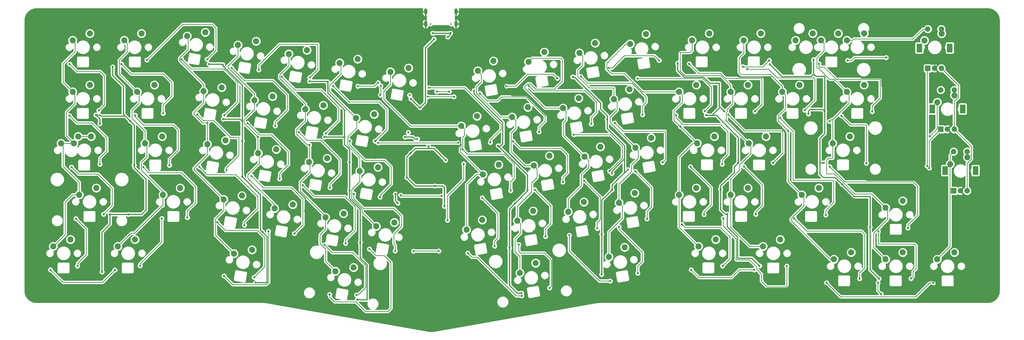
<source format=gtl>
G04 #@! TF.GenerationSoftware,KiCad,Pcbnew,(5.99.0-1351-gc977addfa)*
G04 #@! TF.CreationDate,2020-07-04T18:22:24-07:00*
G04 #@! TF.ProjectId,trifecta,74726966-6563-4746-912e-6b696361645f,rev?*
G04 #@! TF.SameCoordinates,Original*
G04 #@! TF.FileFunction,Copper,L1,Top*
G04 #@! TF.FilePolarity,Positive*
%FSLAX46Y46*%
G04 Gerber Fmt 4.6, Leading zero omitted, Abs format (unit mm)*
G04 Created by KiCad (PCBNEW (5.99.0-1351-gc977addfa)) date 2020-07-04 18:22:24*
%MOMM*%
%LPD*%
G01*
G04 APERTURE LIST*
G04 #@! TA.AperFunction,ComponentPad*
%ADD10R,2.000000X2.000000*%
G04 #@! TD*
G04 #@! TA.AperFunction,ComponentPad*
%ADD11C,2.000000*%
G04 #@! TD*
G04 #@! TA.AperFunction,WasherPad*
%ADD12R,2.000000X3.200000*%
G04 #@! TD*
G04 #@! TA.AperFunction,ComponentPad*
%ADD13C,2.250000*%
G04 #@! TD*
G04 #@! TA.AperFunction,ComponentPad*
%ADD14O,1.200000X2.300000*%
G04 #@! TD*
G04 #@! TA.AperFunction,WasherPad*
%ADD15C,0.600000*%
G04 #@! TD*
G04 #@! TA.AperFunction,ViaPad*
%ADD16C,0.800000*%
G04 #@! TD*
G04 #@! TA.AperFunction,Conductor*
%ADD17C,0.381000*%
G04 #@! TD*
G04 #@! TA.AperFunction,Conductor*
%ADD18C,0.250000*%
G04 #@! TD*
G04 #@! TA.AperFunction,Conductor*
%ADD19C,0.254000*%
G04 #@! TD*
G04 APERTURE END LIST*
D10*
X321371290Y-17221250D03*
D11*
X323871290Y-17221250D03*
X326371290Y-17221250D03*
D12*
X318271290Y-9721250D03*
X329471290Y-9721250D03*
D11*
X321371290Y-2721250D03*
X326371290Y-2721250D03*
D10*
X326146490Y-39761210D03*
D11*
X328646490Y-39761210D03*
X331146490Y-39761210D03*
D12*
X323046490Y-32261210D03*
X334246490Y-32261210D03*
D11*
X326146490Y-25261210D03*
X331146490Y-25261210D03*
D10*
X330896200Y-62536200D03*
D11*
X333396200Y-62536200D03*
X335896200Y-62536200D03*
D12*
X327796200Y-55036200D03*
X338996200Y-55036200D03*
D11*
X330896200Y-48036200D03*
X335896200Y-48036200D03*
D13*
X7796250Y-42451250D03*
X1446250Y-44991250D03*
X297846250Y-23404746D03*
X291496250Y-25944746D03*
X297881920Y-4327640D03*
X291531920Y-6867640D03*
X288321250Y-4354746D03*
X281971250Y-6894746D03*
X278923360Y-4337800D03*
X272573360Y-6877800D03*
X335987000Y-50108600D03*
X329637000Y-52648600D03*
X331211800Y-27248600D03*
X324861800Y-29788600D03*
X326487400Y-4388600D03*
X320137400Y-6928600D03*
X292607500Y-42454746D03*
X286257500Y-44994746D03*
D14*
X136074000Y-816800D03*
X147224000Y-816800D03*
X136074000Y3783200D03*
X147224000Y3783200D03*
D15*
X137899000Y-896800D03*
X145399000Y-896800D03*
D13*
X209482604Y-83402455D03*
X203670141Y-87006533D03*
X176637532Y-89257950D03*
X170825069Y-92862028D03*
X213205400Y-63368868D03*
X207392937Y-66972946D03*
X194444813Y-66676866D03*
X188632350Y-70280944D03*
X175684225Y-69984864D03*
X169871762Y-73588942D03*
X156923637Y-73292861D03*
X151111174Y-76896939D03*
X219277696Y-42954282D03*
X213465233Y-46558360D03*
X200517109Y-46262279D03*
X194704646Y-49866357D03*
X181744279Y-49581110D03*
X175931816Y-53185188D03*
X162995933Y-52878275D03*
X157183470Y-56482353D03*
X211279552Y-25020693D03*
X205467089Y-28624771D03*
X192518964Y-28328691D03*
X186706501Y-31932769D03*
X173758376Y-31636689D03*
X167945913Y-35240767D03*
X154997788Y-34944687D03*
X149185325Y-38548765D03*
X217351848Y-4606107D03*
X211539385Y-8210185D03*
X198591260Y-7914104D03*
X192778797Y-11518182D03*
X179830672Y-11222102D03*
X174018209Y-14826180D03*
X161070085Y-14530100D03*
X155257622Y-18134178D03*
X109436219Y-90868588D03*
X102741624Y-92267334D03*
X71951984Y-84352340D03*
X65257389Y-85751086D03*
X124502098Y-74244247D03*
X117807503Y-75642993D03*
X105741510Y-70936249D03*
X99046915Y-72334995D03*
X86980923Y-67628251D03*
X80286328Y-69026997D03*
X68220335Y-64320253D03*
X61525740Y-65718999D03*
X118429802Y-53829660D03*
X111735207Y-55228406D03*
X99669214Y-50521662D03*
X92974619Y-51920408D03*
X80908627Y-47213665D03*
X74214032Y-48612411D03*
X62148039Y-43905667D03*
X55453444Y-45304413D03*
X117047653Y-34242073D03*
X110353058Y-35640819D03*
X98287065Y-30934075D03*
X91592470Y-32332821D03*
X79526478Y-27626077D03*
X72831883Y-29024823D03*
X60765890Y-24318080D03*
X54071295Y-25716826D03*
X129735945Y-17135484D03*
X123041350Y-18534230D03*
X110975357Y-13827486D03*
X104280762Y-15226232D03*
X92214769Y-10519489D03*
X85520174Y-11918235D03*
X73454182Y-7211491D03*
X66759587Y-8610237D03*
X54693594Y-3903493D03*
X47998999Y-5302239D03*
X331183750Y-85317246D03*
X324833750Y-87857246D03*
X312133750Y-85317246D03*
X305783750Y-87857246D03*
X293083750Y-85317246D03*
X286733750Y-87857246D03*
X266890000Y-80554746D03*
X260540000Y-83094746D03*
X243077500Y-80554746D03*
X236727500Y-83094746D03*
X28765000Y-80554746D03*
X22415000Y-83094746D03*
X4952500Y-80554746D03*
X-1397500Y-83094746D03*
X312133750Y-66267246D03*
X305783750Y-68807246D03*
X281177500Y-61504746D03*
X274827500Y-64044746D03*
X254983750Y-61504746D03*
X248633750Y-64044746D03*
X235933750Y-61504746D03*
X229583750Y-64044746D03*
X45433750Y-61504746D03*
X39083750Y-64044746D03*
X14477500Y-61504746D03*
X8127500Y-64044746D03*
X261651250Y-42454746D03*
X255301250Y-44994746D03*
X242601250Y-42454746D03*
X236251250Y-44994746D03*
X38766250Y-42454746D03*
X32416250Y-44994746D03*
X12572500Y-42454746D03*
X6222500Y-44994746D03*
X274033750Y-23404746D03*
X267683750Y-25944746D03*
X254983750Y-23404746D03*
X248633750Y-25944746D03*
X235933750Y-23404746D03*
X229583750Y-25944746D03*
X35908750Y-23404746D03*
X29558750Y-25944746D03*
X12096250Y-23404746D03*
X5746250Y-25944746D03*
X259746250Y-4354746D03*
X253396250Y-6894746D03*
X240696250Y-4354746D03*
X234346250Y-6894746D03*
X31146250Y-4354746D03*
X24796250Y-6894746D03*
X12096250Y-4354746D03*
X5746250Y-6894746D03*
D16*
X15000000Y-91800000D03*
X204200000Y-75200000D03*
X246600000Y-91800000D03*
X227200000Y-14200000D03*
X166000000Y-43200000D03*
X123200000Y-76400000D03*
X24600000Y-52400000D03*
X301800000Y-70400000D03*
X323000000Y-37600000D03*
X281600000Y-25200000D03*
X283400000Y-45400000D03*
X252800000Y-45400000D03*
X243000000Y-27200000D03*
X180400000Y-14400000D03*
X210800000Y-47000000D03*
X202600000Y-83200000D03*
X203600000Y-69400000D03*
X168400000Y-71200000D03*
X165200000Y-36600000D03*
X104800000Y-37600000D03*
X109400000Y-54600000D03*
X113200000Y-104200000D03*
X67200000Y-33000000D03*
X29800000Y-43400000D03*
X286187760Y-26715200D03*
X291735120Y-23184600D03*
X301841780Y-36001440D03*
X246203080Y-24241240D03*
X201580360Y-27792160D03*
X70785600Y-47070760D03*
X70445240Y-27075880D03*
X296926880Y-67517760D03*
X315763520Y-66633840D03*
X303475000Y-63382640D03*
X320686040Y-67334880D03*
X196236200Y-30362640D03*
X158700080Y-36738040D03*
X127961000Y-32643560D03*
X126506850Y-35802050D03*
X137100000Y-46110640D03*
X58365000Y-41828200D03*
X47443000Y-42183800D03*
X57603000Y-22829000D03*
X48459000Y-21965400D03*
X100592500Y-100870500D03*
X115261000Y-84043000D03*
X99322500Y-98584500D03*
X110498500Y-101061000D03*
X98687500Y-82519000D03*
X111895500Y-81630000D03*
X110752500Y-102839000D03*
X99894000Y-22257500D03*
X101862500Y-23781500D03*
X118182000Y-25813500D03*
X112276500Y-25623000D03*
X119452000Y-23718000D03*
X119261500Y-27147000D03*
X130120000Y-27147000D03*
X130564500Y-28544000D03*
X159901500Y-44673000D03*
X156091500Y-26575500D03*
X153869000Y-25496000D03*
X162759000Y-45879500D03*
X177872000Y-40736000D03*
X148916000Y-45625500D03*
X147590550Y-51649950D03*
X149614500Y-47149500D03*
X167394500Y-62453000D03*
X168918500Y-67279000D03*
X173617500Y-62135500D03*
X186698500Y-59278000D03*
X168283500Y-44228500D03*
X180285000Y-79407500D03*
X176284500Y-62135500D03*
X141550000Y-65609010D03*
X128342000Y-65818500D03*
X150948000Y-84106500D03*
X140788000Y-82963500D03*
X161489000Y-82963500D03*
X156917000Y-65120000D03*
X151583000Y-85567000D03*
X166950000Y-83598500D03*
X171381529Y-100349029D03*
X170379000Y-82392000D03*
X181745500Y-98457500D03*
X171522000Y-101378500D03*
X182888500Y-100045000D03*
X180770455Y-81017545D03*
X166238029Y-25572971D03*
X174062000Y-23718000D03*
X197176000Y-37815000D03*
X204127980Y-95899720D03*
X214224260Y-20989820D03*
X222225480Y-14307300D03*
X203576800Y-17144480D03*
X239022500Y-33044880D03*
X225984680Y-33060120D03*
X230046140Y-38795440D03*
X228435780Y-34540940D03*
X245489340Y-52707020D03*
X225108380Y-53380120D03*
X225745920Y-71279500D03*
X231897800Y-91495360D03*
X233795180Y-53649360D03*
X245616340Y-90337120D03*
X230645580Y-74982820D03*
X238796440Y-71315060D03*
X268240120Y-73692500D03*
X257861680Y-71218540D03*
X250162940Y-18389080D03*
X253137280Y-16644100D03*
X262862940Y-14289520D03*
X306009920Y-13268440D03*
X291783380Y-14304760D03*
X140114900Y-25841440D03*
X144750400Y-25841440D03*
X146481935Y-27753315D03*
X128408620Y-42644120D03*
X129637400Y-40949360D03*
X132972420Y-43352200D03*
X263096620Y-15800820D03*
X257564500Y-33164260D03*
X229025060Y-15386800D03*
X254717160Y-17540720D03*
X250162940Y-14119340D03*
X233292260Y-15562060D03*
X266939640Y-35465500D03*
X269845400Y-40410880D03*
X266302100Y-33517320D03*
X258682100Y-34581580D03*
X247770260Y-34431720D03*
X264272640Y-52143140D03*
X239560980Y-34601900D03*
X246253038Y-33105140D03*
X251378900Y-52178000D03*
X148951560Y-8742160D03*
X253520820Y-53570620D03*
X275959180Y-32719760D03*
X291912920Y-15676360D03*
X277305380Y-34086280D03*
X285128580Y-36857420D03*
X281199200Y-15582380D03*
X298689640Y-52333640D03*
X144095080Y-73413100D03*
X150071700Y-52572400D03*
X300841020Y-33237920D03*
X244902600Y-61960240D03*
X247335920Y-71162660D03*
X270772500Y-91790000D03*
X320686040Y-62709540D03*
X320686040Y-79473540D03*
X296998000Y-53626500D03*
X285187000Y-53626500D03*
X282964500Y-52166000D03*
X314016000Y-76296000D03*
X283726500Y-71470000D03*
X272042500Y-72740000D03*
X300046000Y-75978500D03*
X296172500Y-95028500D03*
X303342078Y-95022720D03*
X315159000Y-94965000D03*
X336301960Y-79473540D03*
X333182840Y-96552500D03*
X302977160Y-96557580D03*
X304117620Y-100685080D03*
X303132100Y-77517740D03*
X283996440Y-96545580D03*
X323474960Y-96537260D03*
X279195140Y-14050760D03*
X321125000Y-53395745D03*
X144225000Y-5625000D03*
X138624248Y-4231248D03*
X145187252Y-4169748D03*
X133999246Y-31750754D03*
X139125000Y-6425000D03*
X139418200Y-60718200D03*
X143413600Y-51213600D03*
X129063600Y-57613600D03*
X130518200Y-48568200D03*
X139025000Y-8725000D03*
X141190920Y-78025740D03*
X136725000Y-42325000D03*
X141918590Y-64431410D03*
X148125000Y-44725000D03*
X118525000Y-44825000D03*
X136825000Y-27725000D03*
X142959700Y-68264520D03*
X289750110Y-60158110D03*
X315760980Y-97035100D03*
X283309940Y-33070280D03*
X289497380Y-34787320D03*
X319626860Y-39059600D03*
X269322160Y-90387920D03*
X245860180Y-72714600D03*
X234039020Y-91741740D03*
X265529940Y-53568080D03*
X257313040Y-91741740D03*
X259223820Y-90270380D03*
X207399500Y-75851500D03*
X214321000Y-92996500D03*
X189048000Y-78963000D03*
X200986000Y-93441000D03*
X213432000Y-55341000D03*
X217750000Y-72930500D03*
X210638000Y-54706000D03*
X205812000Y-37434000D03*
X223465000Y-52039000D03*
X203018000Y-36164000D03*
X204796000Y-62199000D03*
X204796000Y-62199000D03*
X200986000Y-78582000D03*
X194509000Y-58770000D03*
X199335000Y-76423000D03*
X204796000Y-56103000D03*
X203907000Y-55214000D03*
X190699000Y-41752000D03*
X193366000Y-20289000D03*
X216099000Y-34386000D03*
X190318000Y-20416000D03*
X186127000Y-78709000D03*
X186693105Y-60606105D03*
X192492240Y-57738760D03*
X220163000Y-28671000D03*
X185746000Y-38958000D03*
X178380000Y-42006000D03*
X165680000Y-23845000D03*
X184603000Y-20924000D03*
X137295500Y-24416500D03*
X127326000Y-43847500D03*
X140851500Y-84805000D03*
X131580500Y-84868500D03*
X91512000Y-81439500D03*
X130825000Y-75731000D03*
X126183000Y-85948000D03*
X109482500Y-63659500D03*
X124786000Y-84741500D03*
X107958500Y-62453000D03*
X126056000Y-59786000D03*
X127389500Y-49054500D03*
X128532500Y-46006500D03*
X93163000Y-45562000D03*
X74113000Y-42641000D03*
X55444000Y-37434000D03*
X15756500Y-37751500D03*
X106498000Y-81947500D03*
X90686500Y-60484500D03*
X87067000Y-60040000D03*
X126818000Y-64167500D03*
X125738500Y-67088500D03*
X124865501Y-63682942D03*
X119198000Y-64866000D03*
X108022000Y-44101500D03*
X106053500Y-42704500D03*
X100719500Y-61373500D03*
X89226000Y-40863000D03*
X87067000Y-40736000D03*
X82749000Y-43212500D03*
X98687500Y-42641000D03*
X82876000Y-20352500D03*
X99132000Y-41307500D03*
X117356500Y-44165000D03*
X111006500Y-23845000D03*
X118499500Y-22575000D03*
X93163000Y-22003500D03*
X80780500Y-20289000D03*
X74430500Y-17812500D03*
X93290000Y-20606500D03*
X73287500Y-96489000D03*
X71763500Y-57055500D03*
X87575000Y-78328000D03*
X72716000Y-94520500D03*
X59127000Y-74200500D03*
X61603500Y-94012500D03*
X77986500Y-77502500D03*
X56904500Y-74073500D03*
X60016000Y-93123500D03*
X68321800Y-57271400D03*
X68321800Y-44114200D03*
X82139400Y-58084200D03*
X70303000Y-37561000D03*
X68308000Y-36799000D03*
X80513800Y-38526200D03*
X64410200Y-17088600D03*
X61159000Y-15920200D03*
X56079000Y-15666200D03*
X38654600Y-72765400D03*
X30628200Y-90240600D03*
X52523000Y-53664600D03*
X69134600Y-75254600D03*
X47646200Y-55036200D03*
X62530600Y-54934600D03*
X51710200Y-34309800D03*
X48459000Y-34005000D03*
X61311400Y-35986200D03*
X61717800Y-34563800D03*
X45919000Y-13888200D03*
X33117400Y-14142200D03*
X55367800Y-13888200D03*
X42159800Y-13227800D03*
X7514200Y-90342200D03*
X6955400Y-72816200D03*
X16556600Y-92526600D03*
X21331800Y-91815400D03*
X-2442600Y-91764600D03*
X19503000Y-71241400D03*
X26310200Y-71241400D03*
X17166200Y-71190600D03*
X5329800Y-53766200D03*
X-5402400Y-90278000D03*
X-5389000Y-71190600D03*
X-5084200Y-14091400D03*
X-5389000Y-33192200D03*
X-5389000Y-52242200D03*
X31847400Y-53817000D03*
X48052600Y-72409800D03*
X28443800Y-53055000D03*
X41448600Y-53105800D03*
X28799400Y-34614600D03*
X14321400Y-34462200D03*
X23719400Y-15666200D03*
X39162600Y-33903400D03*
X4618600Y-15666200D03*
X15388200Y-32785800D03*
X15794600Y-52699400D03*
X4618600Y-34767000D03*
X20519000Y-16733000D03*
X116988200Y-45587400D03*
X117191400Y-50362600D03*
X107958500Y-51899300D03*
X26945200Y-36672000D03*
X75770350Y-77762850D03*
X87067000Y-30563300D03*
X93518600Y-27210500D03*
X56904500Y-66085200D03*
X62263900Y-59671700D03*
X91512000Y-69885040D03*
X100315640Y-66730360D03*
X87067000Y-52059320D03*
X95962080Y-48996080D03*
X181301000Y-35402000D03*
X183663200Y-30520120D03*
X189017520Y-28843720D03*
X225108380Y-38889420D03*
X237920140Y-41437040D03*
X263439520Y-23471620D03*
X270002880Y-22481020D03*
X147234520Y-35216580D03*
X143541360Y-40240700D03*
X153833440Y-74357980D03*
X149741500Y-71365860D03*
X184603000Y-69938380D03*
X197137900Y-65409560D03*
X209736300Y-63537580D03*
X265529940Y-67812400D03*
X257099680Y-63669660D03*
X225745920Y-61459860D03*
X232530260Y-61500500D03*
X246393580Y-64154800D03*
X239416200Y-63682360D03*
X322067800Y-42336200D03*
X321915400Y-54121800D03*
D17*
X296418880Y-25292800D02*
X298511840Y-27385760D01*
X299568480Y-31368480D02*
X298905540Y-30705540D01*
X293751880Y-25292800D02*
X296418880Y-25292800D01*
X298511840Y-27385760D02*
X298511840Y-30311840D01*
X298511840Y-30311840D02*
X298905540Y-30705540D01*
X301841780Y-36001440D02*
X299568480Y-33728140D01*
X291735120Y-23276040D02*
X291735120Y-23184600D01*
X299568480Y-33728140D02*
X299568480Y-31368480D01*
X293751880Y-25292800D02*
X291735120Y-23276040D01*
X313949960Y-63382640D02*
X303475000Y-63382640D01*
X315763520Y-66633840D02*
X315763520Y-65196200D01*
X315763520Y-65196200D02*
X313949960Y-63382640D01*
X320686040Y-62709540D02*
X320686040Y-67334880D01*
X320686040Y-67334880D02*
X320686040Y-79473540D01*
X191207000Y-30362640D02*
X196236200Y-30362640D01*
X189017520Y-28843720D02*
X189688080Y-28843720D01*
X189688080Y-28843720D02*
X191207000Y-30362640D01*
X152858080Y-36738040D02*
X158700080Y-36738040D01*
X147234520Y-35216580D02*
X151336620Y-35216580D01*
X151336620Y-35216580D02*
X152858080Y-36738040D01*
X126506850Y-35802050D02*
X126937380Y-36232580D01*
X126937380Y-36232580D02*
X127326000Y-36621200D01*
X118182000Y-27477200D02*
X126506850Y-35802050D01*
X266365600Y-19069800D02*
X267523950Y-20228150D01*
X278260310Y-20228150D02*
X279195140Y-19293320D01*
X267523950Y-20228150D02*
X277485720Y-20228150D01*
X277485720Y-20228150D02*
X278260310Y-20228150D01*
X137032436Y-46848764D02*
X137032436Y-46178204D01*
X137032436Y-46178204D02*
X137100000Y-46110640D01*
D18*
X282598740Y-11180560D02*
X282598740Y-11178020D01*
X282598740Y-11178020D02*
X283028000Y-10748760D01*
X283028000Y-10748760D02*
X283028000Y-7951496D01*
X283028000Y-7951496D02*
X281971250Y-6894746D01*
X329637000Y-52648600D02*
X329637000Y-49295400D01*
X329637000Y-49295400D02*
X330896200Y-48036200D01*
X294104940Y-6374880D02*
X315943860Y-6374880D01*
X315943860Y-6374880D02*
X319597490Y-2721250D01*
X319597490Y-2721250D02*
X321371290Y-2721250D01*
X291531920Y-6867640D02*
X293612180Y-6867640D01*
X319583680Y-6374880D02*
X320137400Y-6928600D01*
X293612180Y-6867640D02*
X294104940Y-6374880D01*
D17*
X47443000Y-35021000D02*
X47443000Y-42183800D01*
X47443000Y-42183800D02*
X47443000Y-45498500D01*
X48459000Y-34005000D02*
X48459000Y-21965400D01*
X48459000Y-21965400D02*
X48459000Y-21305000D01*
D18*
X123198500Y-88996000D02*
X120658500Y-86456000D01*
X123198500Y-106014000D02*
X123198500Y-88996000D01*
X122119000Y-107093500D02*
X123198500Y-106014000D01*
X117674000Y-86456000D02*
X115261000Y-84043000D01*
X120658500Y-86456000D02*
X117674000Y-86456000D01*
X100592500Y-101759500D02*
X102397001Y-103564001D01*
X100592500Y-100870500D02*
X100592500Y-101759500D01*
X102397001Y-103564001D02*
X110271001Y-103564001D01*
X113800500Y-107093500D02*
X122119000Y-107093500D01*
X110271001Y-103564001D02*
X113800500Y-107093500D01*
X111070000Y-101061000D02*
X113856490Y-98274510D01*
X113856490Y-98274510D02*
X113856490Y-90131490D01*
X109101500Y-85376500D02*
X101545000Y-85376500D01*
X113856490Y-90131490D02*
X109101500Y-85376500D01*
X101545000Y-85376500D02*
X98687500Y-82519000D01*
X110498500Y-101061000D02*
X111070000Y-101061000D01*
D17*
X114372000Y-89885000D02*
X111895500Y-87408500D01*
X111895500Y-87408500D02*
X111895500Y-81630000D01*
X110752500Y-102839000D02*
X114435500Y-102839000D01*
X114372000Y-102775500D02*
X114372000Y-89885000D01*
X114435500Y-102839000D02*
X114372000Y-102775500D01*
X116023000Y-27972500D02*
X115705500Y-28290000D01*
X115705500Y-28290000D02*
X114943500Y-28290000D01*
X114943500Y-28290000D02*
X112276500Y-25623000D01*
X118182000Y-25813500D02*
X116023000Y-27972500D01*
D18*
X119452000Y-23718000D02*
X119452000Y-26956500D01*
X119452000Y-26956500D02*
X119261500Y-27147000D01*
D17*
X130564500Y-28544000D02*
X133771254Y-31750754D01*
X133771254Y-31750754D02*
X133999246Y-31750754D01*
D18*
X130472765Y-38548765D02*
X120595000Y-28671000D01*
X120595000Y-28671000D02*
X120595000Y-25686500D01*
X139771951Y-38548765D02*
X130472765Y-38548765D01*
X120595000Y-25686500D02*
X123041350Y-23240150D01*
X123041350Y-23240150D02*
X123041350Y-18534230D01*
X148889499Y-46801499D02*
X149747998Y-45943000D01*
X157183470Y-56482353D02*
X150884500Y-50183383D01*
X150884500Y-50183383D02*
X148889499Y-48188382D01*
X148889499Y-48188382D02*
X148889499Y-46801499D01*
X149747998Y-45943000D02*
X149747998Y-42698002D01*
X150310324Y-42135676D02*
X150310324Y-39673764D01*
X149747998Y-42698002D02*
X150310324Y-42135676D01*
X159901500Y-44673000D02*
X159901500Y-43720500D01*
X150503500Y-24416500D02*
X137232000Y-24416500D01*
X163838500Y-37751500D02*
X150503500Y-24416500D01*
X163838500Y-39783500D02*
X163838500Y-37751500D01*
X159901500Y-43720500D02*
X163838500Y-39783500D01*
X164021490Y-27789510D02*
X162759000Y-29052000D01*
X158790250Y-29274250D02*
X162155750Y-29274250D01*
X162155750Y-29274250D02*
X162536750Y-29274250D01*
X162536750Y-29274250D02*
X162759000Y-29052000D01*
X156091500Y-26575500D02*
X158790250Y-29274250D01*
X154758000Y-26448500D02*
X154758000Y-24099000D01*
X163550267Y-35240767D02*
X154758000Y-26448500D01*
X167945913Y-35240767D02*
X163550267Y-35240767D01*
X154758000Y-24099000D02*
X156536000Y-22321000D01*
X156536000Y-22321000D02*
X156536000Y-19412556D01*
X156536000Y-19412556D02*
X155257622Y-18134178D01*
D17*
X164473500Y-45054000D02*
X164473500Y-37243500D01*
X162759000Y-45879500D02*
X163648000Y-45879500D01*
X153869000Y-26639000D02*
X153869000Y-25496000D01*
X163648000Y-45879500D02*
X164473500Y-45054000D01*
X164473500Y-37243500D02*
X153869000Y-26639000D01*
D18*
X167558499Y-48075499D02*
X167558499Y-41143501D01*
X167558499Y-41143501D02*
X169236000Y-39466000D01*
X169236000Y-39466000D02*
X169236000Y-36530854D01*
X169236000Y-36530854D02*
X167945913Y-35240767D01*
D17*
X173554000Y-56674500D02*
X162759000Y-45879500D01*
X173617500Y-56674500D02*
X173554000Y-56674500D01*
D18*
X165045000Y-48927500D02*
X151392500Y-48927500D01*
X167394500Y-60548000D02*
X167394500Y-59151000D01*
X167394500Y-59151000D02*
X168664500Y-57881000D01*
X168664500Y-57881000D02*
X168664500Y-52547000D01*
X168664500Y-52547000D02*
X165045000Y-48927500D01*
X173086470Y-27789510D02*
X164021490Y-27789510D01*
X180094500Y-34797540D02*
X173086470Y-27789510D01*
X180094500Y-36799000D02*
X180094500Y-34797540D01*
X177872000Y-39021500D02*
X180094500Y-36799000D01*
X177872000Y-40736000D02*
X177872000Y-39021500D01*
D17*
X173617500Y-62135500D02*
X173617500Y-56674500D01*
X173617500Y-56674500D02*
X171776000Y-54833000D01*
X147590550Y-51649950D02*
X147590550Y-46887450D01*
X147590550Y-46887450D02*
X148852500Y-45625500D01*
X148852500Y-45625500D02*
X148916000Y-45625500D01*
D18*
X151111174Y-62690953D02*
X151138500Y-62663627D01*
X151138500Y-60040000D02*
X154696147Y-56482353D01*
X151138500Y-62663627D02*
X151138500Y-60040000D01*
X151111174Y-76896939D02*
X151111174Y-62690953D01*
X154696147Y-56482353D02*
X157183470Y-56482353D01*
X151392500Y-48927500D02*
X149614500Y-47149500D01*
X167394500Y-62453000D02*
X167394500Y-60548000D01*
D17*
X168918500Y-67279000D02*
X173617500Y-62580000D01*
X173617500Y-62580000D02*
X173617500Y-62135500D01*
D18*
X175931816Y-53185188D02*
X172668188Y-53185188D01*
X172668188Y-53185188D02*
X167558499Y-48075499D01*
X169871762Y-68294238D02*
X175141500Y-63024500D01*
X169871762Y-73588942D02*
X169871762Y-68294238D01*
X175141500Y-63024500D02*
X175141500Y-59595500D01*
X175141500Y-59595500D02*
X177110000Y-57627000D01*
X177110000Y-57627000D02*
X177110000Y-54363372D01*
X177110000Y-54363372D02*
X175931816Y-53185188D01*
X185936500Y-46832000D02*
X170887000Y-46832000D01*
X186698500Y-59278000D02*
X186698500Y-57563500D01*
X188413000Y-55849000D02*
X188413000Y-49308500D01*
X170887000Y-46832000D02*
X168283500Y-44228500D01*
X188413000Y-49308500D02*
X185936500Y-46832000D01*
X186698500Y-57563500D02*
X188413000Y-55849000D01*
X180285000Y-79407500D02*
X180285000Y-76613500D01*
X182253500Y-68104500D02*
X176284500Y-62135500D01*
X182253500Y-74645000D02*
X182253500Y-68104500D01*
X180285000Y-76613500D02*
X182253500Y-74645000D01*
D17*
X141340510Y-65818500D02*
X141550000Y-65609010D01*
X128342000Y-65818500D02*
X141340510Y-65818500D01*
X128342000Y-69342000D02*
X130825000Y-71825000D01*
X128342000Y-65818500D02*
X128342000Y-69342000D01*
X130825000Y-71825000D02*
X130825000Y-75731000D01*
X138057500Y-82963500D02*
X140788000Y-82963500D01*
X130825000Y-75731000D02*
X138057500Y-82963500D01*
X149805000Y-82963500D02*
X150948000Y-84106500D01*
D18*
X162695500Y-79915500D02*
X162695500Y-70898500D01*
X162695500Y-70898500D02*
X156917000Y-65120000D01*
X161489000Y-81122000D02*
X162695500Y-79915500D01*
X161489000Y-82963500D02*
X161489000Y-81122000D01*
X171522000Y-101378500D02*
X169426500Y-101378500D01*
X169426500Y-101378500D02*
X155139000Y-87091000D01*
X153107000Y-87091000D02*
X151583000Y-85567000D01*
X155139000Y-87091000D02*
X153107000Y-87091000D01*
X168982000Y-84995500D02*
X168982000Y-80296500D01*
X170825069Y-86838569D02*
X168982000Y-84995500D01*
X168982000Y-80296500D02*
X171014000Y-78264500D01*
X170825069Y-92862028D02*
X170825069Y-86838569D01*
X171014000Y-78264500D02*
X171014000Y-74731180D01*
X171014000Y-74731180D02*
X169871762Y-73588942D01*
D17*
X171381529Y-100349029D02*
X169794029Y-100349029D01*
X169794029Y-100349029D02*
X166950000Y-97505000D01*
X166950000Y-97505000D02*
X166950000Y-83598500D01*
D18*
X182372990Y-97830010D02*
X182372990Y-88035990D01*
X182372990Y-88035990D02*
X179904000Y-85567000D01*
X181745500Y-98457500D02*
X182372990Y-97830010D01*
X179904000Y-85567000D02*
X171077500Y-85567000D01*
X171077500Y-85567000D02*
X170379000Y-84868500D01*
X170379000Y-84868500D02*
X170379000Y-82392000D01*
D17*
X182888500Y-100045000D02*
X182888500Y-87472000D01*
X182888500Y-87472000D02*
X180770455Y-85353955D01*
X180770455Y-85353955D02*
X180770455Y-81017545D01*
D18*
X183523500Y-24924500D02*
X186444500Y-22003500D01*
X176602000Y-24924500D02*
X181675502Y-24924500D01*
X186444500Y-17238141D02*
X186444500Y-14066000D01*
X172601500Y-24105498D02*
X173713999Y-22992999D01*
X173713999Y-22992999D02*
X174670499Y-22992999D01*
X172601500Y-24480000D02*
X172601500Y-24105498D01*
X186706501Y-31932769D02*
X180054269Y-31932769D01*
X175349889Y-13494500D02*
X174018209Y-14826180D01*
X186444500Y-14066000D02*
X185873000Y-13494500D01*
X174670499Y-22992999D02*
X176602000Y-24924500D01*
X181675502Y-24924500D02*
X183523500Y-24924500D01*
X180054269Y-31932769D02*
X172601500Y-24480000D01*
X186444500Y-22003500D02*
X186444500Y-17238141D01*
X185873000Y-13494500D02*
X175349889Y-13494500D01*
D17*
X166238029Y-25572971D02*
X164889499Y-24224441D01*
X167939058Y-27274000D02*
X166238029Y-25572971D01*
X173300000Y-27274000D02*
X167939058Y-27274000D01*
X169109000Y-19146000D02*
X169109000Y-12923000D01*
X164928160Y-8742160D02*
X148951560Y-8742160D01*
X164889499Y-23365501D02*
X169109000Y-19146000D01*
X181301000Y-35402000D02*
X181301000Y-35275000D01*
X164889499Y-24224441D02*
X164889499Y-23365501D01*
X181301000Y-35275000D02*
X173300000Y-27274000D01*
X169109000Y-12923000D02*
X164928160Y-8742160D01*
D18*
X197176000Y-35402000D02*
X199081000Y-33497000D01*
X199081000Y-29687000D02*
X194890000Y-25496000D01*
X199081000Y-33497000D02*
X199081000Y-29687000D01*
X194890000Y-25496000D02*
X175840000Y-25496000D01*
X175840000Y-25496000D02*
X174062000Y-23718000D01*
X197176000Y-37815000D02*
X197176000Y-35402000D01*
X216103246Y-25944746D02*
X209428960Y-19270460D01*
X209948395Y-8210185D02*
X211539385Y-8210185D01*
X216425826Y-25944746D02*
X216103246Y-25944746D01*
X204629778Y-19270460D02*
X202851799Y-17492481D01*
X209428960Y-19270460D02*
X204629778Y-19270460D01*
X202851799Y-17492481D02*
X202851799Y-15306781D01*
X202851799Y-15306781D02*
X209948395Y-8210185D01*
X214224260Y-20989820D02*
X213906760Y-20989820D01*
X238341560Y-20989820D02*
X214224260Y-20989820D01*
X227682956Y-25944746D02*
X216425826Y-25944746D01*
X220444940Y-12526760D02*
X209406100Y-12526760D01*
X209406100Y-12526760D02*
X204788380Y-17144480D01*
X204788380Y-17144480D02*
X203576800Y-17144480D01*
X222225480Y-14307300D02*
X220444940Y-12526760D01*
X241496460Y-24144720D02*
X238341560Y-20989820D01*
X241496460Y-30570920D02*
X241496460Y-24144720D01*
X239022500Y-33044880D02*
X241496460Y-30570920D01*
D17*
X225108380Y-33936420D02*
X225984680Y-33060120D01*
D18*
X230046140Y-38795440D02*
X227710779Y-36460079D01*
X227710779Y-32898661D02*
X230708749Y-29900691D01*
X230708749Y-29900691D02*
X230708749Y-27069745D01*
X227710779Y-36460079D02*
X227710779Y-32898661D01*
X235126251Y-43869747D02*
X235120447Y-43869747D01*
X235120447Y-43869747D02*
X230046140Y-38795440D01*
X244933080Y-38074080D02*
X233249080Y-38074080D01*
X228435780Y-34540940D02*
X228435780Y-35513760D01*
X233249080Y-38074080D02*
X232944280Y-38074080D01*
X230996100Y-38074080D02*
X233249080Y-38074080D01*
X228435780Y-35513760D02*
X230996100Y-38074080D01*
X247602620Y-40743620D02*
X244933080Y-38074080D01*
X245489340Y-51177940D02*
X247602620Y-49064660D01*
X245489340Y-52707020D02*
X245489340Y-51177940D01*
X247602620Y-49064660D02*
X247602620Y-40743620D01*
D17*
X225745920Y-54017660D02*
X225108380Y-53380120D01*
X238943650Y-98541210D02*
X269309631Y-98541210D01*
X231897800Y-91495360D02*
X238943650Y-98541210D01*
X269309631Y-98541210D02*
X270772500Y-97078341D01*
X270772500Y-97078341D02*
X270772500Y-91790000D01*
D18*
X238796440Y-71315060D02*
X238796440Y-70321920D01*
X238796440Y-70321920D02*
X241402480Y-67715880D01*
X241402480Y-61256660D02*
X233795180Y-53649360D01*
X241402480Y-67715880D02*
X241402480Y-61256660D01*
X231714920Y-76052160D02*
X230645580Y-74982820D01*
X248326520Y-79544660D02*
X244834020Y-76052160D01*
X244834020Y-76052160D02*
X231714920Y-76052160D01*
X245616340Y-90337120D02*
X248326520Y-87626940D01*
X248326520Y-87626940D02*
X248326520Y-79544660D01*
D17*
X251378900Y-52178000D02*
X251378900Y-42744440D01*
X251378900Y-42744440D02*
X243236360Y-34601900D01*
X243236360Y-34601900D02*
X239560980Y-34601900D01*
D18*
X248633750Y-61673330D02*
X248633750Y-58102090D01*
X251869820Y-54866020D02*
X251869820Y-52971180D01*
X251869820Y-52971180D02*
X254679060Y-50161940D01*
X248633750Y-58102090D02*
X251869820Y-54866020D01*
X257861680Y-71218540D02*
X257861680Y-70367640D01*
X260284840Y-60334640D02*
X253520820Y-53570620D01*
X257861680Y-70367640D02*
X260284840Y-67944480D01*
X260284840Y-67944480D02*
X260284840Y-60334640D01*
D17*
X267403190Y-72883510D02*
X267196180Y-72676500D01*
X265529940Y-71010260D02*
X267403190Y-72883510D01*
X272357460Y-77837780D02*
X267403190Y-72883510D01*
X265529940Y-61574160D02*
X265529940Y-53568080D01*
D18*
X248633750Y-72779486D02*
X248633750Y-72585170D01*
X260540000Y-83094746D02*
X255643426Y-83094746D01*
X255643426Y-83094746D02*
X248633750Y-76085070D01*
X248633750Y-72585170D02*
X248633750Y-71188496D01*
X248633750Y-76085070D02*
X248633750Y-72585170D01*
D17*
X247335920Y-72620620D02*
X247335920Y-75818480D01*
X247335920Y-75818480D02*
X251140840Y-79623400D01*
X251140840Y-79623400D02*
X251140840Y-87334840D01*
D18*
X250625220Y-88053660D02*
X250625220Y-80306660D01*
X250625220Y-80306660D02*
X245860180Y-75541620D01*
X245860180Y-75541620D02*
X245860180Y-72714600D01*
D17*
X250162940Y-18389080D02*
X250162940Y-14119340D01*
X250162940Y-18848820D02*
X250162940Y-18389080D01*
D18*
X262862940Y-14289520D02*
X261768200Y-15384260D01*
X253185870Y-16692690D02*
X253137280Y-16644100D01*
X260459770Y-16692690D02*
X253185870Y-16692690D01*
X261768200Y-15384260D02*
X260459770Y-16692690D01*
X293182920Y-14304760D02*
X294219240Y-13268440D01*
X294219240Y-13268440D02*
X306009920Y-13268440D01*
X291783380Y-14304760D02*
X293182920Y-14304760D01*
X140114900Y-25841440D02*
X144750400Y-25841440D01*
X136825000Y-27725000D02*
X146453620Y-27725000D01*
X146453620Y-27725000D02*
X146481935Y-27753315D01*
D17*
X131331580Y-42625760D02*
X128426980Y-42625760D01*
X128426980Y-42625760D02*
X128408620Y-42644120D01*
X132058020Y-43352200D02*
X131331580Y-42625760D01*
X132972420Y-43352200D02*
X132058020Y-43352200D01*
X279195140Y-19069800D02*
X279195140Y-14050760D01*
X279195140Y-19293320D02*
X279195140Y-19069800D01*
X263096620Y-15800820D02*
X266365600Y-19069800D01*
D18*
X246648880Y-20906110D02*
X244850670Y-19107900D01*
X259748790Y-20906110D02*
X246648880Y-20906110D01*
X260122280Y-30606480D02*
X260122280Y-21279600D01*
X257564500Y-33164260D02*
X260122280Y-30606480D01*
X260122280Y-21279600D02*
X259748790Y-20906110D01*
X244850670Y-19107900D02*
X236838100Y-19107900D01*
X236838100Y-19107900D02*
X233292260Y-15562060D01*
D17*
X244369058Y-22701858D02*
X240863858Y-22701858D01*
X238636310Y-20474310D02*
X231481069Y-20474310D01*
X240863858Y-22701858D02*
X238636310Y-20474310D01*
X229025060Y-18018301D02*
X229025060Y-15386800D01*
X231481069Y-20474310D02*
X229025060Y-18018301D01*
D18*
X262606400Y-17540720D02*
X265809340Y-20743660D01*
X265809340Y-20743660D02*
X279670120Y-20743660D01*
X254717160Y-17540720D02*
X262606400Y-17540720D01*
X263269401Y-19491440D02*
X252487040Y-19491440D01*
X267683750Y-23905789D02*
X263269401Y-19491440D01*
X252487040Y-19491440D02*
X251773300Y-18777700D01*
X267683750Y-25944746D02*
X267683750Y-23905789D01*
X251773300Y-18777700D02*
X251773300Y-13280196D01*
X251773300Y-13280196D02*
X253396250Y-11657246D01*
D17*
X251704720Y-20390600D02*
X250162940Y-18848820D01*
X263439520Y-20390600D02*
X251704720Y-20390600D01*
X244369058Y-24635082D02*
X244369058Y-22701858D01*
D18*
X234346250Y-6894746D02*
X234346250Y-10682610D01*
X230261930Y-11381330D02*
X233620030Y-11381330D01*
X233620030Y-11381330D02*
X233647530Y-11381330D01*
X233647530Y-11381330D02*
X234346250Y-10682610D01*
X231694600Y-19958800D02*
X229997880Y-18262080D01*
X245065160Y-19958800D02*
X231694600Y-19958800D01*
X248633750Y-23527390D02*
X245065160Y-19958800D01*
X248633750Y-25944746D02*
X248633750Y-23527390D01*
X229997880Y-18262080D02*
X229997880Y-11645380D01*
X229997880Y-11645380D02*
X230261930Y-11381330D01*
X268095340Y-38660820D02*
X268095340Y-38594780D01*
X268808749Y-32255271D02*
X268808749Y-28864371D01*
X266214639Y-36714079D02*
X266214639Y-34849381D01*
X268095340Y-38594780D02*
X266214639Y-36714079D01*
X266214639Y-34849381D02*
X268808749Y-32255271D01*
X266939640Y-35818560D02*
X266939640Y-35465500D01*
X268590640Y-37469560D02*
X266939640Y-35818560D01*
X268590640Y-37505120D02*
X268590640Y-37469560D01*
X269845400Y-40410880D02*
X268095340Y-38660820D01*
X269822540Y-40381522D02*
X269822540Y-40388020D01*
X269822540Y-40388020D02*
X269845400Y-40410880D01*
D17*
X264549500Y-33517320D02*
X263439520Y-34627300D01*
X266302100Y-33517320D02*
X264549500Y-33517320D01*
X263439520Y-34627300D02*
X263439520Y-39339000D01*
X268903060Y-49430420D02*
X268903060Y-41109319D01*
X268903060Y-41109319D02*
X267132741Y-39339000D01*
X263439520Y-39339000D02*
X258682100Y-34581580D01*
X265529940Y-53568080D02*
X265529940Y-52803540D01*
X265529940Y-52803540D02*
X268903060Y-49430420D01*
X267132741Y-39339000D02*
X263439520Y-39339000D01*
D18*
X255301250Y-44994746D02*
X246637420Y-36330916D01*
X246978039Y-35990297D02*
X246978039Y-33588181D01*
X247335920Y-33230300D02*
X247335920Y-32318440D01*
X246637420Y-36330916D02*
X246978039Y-35990297D01*
X246978039Y-33588181D02*
X247335920Y-33230300D01*
X247770260Y-34431720D02*
X253703700Y-40365160D01*
X253703700Y-40365160D02*
X267429860Y-40365160D01*
X267810860Y-40746160D02*
X267429860Y-40365160D01*
X264272640Y-52143140D02*
X267810860Y-48604920D01*
X267810860Y-48604920D02*
X267810860Y-40746160D01*
D17*
X244733619Y-31585721D02*
X244369058Y-31221160D01*
X246253038Y-33105140D02*
X244733619Y-31585721D01*
X239560980Y-34601900D02*
X241717440Y-34601900D01*
X241717440Y-34601900D02*
X244733619Y-31585721D01*
X244369058Y-31221160D02*
X244369058Y-24635082D01*
D18*
X247335920Y-32318440D02*
X249322200Y-30332160D01*
X249322200Y-26633196D02*
X248633750Y-25944746D01*
X249322200Y-30332160D02*
X249322200Y-26633196D01*
D17*
X249952120Y-53604780D02*
X251378900Y-52178000D01*
X249952120Y-55694060D02*
X249952120Y-53604780D01*
X139025000Y-8725000D02*
X139025000Y-12658600D01*
X139025000Y-12658600D02*
X139474820Y-13108420D01*
X139474820Y-13108420D02*
X144585300Y-13108420D01*
X144585300Y-13108420D02*
X148951560Y-8742160D01*
D18*
X268808749Y-28864371D02*
X268808749Y-27069745D01*
X274827500Y-64044746D02*
X269822540Y-59039786D01*
X269822540Y-59039786D02*
X269822540Y-40381522D01*
X271598000Y-58643000D02*
X271598000Y-40512480D01*
X271598000Y-40512480D02*
X268590640Y-37505120D01*
X248633750Y-64044746D02*
X248633750Y-61673330D01*
X254679060Y-50161940D02*
X256078600Y-48762400D01*
X256078600Y-48762400D02*
X256078600Y-45772096D01*
X256078600Y-45772096D02*
X255301250Y-44994746D01*
X285128580Y-21254139D02*
X286805643Y-21254139D01*
X286805643Y-21254139D02*
X291496250Y-25944746D01*
X286257500Y-36213640D02*
X285772360Y-36213640D01*
X285772360Y-36213640D02*
X285128580Y-36857420D01*
X279670120Y-29008820D02*
X279670120Y-20743660D01*
X275959180Y-32719760D02*
X279670120Y-29008820D01*
D17*
X296975250Y-20738690D02*
X303988251Y-20738690D01*
X303988251Y-20738690D02*
X304376700Y-21127139D01*
X291912920Y-15676360D02*
X296975250Y-20738690D01*
X304376700Y-23809440D02*
X319626860Y-39059600D01*
X304376700Y-21127139D02*
X304376700Y-23809440D01*
D18*
X285312730Y-19017730D02*
X283043240Y-16748240D01*
X287549200Y-21254200D02*
X285312730Y-19017730D01*
X285369880Y-19074880D02*
X285312730Y-19017730D01*
X303774720Y-21254200D02*
X287549200Y-21254200D01*
D17*
X277305380Y-34086280D02*
X277305380Y-32920420D01*
X282664780Y-32425120D02*
X283309940Y-33070280D01*
X277305380Y-32920420D02*
X277800680Y-32425120D01*
X277800680Y-32425120D02*
X282664780Y-32425120D01*
D18*
X280977180Y-17102739D02*
X285128580Y-21254139D01*
X280474199Y-13305101D02*
X280474199Y-17102739D01*
X281267780Y-12511520D02*
X280474199Y-13305101D01*
X280474199Y-17102739D02*
X280977180Y-17102739D01*
X281404940Y-16748240D02*
X281199200Y-16542500D01*
X281199200Y-16542500D02*
X281199200Y-15582380D01*
X283043240Y-16748240D02*
X281404940Y-16748240D01*
D17*
X319626860Y-39059600D02*
X319626860Y-14002500D01*
X319626860Y-14002500D02*
X319997700Y-13631660D01*
X323995750Y-15807037D02*
X323995750Y-17221250D01*
X319997700Y-13631660D02*
X321820373Y-13631660D01*
X321820373Y-13631660D02*
X323995750Y-15807037D01*
D18*
X291016300Y-31454840D02*
X292324400Y-30146740D01*
X290879140Y-31592000D02*
X291016300Y-31454840D01*
X286257500Y-36213640D02*
X291016300Y-31454840D01*
X286257500Y-41519700D02*
X286257500Y-36213640D01*
X298689640Y-40525180D02*
X298689640Y-38477940D01*
X292819700Y-38109640D02*
X289497380Y-34787320D01*
X298689640Y-38477940D02*
X298321340Y-38109640D01*
X298321340Y-38109640D02*
X292819700Y-38109640D01*
X298689640Y-52333640D02*
X298689640Y-40525180D01*
X150071700Y-58325500D02*
X144095080Y-64302120D01*
X144095080Y-64302120D02*
X144095080Y-73413100D01*
X150071700Y-52572400D02*
X150071700Y-58325500D01*
D17*
X283309940Y-20164540D02*
X280066360Y-20164540D01*
X280066360Y-20164540D02*
X279195140Y-19293320D01*
D18*
X303774720Y-28241740D02*
X303774720Y-21254200D01*
X300841020Y-31175440D02*
X303774720Y-28241740D01*
X300841020Y-33237920D02*
X300841020Y-31175440D01*
D17*
X244902600Y-60743580D02*
X249952120Y-55694060D01*
X244902600Y-61960240D02*
X244902600Y-60743580D01*
X246558680Y-71162660D02*
X244902600Y-69506580D01*
X247335920Y-71162660D02*
X246558680Y-71162660D01*
X244902600Y-69506580D02*
X244902600Y-61960240D01*
X247335920Y-72620620D02*
X247335920Y-71162660D01*
D18*
X260540000Y-83094746D02*
X258949010Y-83094746D01*
X286733750Y-87857246D02*
X285254746Y-87857246D01*
X270899500Y-72809998D02*
X275598500Y-68110998D01*
X275598500Y-68110998D02*
X275598500Y-64815746D01*
X270899500Y-73502000D02*
X270899500Y-72809998D01*
X285254746Y-87857246D02*
X270899500Y-73502000D01*
X275598500Y-64815746D02*
X275145705Y-64362951D01*
D17*
X296998000Y-53626500D02*
X296998000Y-56865000D01*
X298776000Y-58643000D02*
X316619500Y-58643000D01*
X296998000Y-56865000D02*
X298776000Y-58643000D01*
X316619500Y-58643000D02*
X320686040Y-62709540D01*
D18*
X285187000Y-53626500D02*
X290775000Y-59214500D01*
X290775000Y-59214500D02*
X315984500Y-59214500D01*
X315984500Y-59214500D02*
X317572000Y-60802000D01*
X286901500Y-56230000D02*
X283980500Y-56230000D01*
X283980500Y-56230000D02*
X283980500Y-51213500D01*
X283980500Y-51213500D02*
X284733500Y-50460500D01*
X284733500Y-50460500D02*
X286257500Y-50460500D01*
X294394500Y-63723000D02*
X300699504Y-63723000D01*
X286901500Y-56230000D02*
X294394500Y-63723000D01*
X300699504Y-63723000D02*
X305783750Y-68807246D01*
D17*
X281504000Y-52166000D02*
X281504000Y-48292500D01*
X282964500Y-52166000D02*
X281504000Y-52166000D01*
X281504000Y-56357000D02*
X281504000Y-52166000D01*
X300046000Y-64612000D02*
X294204000Y-64612000D01*
X282710500Y-57563500D02*
X281504000Y-56357000D01*
X287155500Y-57563500D02*
X282710500Y-57563500D01*
D18*
X286257500Y-49280996D02*
X286257500Y-50460500D01*
X314016000Y-75089500D02*
X317572000Y-71533500D01*
X314016000Y-76296000D02*
X314016000Y-75089500D01*
X317572000Y-71533500D02*
X317572000Y-60802000D01*
X283726500Y-69755500D02*
X286647500Y-66834500D01*
X286203000Y-58643000D02*
X271598000Y-58643000D01*
X286647500Y-59087500D02*
X286203000Y-58643000D01*
X283726500Y-71470000D02*
X283726500Y-69755500D01*
X286647500Y-66834500D02*
X286647500Y-59087500D01*
D17*
X300046000Y-75978500D02*
X300046000Y-64612000D01*
D18*
X296871000Y-77439000D02*
X276741500Y-77439000D01*
X298077500Y-79598000D02*
X298077500Y-78645500D01*
X298077500Y-78645500D02*
X296871000Y-77439000D01*
X276741500Y-77439000D02*
X272042500Y-72740000D01*
D17*
X301125500Y-92806142D02*
X300046000Y-91726642D01*
X300046000Y-91726642D02*
X300046000Y-75978500D01*
D18*
X305783750Y-73793088D02*
X305787412Y-73793088D01*
X306523000Y-69546496D02*
X305783750Y-68807246D01*
X305787412Y-73793088D02*
X306523000Y-73057500D01*
X306523000Y-73057500D02*
X306523000Y-69546496D01*
X301379500Y-83452996D02*
X301379500Y-78197338D01*
X301379500Y-78197338D02*
X305783750Y-73793088D01*
X305783750Y-87857246D02*
X301379500Y-83452996D01*
X296172500Y-95028500D02*
X296172500Y-92933000D01*
X296172500Y-92933000D02*
X298077500Y-91028000D01*
X298077500Y-91028000D02*
X298077500Y-79598000D01*
D17*
X303342078Y-95022720D02*
X301125500Y-92806142D01*
D18*
X315933700Y-94190300D02*
X315159000Y-94965000D01*
X315933700Y-92427540D02*
X315933700Y-94190300D01*
D17*
X333182840Y-94454460D02*
X336301960Y-91335340D01*
X336301960Y-91335340D02*
X336301960Y-79473540D01*
X333182840Y-96552500D02*
X333182840Y-94454460D01*
D18*
X302977160Y-99544620D02*
X304117620Y-100685080D01*
X302977160Y-96557580D02*
X302977160Y-99544620D01*
X303132100Y-82181180D02*
X303132100Y-77517740D01*
X315933700Y-92427540D02*
X317010660Y-91350580D01*
X316500120Y-82211660D02*
X303162580Y-82211660D01*
X303162580Y-82211660D02*
X303132100Y-82181180D01*
X317010660Y-91350580D02*
X317010660Y-82722200D01*
X317010660Y-82722200D02*
X316500120Y-82211660D01*
X316931920Y-101731560D02*
X289954580Y-101731560D01*
X288581710Y-101130850D02*
X287940360Y-100489500D01*
X289954580Y-101731560D02*
X289182420Y-101731560D01*
X289182420Y-101731560D02*
X288581710Y-101130850D01*
X283996440Y-96545580D02*
X287940360Y-100489500D01*
X322126220Y-96537260D02*
X316931920Y-101731560D01*
X323474960Y-96537260D02*
X322126220Y-96537260D01*
X282598740Y-11180560D02*
X281267780Y-12511520D01*
X281971250Y-6894746D02*
X281971250Y-7474590D01*
X321125000Y-53395745D02*
X321125000Y-17592000D01*
X321125000Y-17592000D02*
X321495750Y-17221250D01*
D17*
X145187252Y-4662748D02*
X144225000Y-5625000D01*
X145187252Y-4169748D02*
X145187252Y-4662748D01*
X138624248Y-4231248D02*
X145125752Y-4231248D01*
X145125752Y-4231248D02*
X145187252Y-4169748D01*
X134725000Y-31025000D02*
X133999246Y-31750754D01*
X130518200Y-48568200D02*
X132237636Y-46848764D01*
X132237636Y-46848764D02*
X137032436Y-46848764D01*
X129075000Y-57036515D02*
X129075000Y-50011400D01*
X129075000Y-50011400D02*
X130518200Y-48568200D01*
X129063600Y-57613600D02*
X129063600Y-57047915D01*
X129063600Y-57047915D02*
X129075000Y-57036515D01*
X139418200Y-60718200D02*
X132168200Y-60718200D01*
X132168200Y-60718200D02*
X129063600Y-57613600D01*
X143413600Y-51213600D02*
X139048764Y-46848764D01*
X139048764Y-46848764D02*
X137032436Y-46848764D01*
X136074000Y3783200D02*
X136074000Y2252200D01*
X136074000Y2252200D02*
X136074000Y-816800D01*
X147224000Y-816800D02*
X147224000Y3783200D01*
D18*
X99046915Y-88572625D02*
X102741624Y-92267334D01*
X7796250Y-42451250D02*
X12569004Y-42451250D01*
X12569004Y-42451250D02*
X12572500Y-42454746D01*
X129618590Y-64431410D02*
X141918590Y-64431410D01*
X148025000Y-44825000D02*
X148125000Y-44725000D01*
X118525000Y-44825000D02*
X148025000Y-44825000D01*
X286257500Y-44994746D02*
X286257500Y-49280996D01*
X267683750Y-25944746D02*
X268808749Y-27069745D01*
X253396250Y-6894746D02*
X253396250Y-11657246D01*
X248633750Y-64044746D02*
X248633750Y-71188496D01*
X229583750Y-64044746D02*
X229583750Y-75950996D01*
X229583750Y-75950996D02*
X236727500Y-83094746D01*
X236251250Y-44994746D02*
X234660260Y-44994746D01*
X234660260Y-44994746D02*
X229583750Y-50071256D01*
X229583750Y-50071256D02*
X229583750Y-62453756D01*
X229583750Y-62453756D02*
X229583750Y-64044746D01*
X229583750Y-25944746D02*
X230708749Y-27069745D01*
X235126251Y-43869747D02*
X236251250Y-44994746D01*
X227682956Y-25944746D02*
X227992760Y-25944746D01*
X227992760Y-25944746D02*
X229583750Y-25944746D01*
X187831500Y-33057768D02*
X186706501Y-31932769D01*
X176325000Y-53578372D02*
X175931816Y-53185188D01*
X168825000Y-36119854D02*
X167945913Y-35240767D01*
X139771951Y-38548765D02*
X147594335Y-38548765D01*
X147594335Y-38548765D02*
X149185325Y-38548765D01*
X150310324Y-39673764D02*
X149185325Y-38548765D01*
X61525740Y-82019437D02*
X65257389Y-85751086D01*
X39083750Y-64044746D02*
X39083750Y-68016986D01*
X1446250Y-44991250D02*
X6219004Y-44991250D01*
X6219004Y-44991250D02*
X6222500Y-44994746D01*
X5746250Y-44518496D02*
X6222500Y-44994746D01*
D17*
X139418200Y-60718200D02*
X142416160Y-60718200D01*
X142416160Y-60718200D02*
X142939380Y-61241420D01*
X142939380Y-68244200D02*
X142959700Y-68264520D01*
X142939380Y-61241420D02*
X142939380Y-68244200D01*
X289750110Y-60158110D02*
X287155500Y-57563500D01*
X294204000Y-64612000D02*
X289750110Y-60158110D01*
X324650980Y-100850180D02*
X328885160Y-100850180D01*
X317049321Y-95746759D02*
X323854401Y-95746759D01*
X323854401Y-95746759D02*
X324389360Y-96281718D01*
X324389360Y-100588560D02*
X324650980Y-100850180D01*
X315760980Y-97035100D02*
X317049321Y-95746759D01*
X328885160Y-100850180D02*
X333182840Y-96552500D01*
X324389360Y-96281718D02*
X324389360Y-100588560D01*
X281504000Y-43133760D02*
X283309940Y-41327820D01*
X281504000Y-48292500D02*
X281504000Y-43133760D01*
X283309940Y-41327820D02*
X283309940Y-33070280D01*
X283309940Y-33070280D02*
X283309940Y-20164540D01*
D18*
X292324400Y-26772896D02*
X291496250Y-25944746D01*
X286257500Y-44994746D02*
X286257500Y-41519700D01*
X292324400Y-30146740D02*
X292324400Y-26772896D01*
D17*
X320686040Y-62709540D02*
X320686040Y-57251080D01*
X320686040Y-57251080D02*
X319626860Y-56191900D01*
X319626860Y-56191900D02*
X319626860Y-39059600D01*
X270772500Y-91790000D02*
X270772500Y-87278960D01*
X272357460Y-85694000D02*
X272357460Y-77837780D01*
X270772500Y-87278960D02*
X272357460Y-85694000D01*
D18*
X269322160Y-97799640D02*
X269096100Y-98025700D01*
X269322160Y-90387920D02*
X269322160Y-97799640D01*
X236868580Y-94571300D02*
X234039020Y-91741740D01*
X248895480Y-94571300D02*
X236868580Y-94571300D01*
X269096100Y-98025700D02*
X262027280Y-98025700D01*
X262027280Y-98025700D02*
X259969880Y-95968300D01*
X257313040Y-91741740D02*
X251725040Y-91741740D01*
X251669160Y-91797620D02*
X251538350Y-91928430D01*
X251725040Y-91741740D02*
X251538350Y-91928430D01*
X251538350Y-91928430D02*
X248895480Y-94571300D01*
X255547740Y-88053660D02*
X250625220Y-88053660D01*
X258227440Y-90733360D02*
X255547740Y-88053660D01*
X258227440Y-91583138D02*
X258227440Y-90733360D01*
X259969880Y-93325578D02*
X258227440Y-91583138D01*
X259969880Y-95947980D02*
X259969880Y-93325578D01*
X259969880Y-95968300D02*
X259969880Y-95947980D01*
D17*
X256397500Y-87444060D02*
X251250060Y-87444060D01*
X259223820Y-90270380D02*
X256397500Y-87444060D01*
X251250060Y-87444060D02*
X251140840Y-87334840D01*
D18*
X214321000Y-92996500D02*
X214321000Y-90329500D01*
X215972000Y-88678500D02*
X215972000Y-85249500D01*
X214321000Y-90329500D02*
X215972000Y-88678500D01*
X207399500Y-76677000D02*
X207399500Y-75851500D01*
X215972000Y-85249500D02*
X207399500Y-76677000D01*
X189048000Y-84805000D02*
X189048000Y-78963000D01*
X204127980Y-95899720D02*
X200142720Y-95899720D01*
X200142720Y-95899720D02*
X189048000Y-84805000D01*
X208669500Y-68249509D02*
X207392937Y-66972946D01*
X208669500Y-72676500D02*
X208669500Y-68249509D01*
X203670141Y-87006533D02*
X203670141Y-79136359D01*
X203670141Y-77675859D02*
X208669500Y-72676500D01*
X203670141Y-79136359D02*
X203670141Y-77675859D01*
X217750000Y-72930500D02*
X217750000Y-70136500D01*
X219401000Y-61310000D02*
X213432000Y-55341000D01*
X219401000Y-68485500D02*
X219401000Y-61310000D01*
X217750000Y-70136500D02*
X219401000Y-68485500D01*
X207392937Y-66972946D02*
X207392937Y-62459563D01*
X214511500Y-47604627D02*
X213465233Y-46558360D01*
X214511500Y-50451500D02*
X214511500Y-47604627D01*
X207392937Y-62459563D02*
X207392937Y-60046563D01*
X212035000Y-52928000D02*
X214511500Y-50451500D01*
X212035000Y-55404500D02*
X212035000Y-52928000D01*
X207392937Y-60046563D02*
X212035000Y-55404500D01*
X223465000Y-52039000D02*
X224592870Y-50911130D01*
X224592870Y-50911130D02*
X224592870Y-40720870D01*
X208860000Y-40482000D02*
X205812000Y-37434000D01*
X224354000Y-40482000D02*
X208860000Y-40482000D01*
X224592870Y-40720870D02*
X224354000Y-40482000D01*
X206701000Y-32671500D02*
X206701000Y-29858682D01*
X206701000Y-29858682D02*
X205467089Y-28624771D01*
X204161000Y-35211500D02*
X206701000Y-32671500D01*
X204161000Y-37254127D02*
X204161000Y-35211500D01*
X205801373Y-38894500D02*
X204161000Y-37254127D01*
X213465233Y-46558360D02*
X205801373Y-38894500D01*
D17*
X203018000Y-36164000D02*
X203018000Y-34703500D01*
X203018000Y-34703500D02*
X200605000Y-32290500D01*
X203018000Y-39466000D02*
X203018000Y-36164000D01*
X209368000Y-45816000D02*
X203018000Y-39466000D01*
X204796000Y-62199000D02*
X204796000Y-60421000D01*
X204796000Y-60421000D02*
X209368000Y-55849000D01*
X200986000Y-93441000D02*
X200986000Y-78582000D01*
X200986000Y-78582000D02*
X200986000Y-69692000D01*
X200986000Y-66009000D02*
X204796000Y-62199000D01*
X200986000Y-69692000D02*
X200986000Y-66009000D01*
D18*
X199335000Y-76423000D02*
X199335000Y-74256490D01*
X200470490Y-73121000D02*
X200470490Y-64731490D01*
X200470490Y-64731490D02*
X194509000Y-58770000D01*
X199335000Y-74256490D02*
X200470490Y-73121000D01*
D17*
X204796000Y-56103000D02*
X204796000Y-55214000D01*
X209368000Y-50642000D02*
X209368000Y-45816000D01*
X204796000Y-55214000D02*
X209368000Y-50642000D01*
X209368000Y-55849000D02*
X209368000Y-50642000D01*
D18*
X208606000Y-50515000D02*
X208606000Y-46070000D01*
X208606000Y-46070000D02*
X204288000Y-41752000D01*
X204288000Y-41752000D02*
X190699000Y-41752000D01*
X203907000Y-55214000D02*
X208606000Y-50515000D01*
X212162000Y-22702000D02*
X195779000Y-22702000D01*
X217369000Y-29814000D02*
X217369000Y-27909000D01*
X216099000Y-31084000D02*
X217369000Y-29814000D01*
X217369000Y-27909000D02*
X212162000Y-22702000D01*
X195779000Y-22702000D02*
X193366000Y-20289000D01*
X216099000Y-34386000D02*
X216099000Y-31084000D01*
X194001000Y-12740385D02*
X192778797Y-11518182D01*
X194001000Y-16098000D02*
X194001000Y-12740385D01*
X205467089Y-28624771D02*
X205467089Y-24516089D01*
X205467089Y-24516089D02*
X196520087Y-24516089D01*
X192165998Y-17933002D02*
X194001000Y-16098000D01*
X192165998Y-20162000D02*
X192165998Y-17933002D01*
X196520087Y-24516089D02*
X192165998Y-20162000D01*
D17*
X190953000Y-20416000D02*
X190318000Y-20416000D01*
X200605000Y-30068000D02*
X190953000Y-20416000D01*
X200605000Y-32290500D02*
X200605000Y-30068000D01*
X186127000Y-78709000D02*
X186127000Y-75280000D01*
X186127000Y-75280000D02*
X184603000Y-73756000D01*
X184603000Y-68803000D02*
X184603000Y-62696210D01*
X184603000Y-62696210D02*
X186693105Y-60606105D01*
X189175000Y-54421520D02*
X189175000Y-48864000D01*
X192492240Y-57738760D02*
X189175000Y-54421520D01*
X189175000Y-48864000D02*
X186000000Y-45689000D01*
X224552120Y-33060120D02*
X220163000Y-28671000D01*
X225984680Y-33060120D02*
X224552120Y-33060120D01*
D18*
X196160000Y-53944000D02*
X196160000Y-51321711D01*
X196160000Y-51321711D02*
X194704646Y-49866357D01*
X188632350Y-70280944D02*
X188632350Y-65535650D01*
X193493000Y-56611000D02*
X196160000Y-53944000D01*
X193493000Y-60675000D02*
X193493000Y-56611000D01*
X188632350Y-65535650D02*
X193493000Y-60675000D01*
D17*
X186000000Y-45689000D02*
X186000000Y-44165000D01*
X185746000Y-38958000D02*
X184857000Y-38958000D01*
X184857000Y-38958000D02*
X181301000Y-35402000D01*
X181301000Y-39466000D02*
X181301000Y-35402000D01*
X178380000Y-42006000D02*
X183841000Y-42006000D01*
X186000000Y-44165000D02*
X184222000Y-42387000D01*
X183841000Y-42006000D02*
X184222000Y-42387000D01*
X184222000Y-42387000D02*
X181301000Y-39466000D01*
D18*
X186889000Y-37307000D02*
X187831500Y-36364500D01*
X187831500Y-36364500D02*
X187831500Y-33057768D01*
X186889000Y-42050711D02*
X186889000Y-37307000D01*
X194704646Y-49866357D02*
X186889000Y-42050711D01*
X184603000Y-20924000D02*
X183079000Y-19400000D01*
X169236000Y-23845000D02*
X165680000Y-23845000D01*
X173681000Y-19400000D02*
X169236000Y-23845000D01*
X183079000Y-19400000D02*
X173681000Y-19400000D01*
D17*
X135898500Y-9651500D02*
X136580500Y-8969500D01*
X135898500Y-29877500D02*
X135898500Y-9651500D01*
X134725000Y-31025000D02*
X134751000Y-31025000D01*
X134751000Y-31025000D02*
X135898500Y-29877500D01*
X139125000Y-6425000D02*
X136580500Y-8969500D01*
D18*
X137232000Y-24416500D02*
X137295500Y-24416500D01*
D17*
X99322500Y-98584500D02*
X98687500Y-98584500D01*
X98687500Y-98584500D02*
X91512000Y-91409000D01*
D18*
X131644000Y-84805000D02*
X131580500Y-84868500D01*
X140851500Y-84805000D02*
X131644000Y-84805000D01*
D17*
X91512000Y-81439500D02*
X91512000Y-80169500D01*
X91512000Y-91409000D02*
X91512000Y-81439500D01*
X91512000Y-65247000D02*
X87067000Y-60802000D01*
D18*
X99046915Y-76762085D02*
X99046915Y-72334995D01*
X97036500Y-78772500D02*
X99046915Y-76762085D01*
X99046915Y-88572625D02*
X99046915Y-84084915D01*
X97036500Y-82074500D02*
X97036500Y-78772500D01*
X99046915Y-84084915D02*
X97036500Y-82074500D01*
D17*
X126183000Y-82392000D02*
X126183000Y-85948000D01*
X130825000Y-75731000D02*
X130825000Y-77750000D01*
X130825000Y-77750000D02*
X126183000Y-82392000D01*
D18*
X127135500Y-71851000D02*
X124278000Y-68993500D01*
X127135500Y-75724500D02*
X127135500Y-71851000D01*
X124341500Y-78518500D02*
X127135500Y-75724500D01*
X124786000Y-82582500D02*
X124341500Y-82138000D01*
X124786000Y-84741500D02*
X124786000Y-82582500D01*
X124341500Y-82138000D02*
X124341500Y-78518500D01*
D17*
X111895500Y-69374500D02*
X107958500Y-65437500D01*
X107958500Y-65437500D02*
X107958500Y-62453000D01*
X111895500Y-81630000D02*
X111895500Y-69374500D01*
X127048558Y-65818500D02*
X128342000Y-65818500D01*
X125656001Y-64425943D02*
X127048558Y-65818500D01*
X125656001Y-60185999D02*
X125656001Y-64425943D01*
X126056000Y-59786000D02*
X125656001Y-60185999D01*
D18*
X117807503Y-75642993D02*
X112530500Y-70365990D01*
X111735207Y-59120793D02*
X111735207Y-55228406D01*
X112530500Y-70365990D02*
X112530499Y-69280459D01*
X108757499Y-62098501D02*
X111735207Y-59120793D01*
X112530499Y-69280459D02*
X108757499Y-65507459D01*
X108757499Y-65507459D02*
X108757499Y-62098501D01*
X113038500Y-68993500D02*
X124278000Y-68993500D01*
X109482500Y-65437500D02*
X113038500Y-68993500D01*
X109482500Y-63659500D02*
X109482500Y-65437500D01*
D17*
X127389500Y-52801000D02*
X124849500Y-55341000D01*
X124849500Y-58579500D02*
X126056000Y-59786000D01*
X124849500Y-55341000D02*
X124849500Y-58579500D01*
X127389500Y-49054500D02*
X127389500Y-52801000D01*
X128532500Y-47911500D02*
X127389500Y-49054500D01*
X128532500Y-46006500D02*
X128532500Y-47911500D01*
D18*
X93163000Y-45562000D02*
X93163000Y-51732027D01*
X93163000Y-51732027D02*
X92974619Y-51920408D01*
X74113000Y-42641000D02*
X74113000Y-48511379D01*
X74113000Y-48511379D02*
X74214032Y-48612411D01*
X55453444Y-37443444D02*
X55444000Y-37434000D01*
X55453444Y-45304413D02*
X55453444Y-37443444D01*
X93290000Y-52235789D02*
X92974619Y-51920408D01*
X99046915Y-71956415D02*
X89734000Y-62643500D01*
X93290000Y-55658500D02*
X93290000Y-52235789D01*
X89734000Y-59214500D02*
X93290000Y-55658500D01*
X89734000Y-62643500D02*
X89734000Y-59214500D01*
X99046915Y-72334995D02*
X99046915Y-71956415D01*
X109990500Y-68358500D02*
X106244000Y-64612000D01*
X109990500Y-77185000D02*
X109990500Y-68358500D01*
X94814000Y-64612000D02*
X90686500Y-60484500D01*
X106498000Y-80677500D02*
X109990500Y-77185000D01*
X106244000Y-64612000D02*
X94814000Y-64612000D01*
X106498000Y-81947500D02*
X106498000Y-80677500D01*
D17*
X87067000Y-60802000D02*
X87067000Y-60040000D01*
D18*
X129618590Y-64431410D02*
X127081910Y-64431410D01*
X127081910Y-64431410D02*
X126818000Y-64167500D01*
D17*
X125738500Y-67088500D02*
X124865501Y-66215501D01*
X124865501Y-66215501D02*
X124865501Y-63682942D01*
D18*
X119198000Y-64866000D02*
X119198000Y-64167500D01*
X113610000Y-51213500D02*
X108022000Y-45625500D01*
X123262000Y-53626500D02*
X120849000Y-51213500D01*
X108022000Y-45625500D02*
X108022000Y-44101500D01*
X119198000Y-64167500D02*
X123262000Y-60103500D01*
X120849000Y-51213500D02*
X113610000Y-51213500D01*
X123262000Y-60103500D02*
X123262000Y-53626500D01*
X110625500Y-35913261D02*
X110353058Y-35640819D01*
X110625500Y-39212000D02*
X110625500Y-35913261D01*
X107260000Y-45752500D02*
X107260000Y-42577500D01*
X107260000Y-42577500D02*
X110625500Y-39212000D01*
X111735207Y-55228406D02*
X111735207Y-50227707D01*
X111735207Y-50227707D02*
X107260000Y-45752500D01*
D17*
X106053500Y-45308000D02*
X106053500Y-42704500D01*
X107958500Y-47213000D02*
X106053500Y-45308000D01*
D18*
X92147000Y-43784000D02*
X89226000Y-40863000D01*
X104402500Y-56357000D02*
X104402500Y-53108946D01*
X97290500Y-43784000D02*
X92147000Y-43784000D01*
X100719500Y-60040000D02*
X104402500Y-56357000D01*
X100719500Y-61373500D02*
X100719500Y-60040000D01*
X104402500Y-50896000D02*
X97290500Y-43784000D01*
X104402500Y-53108946D02*
X104402500Y-50896000D01*
X91592470Y-36655030D02*
X91592470Y-32332821D01*
X88400500Y-39847000D02*
X91592470Y-36655030D01*
X92401000Y-45562000D02*
X88400500Y-41561500D01*
X93163000Y-45562000D02*
X92401000Y-45562000D01*
X88400500Y-41561500D02*
X88400500Y-39847000D01*
D17*
X82749000Y-43212500D02*
X84590500Y-43212500D01*
X84590500Y-43212500D02*
X87067000Y-40736000D01*
X105990000Y-42641000D02*
X106053500Y-42704500D01*
X98687500Y-42641000D02*
X105990000Y-42641000D01*
D18*
X99132000Y-41307500D02*
X103894500Y-36545000D01*
X103894500Y-36545000D02*
X103894500Y-31655500D01*
X97481000Y-25242000D02*
X87765500Y-25242000D01*
X103894500Y-31655500D02*
X97481000Y-25242000D01*
X87765500Y-25242000D02*
X82876000Y-20352500D01*
X107704500Y-29623500D02*
X101862500Y-23781500D01*
X118880500Y-29623500D02*
X107704500Y-29623500D01*
X121674500Y-32417500D02*
X118880500Y-29623500D01*
X121674500Y-39847000D02*
X121674500Y-32417500D01*
X117356500Y-44165000D02*
X121674500Y-39847000D01*
X110353058Y-35640819D02*
X100529000Y-25816761D01*
X100529000Y-23527500D02*
X104720000Y-19336500D01*
X104720000Y-15665470D02*
X104280762Y-15226232D01*
X104720000Y-19336500D02*
X104720000Y-15665470D01*
X100529000Y-25816761D02*
X100529000Y-23527500D01*
X111006500Y-23845000D02*
X117229500Y-23845000D01*
X117229500Y-23845000D02*
X118499500Y-22575000D01*
D17*
X99640000Y-22003500D02*
X99894000Y-22257500D01*
X93163000Y-22003500D02*
X99640000Y-22003500D01*
D18*
X82150999Y-19680501D02*
X85520174Y-16311326D01*
X91592470Y-30338970D02*
X82150999Y-20897499D01*
X82150999Y-20897499D02*
X82150999Y-19680501D01*
X85520174Y-16311326D02*
X85520174Y-11918235D01*
X91592470Y-32332821D02*
X91592470Y-30338970D01*
D17*
X80780500Y-21559000D02*
X80780500Y-20289000D01*
X87067000Y-27845500D02*
X80780500Y-21559000D01*
D18*
X93290000Y-20606500D02*
X96211000Y-17685500D01*
X96211000Y-17685500D02*
X96211000Y-8351000D01*
X96211000Y-8351000D02*
X82114000Y-8351000D01*
X82114000Y-8351000D02*
X74430500Y-16034500D01*
X74430500Y-16034500D02*
X74430500Y-17812500D01*
D17*
X77161000Y-96489000D02*
X77478500Y-96171500D01*
X75065500Y-77058000D02*
X75065500Y-65120000D01*
X73287500Y-96489000D02*
X77161000Y-96489000D01*
X77478500Y-96171500D02*
X77478500Y-79471000D01*
D18*
X87575000Y-78328000D02*
X90686500Y-75216500D01*
X90686500Y-65564500D02*
X86559000Y-61437000D01*
X86559000Y-61437000D02*
X76145000Y-61437000D01*
X90686500Y-75216500D02*
X90686500Y-65564500D01*
X76145000Y-61437000D02*
X71763500Y-57055500D01*
X72716000Y-94520500D02*
X76653000Y-90583500D01*
X76653000Y-90583500D02*
X76653000Y-79788500D01*
X76653000Y-79788500D02*
X74049500Y-77185000D01*
X62111500Y-77185000D02*
X59127000Y-74200500D01*
X74049500Y-77185000D02*
X62111500Y-77185000D01*
X61603500Y-94012500D02*
X64805001Y-97214001D01*
X64805001Y-97214001D02*
X77165039Y-97214001D01*
X78113500Y-96265540D02*
X78113500Y-77629500D01*
X77165039Y-97214001D02*
X78113500Y-96265540D01*
X78113500Y-77629500D02*
X77986500Y-77502500D01*
X61525740Y-69833260D02*
X61525740Y-65718999D01*
X58401999Y-78895696D02*
X58401999Y-72957001D01*
X58401999Y-72957001D02*
X61525740Y-69833260D01*
X61525740Y-82019437D02*
X58401999Y-78895696D01*
D17*
X56904500Y-90012000D02*
X56904500Y-74073500D01*
X60016000Y-93123500D02*
X56904500Y-90012000D01*
X47443000Y-54833000D02*
X47443000Y-45498500D01*
X75065500Y-64015100D02*
X68321800Y-57271400D01*
X75065500Y-65120000D02*
X75065500Y-64015100D01*
X68321800Y-57271400D02*
X68321800Y-44114200D01*
X68321800Y-44114200D02*
X68321800Y-33344600D01*
D18*
X74570200Y-48968579D02*
X74214032Y-48612411D01*
X70404600Y-57830200D02*
X70404600Y-56560200D01*
X74570200Y-52394600D02*
X74570200Y-48968579D01*
X70404600Y-56560200D02*
X74570200Y-52394600D01*
X80286328Y-69026997D02*
X80286328Y-67711928D01*
X80286328Y-67711928D02*
X70404600Y-57830200D01*
X85390600Y-52851800D02*
X85390600Y-48025800D01*
X74570200Y-41828200D02*
X70303000Y-37561000D01*
X82139400Y-58084200D02*
X82139400Y-56103000D01*
X82139400Y-56103000D02*
X85390600Y-52851800D01*
X79193000Y-41828200D02*
X74570200Y-41828200D01*
X85390600Y-48025800D02*
X79193000Y-41828200D01*
X69033000Y-36240200D02*
X72831883Y-32441317D01*
X72831883Y-32441317D02*
X72831883Y-29024823D01*
X69033000Y-37561000D02*
X69033000Y-36240200D01*
X74113000Y-42641000D02*
X69033000Y-37561000D01*
D17*
X68321800Y-33344600D02*
X68321800Y-23489400D01*
D18*
X69134600Y-21813000D02*
X64410200Y-17088600D01*
X84984200Y-27096200D02*
X79701000Y-21813000D01*
X80513800Y-38526200D02*
X80513800Y-37103800D01*
X79701000Y-21813000D02*
X69134600Y-21813000D01*
X84984200Y-32633400D02*
X84984200Y-27096200D01*
X80513800Y-37103800D02*
X84984200Y-32633400D01*
D17*
X68321800Y-23489400D02*
X68220200Y-23489400D01*
X68321800Y-23489400D02*
X68321800Y-23438600D01*
X68321800Y-23438600D02*
X61159000Y-16275800D01*
D18*
X66759587Y-12707213D02*
X66759587Y-8610237D01*
X62987800Y-16479000D02*
X66759587Y-12707213D01*
X72831883Y-29024823D02*
X72831883Y-26678683D01*
X62987800Y-16834600D02*
X62987800Y-16479000D01*
X72831883Y-26678683D02*
X62987800Y-16834600D01*
D17*
X61159000Y-16275800D02*
X61159000Y-15920200D01*
X56079000Y-15666200D02*
X60905000Y-15666200D01*
X60905000Y-15666200D02*
X61159000Y-15920200D01*
D18*
X38654600Y-81503000D02*
X30628200Y-89529400D01*
X38654600Y-72765400D02*
X38654600Y-81503000D01*
X30628200Y-89529400D02*
X30628200Y-90240600D01*
X69134600Y-75254600D02*
X69134600Y-73984600D01*
X55418600Y-56560200D02*
X52523000Y-53664600D01*
X69134600Y-73984600D02*
X74062200Y-69057000D01*
X65934200Y-56560200D02*
X55418600Y-56560200D01*
X74062200Y-64688200D02*
X65934200Y-56560200D01*
X74062200Y-69057000D02*
X74062200Y-64688200D01*
X55453444Y-49260956D02*
X55453444Y-45304413D01*
X50541800Y-54172600D02*
X55453444Y-49260956D01*
X50541800Y-54735059D02*
X50541800Y-54172600D01*
X61525740Y-65718999D02*
X50541800Y-54735059D01*
D17*
X56904500Y-64294500D02*
X47646200Y-55036200D01*
X47646200Y-55036200D02*
X47443000Y-54833000D01*
D18*
X67102600Y-49448200D02*
X67102600Y-42742600D01*
X57751362Y-36494200D02*
X53894600Y-36494200D01*
X62530600Y-54020200D02*
X67102600Y-49448200D01*
X62530600Y-54934600D02*
X62530600Y-54020200D01*
X67102600Y-42742600D02*
X63999762Y-42742600D01*
X63999762Y-42742600D02*
X57751362Y-36494200D01*
X53894600Y-36494200D02*
X51710200Y-34309800D01*
X54071295Y-29967505D02*
X54071295Y-25716826D01*
X50440200Y-33598600D02*
X54071295Y-29967505D01*
X50440200Y-34112802D02*
X50440200Y-33598600D01*
X55444000Y-37434000D02*
X53761398Y-37434000D01*
X53761398Y-37434000D02*
X50440200Y-34112802D01*
D17*
X47443000Y-35021000D02*
X48459000Y-34005000D01*
X67495200Y-35986200D02*
X68308000Y-36799000D01*
X61311400Y-35986200D02*
X67495200Y-35986200D01*
D18*
X61717800Y-34563800D02*
X66645400Y-29636200D01*
X66645400Y-29636200D02*
X66645400Y-22491240D01*
X61598360Y-17444200D02*
X49475000Y-17444200D01*
X49475000Y-17444200D02*
X45919000Y-13888200D01*
X66645400Y-22491240D02*
X61598360Y-17444200D01*
X48357400Y-5660640D02*
X47998999Y-5302239D01*
X48357400Y-10230600D02*
X48357400Y-5660640D01*
X54071295Y-23158095D02*
X45193999Y-14280799D01*
X54071295Y-25716826D02*
X54071295Y-23158095D01*
X45193999Y-13394001D02*
X48357400Y-10230600D01*
X45193999Y-14280799D02*
X45193999Y-13394001D01*
X33168200Y-14142200D02*
X33117400Y-14142200D01*
X57247400Y-985000D02*
X46325400Y-985000D01*
X55367800Y-13888200D02*
X58568200Y-10687800D01*
X58568200Y-10687800D02*
X58568200Y-2305800D01*
X46325400Y-985000D02*
X33168200Y-14142200D01*
X58568200Y-2305800D02*
X57247400Y-985000D01*
D17*
X42159800Y-15005800D02*
X42159800Y-13227800D01*
X48459000Y-21305000D02*
X42159800Y-15005800D01*
D18*
X7514200Y-89377000D02*
X10765400Y-86125800D01*
X7514200Y-90342200D02*
X7514200Y-89377000D01*
X10765400Y-76626200D02*
X6955400Y-72816200D01*
X10765400Y-86125800D02*
X10765400Y-76626200D01*
X2180200Y-96387400D02*
X-2442600Y-91764600D01*
X21331800Y-91815400D02*
X16759800Y-96387400D01*
X16759800Y-96387400D02*
X2180200Y-96387400D01*
D17*
X16556600Y-92526600D02*
X16556600Y-77794600D01*
X19503000Y-74848200D02*
X19503000Y-71241400D01*
X16556600Y-77794600D02*
X19503000Y-74848200D01*
D18*
X27308746Y-78201000D02*
X22415000Y-83094746D01*
X28545400Y-78201000D02*
X27308746Y-78201000D01*
X38729414Y-68016986D02*
X28545400Y-78201000D01*
X39083750Y-68016986D02*
X38729414Y-68016986D01*
D17*
X19503000Y-71241400D02*
X26310200Y-71241400D01*
X31187000Y-71241400D02*
X32812600Y-69615800D01*
X31136200Y-71241400D02*
X31187000Y-71241400D01*
X26310200Y-71241400D02*
X31136200Y-71241400D01*
X32812600Y-69615800D02*
X32812600Y-58135000D01*
D18*
X17166200Y-71190600D02*
X20315800Y-68041000D01*
X20315800Y-68041000D02*
X20315800Y-61538600D01*
X20315800Y-61538600D02*
X15083400Y-56306200D01*
X15083400Y-56306200D02*
X7869800Y-56306200D01*
X7869800Y-56306200D02*
X5329800Y-53766200D01*
X2993000Y-66771000D02*
X5719254Y-64044746D01*
X5719254Y-64044746D02*
X8127500Y-64044746D01*
X2993000Y-78704246D02*
X2993000Y-66771000D01*
X-1397500Y-83094746D02*
X2993000Y-78704246D01*
D17*
X-5402400Y-71204000D02*
X-5389000Y-71190600D01*
X-5402400Y-90278000D02*
X-5402400Y-71204000D01*
X-5389000Y-14396200D02*
X-5084200Y-14091400D01*
X-5389000Y-33192200D02*
X-5389000Y-14396200D01*
X-5389000Y-71190600D02*
X-5389000Y-52242200D01*
X-5389000Y-52242200D02*
X-5389000Y-33192200D01*
D18*
X2231000Y-45776000D02*
X1446250Y-44991250D01*
X2231000Y-53461400D02*
X2231000Y-45776000D01*
X8127500Y-59357900D02*
X2231000Y-53461400D01*
X8127500Y-64044746D02*
X8127500Y-59357900D01*
X33828600Y-55798200D02*
X31847400Y-53817000D01*
X45868200Y-55798200D02*
X33828600Y-55798200D01*
X48052600Y-72409800D02*
X48052600Y-69971400D01*
X51049800Y-60979800D02*
X45868200Y-55798200D01*
X48052600Y-69971400D02*
X51049800Y-66974200D01*
X51049800Y-66974200D02*
X51049800Y-60979800D01*
D17*
X32812600Y-58135000D02*
X32660200Y-58135000D01*
X32660200Y-58135000D02*
X28443800Y-53918600D01*
D18*
X31122399Y-54869999D02*
X31122399Y-52002001D01*
X33117400Y-50007000D02*
X33117400Y-45695896D01*
X31122399Y-52002001D02*
X33117400Y-50007000D01*
X39083750Y-62831350D02*
X31122399Y-54869999D01*
X33117400Y-45695896D02*
X32416250Y-44994746D01*
X39083750Y-64044746D02*
X39083750Y-62831350D01*
D17*
X28443800Y-53918600D02*
X28443800Y-53055000D01*
X28443800Y-53055000D02*
X28443800Y-47670200D01*
D18*
X41448600Y-50718200D02*
X44699800Y-47467000D01*
X41448600Y-53105800D02*
X41448600Y-50718200D01*
X44699800Y-47467000D02*
X44699800Y-39948600D01*
X44699800Y-39948600D02*
X42972600Y-38221400D01*
X42972600Y-38221400D02*
X31847400Y-38221400D01*
X28799400Y-35173400D02*
X28799400Y-34614600D01*
X31847400Y-38221400D02*
X28799400Y-35173400D01*
X30272600Y-26658596D02*
X29558750Y-25944746D01*
X32416250Y-44994746D02*
X32416250Y-40466650D01*
X27631000Y-32785800D02*
X30272600Y-30144200D01*
X27631000Y-35681400D02*
X27631000Y-32785800D01*
X30272600Y-30144200D02*
X30272600Y-26658596D01*
X32416250Y-40466650D02*
X27631000Y-35681400D01*
D17*
X28443800Y-47670200D02*
X28443800Y-38170600D01*
X24481400Y-34208200D02*
X24481400Y-31211000D01*
X15756500Y-35897300D02*
X14321400Y-34462200D01*
X15756500Y-37751500D02*
X15756500Y-35897300D01*
X15743800Y-34462200D02*
X16150200Y-34868600D01*
X16150200Y-34868600D02*
X25141800Y-34868600D01*
X25141800Y-34868600D02*
X24481400Y-34208200D01*
X14321400Y-34462200D02*
X15743800Y-34462200D01*
D18*
X27377000Y-19323800D02*
X23719400Y-15666200D01*
X39162600Y-30703000D02*
X42363000Y-27502600D01*
X39213400Y-19323800D02*
X27377000Y-19323800D01*
X42363000Y-22473400D02*
X39213400Y-19323800D01*
X39162600Y-33903400D02*
X39162600Y-30703000D01*
X42363000Y-27502600D02*
X42363000Y-22473400D01*
X25802200Y-7900696D02*
X24796250Y-6894746D01*
X25802200Y-11246600D02*
X25802200Y-7900696D01*
X22994399Y-19380395D02*
X22994399Y-14054401D01*
X29558750Y-25944746D02*
X22994399Y-19380395D01*
X22994399Y-14054401D02*
X25802200Y-11246600D01*
X17420200Y-30753800D02*
X17420200Y-19933400D01*
X17420200Y-19933400D02*
X15896200Y-18409400D01*
X7361800Y-18409400D02*
X4618600Y-15666200D01*
X15896200Y-18409400D02*
X7361800Y-18409400D01*
X15388200Y-32785800D02*
X17420200Y-30753800D01*
X12848200Y-37459400D02*
X7311000Y-37459400D01*
X7311000Y-37459400D02*
X4618600Y-34767000D01*
X18334600Y-42945800D02*
X12848200Y-37459400D01*
X15794600Y-52699400D02*
X15794600Y-50362600D01*
X18334600Y-47822600D02*
X18334600Y-42945800D01*
X6599800Y-7748296D02*
X5746250Y-6894746D01*
X5746250Y-25944746D02*
X2180200Y-22378696D01*
X6599800Y-11145000D02*
X6599800Y-7748296D01*
X2180200Y-15564600D02*
X6599800Y-11145000D01*
X2180200Y-22378696D02*
X2180200Y-15564600D01*
D17*
X20519000Y-19882600D02*
X20519000Y-16733000D01*
X24481400Y-31211000D02*
X24481400Y-23845000D01*
X24481400Y-23845000D02*
X20519000Y-19882600D01*
D18*
X6498200Y-26696696D02*
X5746250Y-25944746D01*
X6498200Y-30347400D02*
X6498200Y-26696696D01*
X6222500Y-44994746D02*
X3501000Y-42273246D01*
X3501000Y-33344600D02*
X6498200Y-30347400D01*
X3501000Y-42273246D02*
X3501000Y-33344600D01*
D17*
X134196200Y-39796200D02*
X136725000Y-42325000D01*
X128926200Y-39796200D02*
X134196200Y-39796200D01*
X127326000Y-41396400D02*
X128926200Y-39796200D01*
X127326000Y-43847500D02*
X127326000Y-41396400D01*
X117191400Y-45790600D02*
X116988200Y-45587400D01*
X117191400Y-50362600D02*
X117191400Y-45790600D01*
X127326000Y-36621200D02*
X127326000Y-43847500D01*
X118182000Y-25813500D02*
X118182000Y-27477200D01*
X87067000Y-47530500D02*
X82749000Y-43212500D01*
X209495000Y-55849000D02*
X209368000Y-55849000D01*
X210638000Y-54706000D02*
X209495000Y-55849000D01*
X107958500Y-62453000D02*
X107958500Y-51899300D01*
X107958500Y-51899300D02*
X107958500Y-47213000D01*
X28443800Y-38170600D02*
X26945200Y-36672000D01*
X26945200Y-36672000D02*
X25141800Y-34868600D01*
X77478500Y-79471000D02*
X75770350Y-77762850D01*
X75770350Y-77762850D02*
X75065500Y-77058000D01*
X166950000Y-69247500D02*
X168918500Y-67279000D01*
X166950000Y-83598500D02*
X166950000Y-69247500D01*
X99894000Y-26359600D02*
X99894000Y-22257500D01*
X106053500Y-32519100D02*
X99894000Y-26359600D01*
X106053500Y-42704500D02*
X106053500Y-32519100D01*
X87067000Y-30563300D02*
X87067000Y-27845500D01*
X87067000Y-40736000D02*
X87067000Y-30563300D01*
X56904500Y-66085200D02*
X56904500Y-64294500D01*
X56904500Y-74073500D02*
X56904500Y-66085200D01*
X91512000Y-69885040D02*
X91512000Y-65247000D01*
X91512000Y-80169500D02*
X91512000Y-69885040D01*
X87067000Y-52059320D02*
X87067000Y-47530500D01*
X87067000Y-60040000D02*
X87067000Y-52059320D01*
X188931160Y-28930080D02*
X189017520Y-28843720D01*
X183663200Y-30520120D02*
X185253240Y-28930080D01*
X185253240Y-28930080D02*
X188931160Y-28930080D01*
X225108380Y-39283120D02*
X225108380Y-38889420D01*
X225108380Y-39283120D02*
X225108380Y-33936420D01*
X225108380Y-53380120D02*
X225108380Y-39283120D01*
X263439520Y-23471620D02*
X263439520Y-20390600D01*
X263439520Y-34627300D02*
X263439520Y-23471620D01*
X148916000Y-45625500D02*
X148916000Y-44346058D01*
X148916000Y-44346058D02*
X148044062Y-43474120D01*
X148044062Y-43474120D02*
X146774780Y-43474120D01*
X146774780Y-43474120D02*
X143541360Y-40240700D01*
X145273640Y-82963500D02*
X145273640Y-82117680D01*
X147577420Y-79813900D02*
X147577420Y-73529940D01*
X140788000Y-82963500D02*
X145273640Y-82963500D01*
X147577420Y-73529940D02*
X149741500Y-71365860D01*
X145273640Y-82963500D02*
X149805000Y-82963500D01*
X145273640Y-82117680D02*
X147577420Y-79813900D01*
X184603000Y-69938380D02*
X184603000Y-68803000D01*
X184603000Y-73756000D02*
X184603000Y-69938380D01*
X265529940Y-67812400D02*
X265529940Y-71010260D01*
X265529940Y-61574160D02*
X265529940Y-67812400D01*
X225745920Y-61459860D02*
X225745920Y-54017660D01*
X225745920Y-71279500D02*
X225745920Y-61459860D01*
X234740060Y-63710300D02*
X239388260Y-63710300D01*
X239388260Y-63710300D02*
X239416200Y-63682360D01*
X232530260Y-61500500D02*
X234740060Y-63710300D01*
D18*
X15794600Y-50362600D02*
X18334600Y-47822600D01*
X337437001Y-46051721D02*
X331146490Y-39761210D01*
X335896200Y-52345402D02*
X337437001Y-50804601D01*
X337437001Y-50804601D02*
X337437001Y-46051721D01*
X335896200Y-62536200D02*
X335896200Y-52345402D01*
X332661801Y-23511761D02*
X326371290Y-17221250D01*
X331146490Y-29459912D02*
X332661801Y-27944601D01*
X332661801Y-27944601D02*
X332661801Y-23511761D01*
X331146490Y-39761210D02*
X331146490Y-29459912D01*
X324821489Y-29828911D02*
X324861800Y-29788600D01*
X324821489Y-39582511D02*
X324821489Y-29828911D01*
X322067800Y-42336200D02*
X324821489Y-39582511D01*
X321915400Y-43992300D02*
X326146490Y-39761210D01*
X321915400Y-54121800D02*
X321915400Y-43992300D01*
X329571199Y-83119797D02*
X324833750Y-87857246D01*
X329571199Y-52714401D02*
X329571199Y-83119797D01*
X329637000Y-52648600D02*
X329571199Y-52714401D01*
G36*
X134931759Y4812583D02*
G01*
X134927338Y4801909D01*
X134863402Y4596005D01*
X134860907Y4583879D01*
X134840345Y4388244D01*
X134840000Y4381654D01*
X134840000Y3985009D01*
X134913809Y3911200D01*
X136202000Y3911200D01*
X136202000Y2093941D01*
X136291596Y2018426D01*
X136345001Y2027603D01*
X136345001Y937550D01*
X136294133Y947668D01*
X136202000Y872057D01*
X136202000Y-2506059D01*
X136291596Y-2581574D01*
X136389031Y-2564832D01*
X136400191Y-2561842D01*
X136602080Y-2487361D01*
X136612509Y-2482387D01*
X136797444Y-2372362D01*
X136806790Y-2365571D01*
X136968578Y-2223687D01*
X136976531Y-2215306D01*
X137109753Y-2046314D01*
X137116046Y-2036625D01*
X137216241Y-1846184D01*
X137220662Y-1835510D01*
X137284598Y-1629606D01*
X137287093Y-1617480D01*
X137288510Y-1603995D01*
X137378883Y-1678758D01*
X137390672Y-1686473D01*
X137565049Y-1774557D01*
X137578255Y-1779468D01*
X137767814Y-1826730D01*
X137781779Y-1828594D01*
X137977098Y-1832686D01*
X137991130Y-1831409D01*
X138182502Y-1792125D01*
X138195901Y-1787771D01*
X138373814Y-1707067D01*
X138385916Y-1699853D01*
X138541529Y-1581737D01*
X138551732Y-1572020D01*
X138677308Y-1422364D01*
X138685104Y-1410629D01*
X138721903Y-1339027D01*
X138723426Y-1339658D01*
X138731931Y-1342492D01*
X138796018Y-1358887D01*
X138859728Y-1377577D01*
X138868874Y-1379537D01*
X138879908Y-1381057D01*
X138880285Y-1381108D01*
X139032445Y-1401140D01*
X139041394Y-1401676D01*
X139118585Y-1400800D01*
X144177359Y-1400800D01*
X144249043Y-1402489D01*
X144258386Y-1402016D01*
X144269438Y-1400628D01*
X144269815Y-1400580D01*
X144421974Y-1380547D01*
X144430757Y-1378748D01*
X144494457Y-1360903D01*
X144558971Y-1345235D01*
X144567878Y-1342358D01*
X144574664Y-1339594D01*
X144592068Y-1377260D01*
X144599366Y-1389311D01*
X144718566Y-1544095D01*
X144728353Y-1554229D01*
X144878883Y-1678758D01*
X144890672Y-1686473D01*
X145065049Y-1774557D01*
X145078255Y-1779468D01*
X145267814Y-1826730D01*
X145281779Y-1828594D01*
X145477098Y-1832686D01*
X145491130Y-1831409D01*
X145682502Y-1792125D01*
X145695901Y-1787771D01*
X145873814Y-1707067D01*
X145885916Y-1699853D01*
X146009300Y-1606200D01*
X146065462Y-1805335D01*
X146069602Y-1816121D01*
X146164778Y-2009118D01*
X146170815Y-2018969D01*
X146299568Y-2191390D01*
X146307299Y-2199975D01*
X146465317Y-2346047D01*
X146474483Y-2353080D01*
X146656475Y-2467908D01*
X146666769Y-2473153D01*
X146866639Y-2552894D01*
X146877716Y-2556175D01*
X147003867Y-2581268D01*
X147096000Y-2505657D01*
X147096000Y-1018609D01*
X147352000Y-1018609D01*
X147352000Y-2506059D01*
X147441596Y-2581574D01*
X147539031Y-2564832D01*
X147550191Y-2561842D01*
X147752080Y-2487361D01*
X147762509Y-2482387D01*
X147824769Y-2445346D01*
X271712039Y-2445346D01*
X271712039Y-2454146D01*
X271732477Y-2746415D01*
X271733702Y-2755129D01*
X271794615Y-3041710D01*
X271797041Y-3050169D01*
X271897248Y-3325482D01*
X271900827Y-3333521D01*
X272038373Y-3592209D01*
X272043037Y-3599672D01*
X272215247Y-3836700D01*
X272220904Y-3843441D01*
X272424427Y-4054195D01*
X272430966Y-4060083D01*
X272661840Y-4240461D01*
X272669136Y-4245382D01*
X272922866Y-4391873D01*
X272930775Y-4395731D01*
X273202423Y-4505484D01*
X273210792Y-4508204D01*
X273495072Y-4579083D01*
X273503739Y-4580611D01*
X273795116Y-4611236D01*
X273803911Y-4611543D01*
X274096715Y-4601318D01*
X274105466Y-4600398D01*
X274393998Y-4549523D01*
X274402537Y-4547394D01*
X274681180Y-4456856D01*
X274689339Y-4453560D01*
X274952670Y-4325125D01*
X274960292Y-4320725D01*
X275132853Y-4204330D01*
X277164361Y-4204330D01*
X277164361Y-4471270D01*
X277165138Y-4481141D01*
X277206896Y-4744795D01*
X277209207Y-4754423D01*
X277291697Y-5008299D01*
X277295486Y-5017446D01*
X277416675Y-5255292D01*
X277421848Y-5263734D01*
X277578752Y-5479694D01*
X277585182Y-5487223D01*
X277773937Y-5675978D01*
X277781466Y-5682408D01*
X277997426Y-5839312D01*
X278005868Y-5844485D01*
X278243714Y-5965674D01*
X278252861Y-5969463D01*
X278506737Y-6051953D01*
X278516365Y-6054264D01*
X278780019Y-6096022D01*
X278789890Y-6096799D01*
X279056830Y-6096799D01*
X279066701Y-6096022D01*
X279330355Y-6054264D01*
X279339983Y-6051953D01*
X279593859Y-5969463D01*
X279603006Y-5965674D01*
X279840852Y-5844485D01*
X279849294Y-5839312D01*
X280065254Y-5682408D01*
X280072783Y-5675978D01*
X280261538Y-5487223D01*
X280267968Y-5479694D01*
X280424872Y-5263734D01*
X280430045Y-5255292D01*
X280551234Y-5017446D01*
X280555023Y-5008299D01*
X280637513Y-4754423D01*
X280639824Y-4744795D01*
X280681582Y-4481141D01*
X280682359Y-4471270D01*
X280682359Y-4221276D01*
X286562251Y-4221276D01*
X286562251Y-4488216D01*
X286563028Y-4498087D01*
X286604786Y-4761741D01*
X286607097Y-4771369D01*
X286689587Y-5025245D01*
X286693376Y-5034392D01*
X286814565Y-5272238D01*
X286819738Y-5280680D01*
X286976642Y-5496640D01*
X286983072Y-5504169D01*
X287171827Y-5692924D01*
X287179356Y-5699354D01*
X287395316Y-5856258D01*
X287403758Y-5861431D01*
X287641604Y-5982620D01*
X287650751Y-5986409D01*
X287904627Y-6068899D01*
X287914255Y-6071210D01*
X288177909Y-6112968D01*
X288187780Y-6113745D01*
X288454720Y-6113745D01*
X288464591Y-6112968D01*
X288728245Y-6071210D01*
X288737873Y-6068899D01*
X288991749Y-5986409D01*
X289000896Y-5982620D01*
X289238742Y-5861431D01*
X289247184Y-5856258D01*
X289463144Y-5699354D01*
X289470673Y-5692924D01*
X289659428Y-5504169D01*
X289665858Y-5496640D01*
X289822762Y-5280680D01*
X289827935Y-5272238D01*
X289949124Y-5034392D01*
X289952913Y-5025245D01*
X290035403Y-4771369D01*
X290037714Y-4761741D01*
X290079472Y-4498087D01*
X290080249Y-4488216D01*
X290080249Y-4221276D01*
X290079472Y-4211405D01*
X290037714Y-3947751D01*
X290035403Y-3938123D01*
X289952913Y-3684247D01*
X289949124Y-3675100D01*
X289827935Y-3437254D01*
X289822762Y-3428812D01*
X289665858Y-3212852D01*
X289659428Y-3205323D01*
X289470673Y-3016568D01*
X289463144Y-3010138D01*
X289247184Y-2853234D01*
X289238742Y-2848061D01*
X289000896Y-2726872D01*
X288991749Y-2723083D01*
X288737873Y-2640593D01*
X288728245Y-2638282D01*
X288464591Y-2596524D01*
X288454720Y-2595747D01*
X288187780Y-2595747D01*
X288177909Y-2596524D01*
X287914255Y-2638282D01*
X287904627Y-2640593D01*
X287650751Y-2723083D01*
X287641604Y-2726872D01*
X287403758Y-2848061D01*
X287395316Y-2853234D01*
X287179356Y-3010138D01*
X287171827Y-3016568D01*
X286983072Y-3205323D01*
X286976642Y-3212852D01*
X286819738Y-3428812D01*
X286814565Y-3437254D01*
X286693376Y-3675100D01*
X286689587Y-3684247D01*
X286607097Y-3938123D01*
X286604786Y-3947751D01*
X286563028Y-4211405D01*
X286562251Y-4221276D01*
X280682359Y-4221276D01*
X280682359Y-4204330D01*
X280681582Y-4194459D01*
X280639824Y-3930805D01*
X280637513Y-3921177D01*
X280555023Y-3667301D01*
X280551234Y-3658154D01*
X280430045Y-3420308D01*
X280424872Y-3411866D01*
X280267968Y-3195906D01*
X280261538Y-3188377D01*
X280072783Y-2999622D01*
X280065254Y-2993192D01*
X279849294Y-2836288D01*
X279840852Y-2831115D01*
X279603006Y-2709926D01*
X279593859Y-2706137D01*
X279339983Y-2623647D01*
X279330355Y-2621336D01*
X279066701Y-2579578D01*
X279056830Y-2578801D01*
X278789890Y-2578801D01*
X278780019Y-2579578D01*
X278516365Y-2621336D01*
X278506737Y-2623647D01*
X278252861Y-2706137D01*
X278243714Y-2709926D01*
X278005868Y-2831115D01*
X277997426Y-2836288D01*
X277781466Y-2993192D01*
X277773937Y-2999622D01*
X277585182Y-3188377D01*
X277578752Y-3195906D01*
X277421848Y-3411866D01*
X277416675Y-3420308D01*
X277295486Y-3658154D01*
X277291697Y-3667301D01*
X277209207Y-3921177D01*
X277206896Y-3930805D01*
X277165138Y-4194459D01*
X277164361Y-4204330D01*
X275132853Y-4204330D01*
X275203184Y-4156891D01*
X275210119Y-4151473D01*
X275427847Y-3955430D01*
X275433960Y-3949100D01*
X275622286Y-3724663D01*
X275627458Y-3717543D01*
X275782716Y-3469079D01*
X275786847Y-3461309D01*
X275906013Y-3193657D01*
X275909023Y-3185388D01*
X275989781Y-2903755D01*
X275991610Y-2895147D01*
X276032385Y-2605015D01*
X276032999Y-2596237D01*
X276032999Y-2303255D01*
X276032385Y-2294477D01*
X275991610Y-2004345D01*
X275989781Y-1995737D01*
X275909023Y-1714104D01*
X275906013Y-1705835D01*
X275786847Y-1438183D01*
X275782716Y-1430413D01*
X275627458Y-1181949D01*
X275622286Y-1174829D01*
X275433960Y-950392D01*
X275427847Y-944062D01*
X275210119Y-748019D01*
X275203184Y-742601D01*
X274960292Y-578767D01*
X274952670Y-574367D01*
X274689339Y-445932D01*
X274681180Y-442636D01*
X274402537Y-352098D01*
X274393998Y-349969D01*
X274105466Y-299094D01*
X274096715Y-298174D01*
X273803911Y-287949D01*
X273795116Y-288256D01*
X273503739Y-318881D01*
X273495072Y-320409D01*
X273210792Y-391288D01*
X273202423Y-394008D01*
X272930775Y-503761D01*
X272922866Y-507619D01*
X272669136Y-654110D01*
X272661840Y-659031D01*
X272430966Y-839409D01*
X272424427Y-845297D01*
X272220904Y-1056051D01*
X272215247Y-1062792D01*
X272043037Y-1299820D01*
X272038373Y-1307283D01*
X271900827Y-1565971D01*
X271897248Y-1574010D01*
X271797041Y-1849323D01*
X271794615Y-1857782D01*
X271733702Y-2144363D01*
X271732477Y-2153077D01*
X271712039Y-2445346D01*
X147824769Y-2445346D01*
X147947444Y-2372362D01*
X147956790Y-2365571D01*
X148118578Y-2223687D01*
X148126531Y-2215306D01*
X148259753Y-2046314D01*
X148266046Y-2036625D01*
X148366241Y-1846184D01*
X148370662Y-1835510D01*
X148434598Y-1629606D01*
X148437093Y-1617480D01*
X148457655Y-1421845D01*
X148458000Y-1415255D01*
X148458000Y-1018609D01*
X148384191Y-944800D01*
X147425809Y-944800D01*
X147352000Y-1018609D01*
X147096000Y-1018609D01*
X147096000Y872057D01*
X147352000Y872057D01*
X147352000Y-614991D01*
X147425809Y-688800D01*
X148384191Y-688800D01*
X148458000Y-614991D01*
X148458000Y-212263D01*
X148457736Y-206496D01*
X148443056Y-46736D01*
X148440950Y-35376D01*
X148382539Y171734D01*
X148378399Y182521D01*
X148283223Y375518D01*
X148277186Y385369D01*
X148148433Y557790D01*
X148140702Y566375D01*
X147982684Y712447D01*
X147973518Y719480D01*
X147791525Y834308D01*
X147781231Y839553D01*
X147581361Y919294D01*
X147570284Y922575D01*
X147444133Y947668D01*
X147352000Y872057D01*
X147096000Y872057D01*
X147096000Y872459D01*
X147006404Y947974D01*
X146953000Y938798D01*
X146953000Y2028850D01*
X147003867Y2018732D01*
X147096000Y2094343D01*
X147096000Y3581391D01*
X147352000Y3581391D01*
X147352000Y2093941D01*
X147441596Y2018426D01*
X147539031Y2035168D01*
X147550191Y2038158D01*
X147752080Y2112639D01*
X147762509Y2117613D01*
X147947444Y2227638D01*
X147956790Y2234429D01*
X148118578Y2376313D01*
X148126531Y2384694D01*
X148259753Y2553686D01*
X148266046Y2563375D01*
X148366241Y2753816D01*
X148370662Y2764490D01*
X148434598Y2970394D01*
X148437093Y2982520D01*
X148457655Y3178155D01*
X148458000Y3184745D01*
X148458000Y3581391D01*
X148384191Y3655200D01*
X147425809Y3655200D01*
X147352000Y3581391D01*
X147096000Y3581391D01*
X147096000Y3911200D01*
X148384191Y3911200D01*
X148458000Y3985009D01*
X148458000Y4387737D01*
X148457736Y4393504D01*
X148443056Y4553264D01*
X148440950Y4564624D01*
X148382539Y4771734D01*
X148378399Y4782521D01*
X148320859Y4899200D01*
X149281380Y4899200D01*
X343361395Y4891004D01*
X343375482Y4888163D01*
X343384763Y4886999D01*
X343395887Y4886435D01*
X343396269Y4886417D01*
X343812489Y4867881D01*
X344197019Y4816232D01*
X344575416Y4730609D01*
X344944730Y4611681D01*
X345301984Y4460402D01*
X345644392Y4277957D01*
X345969228Y4065797D01*
X346273913Y3825601D01*
X346556031Y3559281D01*
X346813371Y3268923D01*
X347043868Y2956854D01*
X347245721Y2625515D01*
X347417316Y2277555D01*
X347557308Y1915697D01*
X347664571Y1542863D01*
X347738269Y1161940D01*
X347778325Y770986D01*
X347786070Y502113D01*
X347786965Y493193D01*
X347790900Y470412D01*
X347790901Y-99435508D01*
X347788063Y-99449583D01*
X347786899Y-99458863D01*
X347786335Y-99469987D01*
X347786317Y-99470369D01*
X347767781Y-99886590D01*
X347716132Y-100271119D01*
X347630509Y-100649517D01*
X347511581Y-101018831D01*
X347360302Y-101376085D01*
X347177860Y-101718488D01*
X346965702Y-102043320D01*
X346725504Y-102348010D01*
X346459177Y-102630136D01*
X346168826Y-102887466D01*
X345856747Y-103117973D01*
X345525419Y-103319819D01*
X345177450Y-103491418D01*
X344815606Y-103631405D01*
X344442748Y-103738673D01*
X344061839Y-103812369D01*
X343670885Y-103852425D01*
X343402012Y-103860170D01*
X343393092Y-103861065D01*
X343370311Y-103865000D01*
X200263196Y-103865000D01*
X200230962Y-103860385D01*
X200221629Y-103859749D01*
X200210491Y-103859819D01*
X200210111Y-103859822D01*
X200033904Y-103861981D01*
X200026507Y-103862599D01*
X200018284Y-103862450D01*
X200007162Y-103863073D01*
X200006783Y-103863096D01*
X199477910Y-103895944D01*
X199469024Y-103897134D01*
X199462482Y-103898489D01*
X199455603Y-103898370D01*
X199446257Y-103898902D01*
X199435214Y-103900358D01*
X199434843Y-103900408D01*
X198909923Y-103972820D01*
X198901152Y-103974673D01*
X198858461Y-103986917D01*
X139329265Y-114487981D01*
X139312664Y-114487693D01*
X139303318Y-114488225D01*
X139292275Y-114489681D01*
X139291904Y-114489731D01*
X138795210Y-114558249D01*
X138318889Y-114587833D01*
X137841706Y-114581622D01*
X137362176Y-114539282D01*
X137038058Y-114490261D01*
X137029121Y-114489554D01*
X137004627Y-114489362D01*
X77484090Y-103988989D01*
X77453140Y-103978842D01*
X77444059Y-103976594D01*
X77433078Y-103974727D01*
X77432703Y-103974665D01*
X77258706Y-103946163D01*
X77251291Y-103945485D01*
X77243250Y-103943914D01*
X77232190Y-103942594D01*
X77231801Y-103942548D01*
X76705257Y-103883023D01*
X76696300Y-103882651D01*
X76689624Y-103882849D01*
X76682873Y-103881537D01*
X76673582Y-103880437D01*
X76662454Y-103879952D01*
X76662075Y-103879937D01*
X76132554Y-103860058D01*
X76123594Y-103860359D01*
X76079434Y-103865000D01*
X-7504692Y-103865002D01*
X-7518772Y-103862163D01*
X-7528052Y-103860999D01*
X-7539176Y-103860435D01*
X-7539558Y-103860417D01*
X-7955779Y-103841881D01*
X-8340308Y-103790232D01*
X-8718706Y-103704609D01*
X-9088020Y-103585681D01*
X-9445274Y-103434402D01*
X-9787682Y-103251957D01*
X-10112518Y-103039797D01*
X-10417192Y-102799610D01*
X-10699322Y-102533280D01*
X-10956661Y-102242923D01*
X-11187158Y-101930854D01*
X-11389011Y-101599515D01*
X-11560606Y-101251555D01*
X-11700595Y-100889707D01*
X-11807863Y-100516849D01*
X-11861942Y-100237329D01*
X90951414Y-100237329D01*
X90951414Y-100246129D01*
X90971852Y-100538398D01*
X90973077Y-100547112D01*
X91033990Y-100833693D01*
X91036416Y-100842152D01*
X91136623Y-101117465D01*
X91140202Y-101125504D01*
X91277748Y-101384192D01*
X91282412Y-101391655D01*
X91454622Y-101628683D01*
X91460279Y-101635424D01*
X91663802Y-101846178D01*
X91670341Y-101852066D01*
X91901215Y-102032444D01*
X91908511Y-102037365D01*
X92162241Y-102183856D01*
X92170150Y-102187714D01*
X92441798Y-102297467D01*
X92450167Y-102300187D01*
X92734447Y-102371066D01*
X92743114Y-102372594D01*
X93034491Y-102403219D01*
X93043286Y-102403526D01*
X93336090Y-102393301D01*
X93344841Y-102392381D01*
X93633373Y-102341506D01*
X93641912Y-102339377D01*
X93920555Y-102248839D01*
X93928714Y-102245543D01*
X94192045Y-102117108D01*
X94199667Y-102112708D01*
X94442559Y-101948874D01*
X94449494Y-101943456D01*
X94667222Y-101747413D01*
X94673335Y-101741083D01*
X94861661Y-101516646D01*
X94866833Y-101509526D01*
X95022091Y-101261062D01*
X95026222Y-101253292D01*
X95145388Y-100985640D01*
X95148398Y-100977371D01*
X95229156Y-100695738D01*
X95230985Y-100687130D01*
X95271760Y-100396998D01*
X95272374Y-100388220D01*
X95272374Y-100095238D01*
X95271760Y-100086460D01*
X95230985Y-99796328D01*
X95229156Y-99787720D01*
X95148398Y-99506087D01*
X95145388Y-99497818D01*
X95026222Y-99230166D01*
X95022091Y-99222396D01*
X94866833Y-98973932D01*
X94861661Y-98966812D01*
X94673335Y-98742375D01*
X94667222Y-98736045D01*
X94449494Y-98540002D01*
X94442559Y-98534584D01*
X94199667Y-98370750D01*
X94192045Y-98366350D01*
X93928714Y-98237915D01*
X93920555Y-98234619D01*
X93641912Y-98144081D01*
X93633373Y-98141952D01*
X93344841Y-98091077D01*
X93336090Y-98090157D01*
X93043286Y-98079932D01*
X93034491Y-98080239D01*
X92743114Y-98110864D01*
X92734447Y-98112392D01*
X92450167Y-98183271D01*
X92441798Y-98185991D01*
X92170150Y-98295744D01*
X92162241Y-98299602D01*
X91908511Y-98446093D01*
X91901215Y-98451014D01*
X91670341Y-98631392D01*
X91663802Y-98637280D01*
X91460279Y-98848034D01*
X91454622Y-98854775D01*
X91282412Y-99091803D01*
X91277748Y-99099266D01*
X91140202Y-99357954D01*
X91136623Y-99365993D01*
X91036416Y-99641306D01*
X91033990Y-99649765D01*
X90973077Y-99936346D01*
X90971852Y-99945060D01*
X90951414Y-100237329D01*
X-11861942Y-100237329D01*
X-11881559Y-100135940D01*
X-11921615Y-99744986D01*
X-11929360Y-99476113D01*
X-11930255Y-99467193D01*
X-11934190Y-99444412D01*
X-11934190Y-91636538D01*
X-3478600Y-91636538D01*
X-3478600Y-91892662D01*
X-3476444Y-91909038D01*
X-3410154Y-92156435D01*
X-3403833Y-92171695D01*
X-3275771Y-92393505D01*
X-3265716Y-92406609D01*
X-3084609Y-92587716D01*
X-3071505Y-92597771D01*
X-2849695Y-92725833D01*
X-2834435Y-92732154D01*
X-2587038Y-92798444D01*
X-2570662Y-92800600D01*
X-2482814Y-92800600D01*
X1680589Y-96964006D01*
X1680604Y-96964019D01*
X1720220Y-97003636D01*
X1736266Y-97015294D01*
X1781350Y-97038266D01*
X1822284Y-97068006D01*
X1839954Y-97077010D01*
X1888073Y-97092645D01*
X1933161Y-97115618D01*
X1952023Y-97121746D01*
X2002005Y-97129663D01*
X2050120Y-97145297D01*
X2069709Y-97148399D01*
X2125009Y-97148399D01*
X2125021Y-97148400D01*
X16814979Y-97148400D01*
X16814991Y-97148399D01*
X16870289Y-97148399D01*
X16889878Y-97145297D01*
X16937993Y-97129663D01*
X16987976Y-97121747D01*
X17006839Y-97115618D01*
X17051926Y-97092645D01*
X17100044Y-97077011D01*
X17117716Y-97068006D01*
X17158647Y-97038267D01*
X17203734Y-97015294D01*
X17219780Y-97003636D01*
X17376207Y-96847209D01*
X17376212Y-96847202D01*
X21372016Y-92851400D01*
X21459862Y-92851400D01*
X21476238Y-92849244D01*
X21723635Y-92782954D01*
X21738895Y-92776633D01*
X21960705Y-92648571D01*
X21973809Y-92638516D01*
X22154916Y-92457409D01*
X22164971Y-92444305D01*
X22293033Y-92222495D01*
X22299354Y-92207235D01*
X22365644Y-91959838D01*
X22367800Y-91943462D01*
X22367800Y-91687338D01*
X22365644Y-91670962D01*
X22299354Y-91423565D01*
X22293033Y-91408305D01*
X22164971Y-91186495D01*
X22154916Y-91173391D01*
X21973809Y-90992284D01*
X21960705Y-90982229D01*
X21738895Y-90854167D01*
X21723635Y-90847846D01*
X21476238Y-90781556D01*
X21459862Y-90779400D01*
X21203738Y-90779400D01*
X21187362Y-90781556D01*
X20939965Y-90847846D01*
X20924705Y-90854167D01*
X20702895Y-90982229D01*
X20689791Y-90992284D01*
X20508684Y-91173391D01*
X20498629Y-91186495D01*
X20370567Y-91408305D01*
X20364246Y-91423565D01*
X20297956Y-91670962D01*
X20295800Y-91687338D01*
X20295800Y-91775184D01*
X16444586Y-95626400D01*
X2495416Y-95626400D01*
X-1406600Y-91724386D01*
X-1406600Y-91636538D01*
X-1408756Y-91620162D01*
X-1475046Y-91372765D01*
X-1481367Y-91357505D01*
X-1609429Y-91135695D01*
X-1619484Y-91122591D01*
X-1800591Y-90941484D01*
X-1813695Y-90931429D01*
X-2035505Y-90803367D01*
X-2050765Y-90797046D01*
X-2298162Y-90730756D01*
X-2314538Y-90728600D01*
X-2570662Y-90728600D01*
X-2587038Y-90730756D01*
X-2834435Y-90797046D01*
X-2849695Y-90803367D01*
X-3071505Y-90931429D01*
X-3084609Y-90941484D01*
X-3265716Y-91122591D01*
X-3275771Y-91135695D01*
X-3403833Y-91357505D01*
X-3410154Y-91372765D01*
X-3476444Y-91620162D01*
X-3478600Y-91636538D01*
X-11934190Y-91636538D01*
X-11934190Y-89605861D01*
X23472Y-89605861D01*
X24001Y-89609722D01*
X24000Y-92519460D01*
X23473Y-92605859D01*
X25909Y-92623646D01*
X36493Y-92660677D01*
X41951Y-92698792D01*
X46990Y-92716023D01*
X61318Y-92747538D01*
X70831Y-92780821D01*
X78161Y-92797208D01*
X98707Y-92829772D01*
X114649Y-92864833D01*
X124322Y-92879959D01*
X146921Y-92906185D01*
X165389Y-92935456D01*
X177024Y-92949128D01*
X205889Y-92974621D01*
X231027Y-93003795D01*
X244556Y-93015597D01*
X273601Y-93034422D01*
X299549Y-93057339D01*
X314554Y-93067196D01*
X349417Y-93083564D01*
X381729Y-93104507D01*
X398026Y-93112037D01*
X431184Y-93121953D01*
X462700Y-93136750D01*
X480254Y-93142058D01*
X516544Y-93147482D01*
X554639Y-93158875D01*
X572395Y-93161529D01*
X615593Y-93161793D01*
X618379Y-93162000D01*
X649462Y-93162000D01*
X735858Y-93162527D01*
X739706Y-93162000D01*
X4049463Y-93162000D01*
X4135859Y-93162527D01*
X4153647Y-93160091D01*
X4190673Y-93149508D01*
X4228792Y-93144049D01*
X4246023Y-93139011D01*
X4277534Y-93124684D01*
X4310822Y-93115169D01*
X4327209Y-93107839D01*
X4359772Y-93087293D01*
X4394833Y-93071351D01*
X4409959Y-93061678D01*
X4436185Y-93039079D01*
X4465456Y-93020611D01*
X4479128Y-93008976D01*
X4504621Y-92980111D01*
X4533795Y-92954973D01*
X4545597Y-92941444D01*
X4564422Y-92912399D01*
X4587339Y-92886451D01*
X4597196Y-92871446D01*
X4613564Y-92836583D01*
X4634507Y-92804271D01*
X4642037Y-92787974D01*
X4651953Y-92754816D01*
X4666750Y-92723300D01*
X4672058Y-92705746D01*
X4677482Y-92669456D01*
X4688875Y-92631361D01*
X4691529Y-92613605D01*
X4691793Y-92570407D01*
X4692000Y-92567621D01*
X4692000Y-92536501D01*
X4692528Y-92450142D01*
X4692000Y-92446288D01*
X4692000Y-89536538D01*
X4692527Y-89450141D01*
X4690091Y-89432353D01*
X4679508Y-89395327D01*
X4674049Y-89357208D01*
X4669011Y-89339977D01*
X4654684Y-89308466D01*
X4645169Y-89275178D01*
X4637839Y-89258791D01*
X4617293Y-89226228D01*
X4601351Y-89191167D01*
X4591678Y-89176041D01*
X4569079Y-89149815D01*
X4550611Y-89120544D01*
X4538976Y-89106872D01*
X4510111Y-89081379D01*
X4484973Y-89052205D01*
X4471443Y-89040403D01*
X4442400Y-89021579D01*
X4416451Y-88998661D01*
X4401445Y-88988804D01*
X4366579Y-88972435D01*
X4334271Y-88951493D01*
X4317973Y-88943963D01*
X4284818Y-88934048D01*
X4253300Y-88919250D01*
X4235745Y-88913941D01*
X4199455Y-88908518D01*
X4161360Y-88897125D01*
X4143604Y-88894471D01*
X4100407Y-88894207D01*
X4097621Y-88894000D01*
X4066537Y-88894000D01*
X3980141Y-88893473D01*
X3976293Y-88894000D01*
X666538Y-88894000D01*
X580143Y-88893473D01*
X562356Y-88895909D01*
X525323Y-88906492D01*
X487206Y-88911951D01*
X469975Y-88916990D01*
X438458Y-88931320D01*
X405180Y-88940831D01*
X388793Y-88948161D01*
X356230Y-88968706D01*
X321167Y-88984649D01*
X306042Y-88994321D01*
X279816Y-89016919D01*
X250544Y-89035389D01*
X236872Y-89047025D01*
X211383Y-89075885D01*
X182206Y-89101026D01*
X170404Y-89114555D01*
X151576Y-89143604D01*
X128661Y-89169550D01*
X118805Y-89184555D01*
X102440Y-89219410D01*
X81493Y-89251728D01*
X73963Y-89268025D01*
X64043Y-89301194D01*
X49251Y-89332700D01*
X43943Y-89350254D01*
X38519Y-89386539D01*
X27125Y-89424640D01*
X24471Y-89442395D01*
X24207Y-89485605D01*
X24001Y-89488378D01*
X24001Y-89519299D01*
X23472Y-89605861D01*
X-11934190Y-89605861D01*
X-11934190Y-85625548D01*
X-4181481Y-85625548D01*
X-4163083Y-85870233D01*
X-4161386Y-85880770D01*
X-4102024Y-86118857D01*
X-4098576Y-86128956D01*
X-3999949Y-86353638D01*
X-3994848Y-86363013D01*
X-3859773Y-86567864D01*
X-3853166Y-86576244D01*
X-3685508Y-86755409D01*
X-3677583Y-86762556D01*
X-3482134Y-86910911D01*
X-3473118Y-86916621D01*
X-3255467Y-87029923D01*
X-3245618Y-87034033D01*
X-3011989Y-87109043D01*
X-3001588Y-87111435D01*
X-2758661Y-87146009D01*
X-2748006Y-87146614D01*
X-2502725Y-87139762D01*
X-2492120Y-87138563D01*
X-2251502Y-87090483D01*
X-2241251Y-87087514D01*
X-2012173Y-86999580D01*
X-2002569Y-86994927D01*
X-1791582Y-86869652D01*
X-1782899Y-86863447D01*
X-1596036Y-86704413D01*
X-1588523Y-86696834D01*
X-1431127Y-86508591D01*
X-1424997Y-86499854D01*
X-1301569Y-86287783D01*
X-1297000Y-86278138D01*
X-1211068Y-86048301D01*
X-1208189Y-86038025D01*
X-1162153Y-85796698D01*
X-1161038Y-85785475D01*
X-1158422Y-85512965D01*
X-1159321Y-85501723D01*
X-1164165Y-85473380D01*
X-215399Y-85473380D01*
X-215399Y-85796112D01*
X-214902Y-85804015D01*
X-174453Y-86124202D01*
X-172969Y-86131982D01*
X-92709Y-86444574D01*
X-90262Y-86452106D01*
X28544Y-86752174D01*
X31916Y-86759340D01*
X187393Y-87042152D01*
X191636Y-87048838D01*
X381333Y-87309934D01*
X386381Y-87316036D01*
X607307Y-87551297D01*
X613080Y-87556719D01*
X861749Y-87762436D01*
X868156Y-87767091D01*
X1140647Y-87940019D01*
X1147587Y-87943834D01*
X1439603Y-88081246D01*
X1446966Y-88084161D01*
X1753903Y-88183892D01*
X1761573Y-88185861D01*
X2078589Y-88246335D01*
X2086446Y-88247328D01*
X2408540Y-88267592D01*
X2416460Y-88267592D01*
X2738554Y-88247328D01*
X2746411Y-88246335D01*
X3063427Y-88185861D01*
X3071097Y-88183892D01*
X3378034Y-88084161D01*
X3385397Y-88081246D01*
X3677413Y-87943834D01*
X3684353Y-87940019D01*
X3956844Y-87767091D01*
X3963251Y-87762436D01*
X4211920Y-87556719D01*
X4217693Y-87551297D01*
X4438619Y-87316036D01*
X4443667Y-87309934D01*
X4633364Y-87048838D01*
X4637607Y-87042152D01*
X4793084Y-86759340D01*
X4796456Y-86752174D01*
X4915262Y-86452106D01*
X4917709Y-86444574D01*
X4997969Y-86131982D01*
X4999453Y-86124202D01*
X5039902Y-85804015D01*
X5040399Y-85796112D01*
X5040399Y-85625548D01*
X5978519Y-85625548D01*
X5996917Y-85870233D01*
X5998614Y-85880770D01*
X6057976Y-86118857D01*
X6061424Y-86128956D01*
X6160051Y-86353638D01*
X6165152Y-86363013D01*
X6300227Y-86567864D01*
X6306834Y-86576244D01*
X6474492Y-86755409D01*
X6482417Y-86762556D01*
X6677866Y-86910911D01*
X6686882Y-86916621D01*
X6904533Y-87029923D01*
X6914382Y-87034033D01*
X7148011Y-87109043D01*
X7158412Y-87111435D01*
X7401339Y-87146009D01*
X7411994Y-87146614D01*
X7657275Y-87139762D01*
X7667880Y-87138563D01*
X7908498Y-87090483D01*
X7918749Y-87087514D01*
X8147827Y-86999580D01*
X8157431Y-86994927D01*
X8368418Y-86869652D01*
X8377101Y-86863447D01*
X8563964Y-86704413D01*
X8571477Y-86696834D01*
X8728873Y-86508591D01*
X8735003Y-86499854D01*
X8858431Y-86287783D01*
X8863000Y-86278138D01*
X8948932Y-86048301D01*
X8951811Y-86038025D01*
X8997847Y-85796698D01*
X8998962Y-85785475D01*
X9001578Y-85512965D01*
X9000679Y-85501723D01*
X8959285Y-85259557D01*
X8956604Y-85249227D01*
X8875100Y-85017783D01*
X8870716Y-85008052D01*
X8751381Y-84793650D01*
X8745421Y-84784798D01*
X8591668Y-84593566D01*
X8584301Y-84585844D01*
X8400525Y-84423254D01*
X8391963Y-84416883D01*
X8183420Y-84287582D01*
X8173908Y-84282745D01*
X7946561Y-84190428D01*
X7936368Y-84187263D01*
X7696716Y-84134572D01*
X7686136Y-84133170D01*
X7441033Y-84121612D01*
X7430369Y-84122012D01*
X7186822Y-84151915D01*
X7176377Y-84154107D01*
X6941351Y-84224619D01*
X6931426Y-84228539D01*
X6711640Y-84337641D01*
X6702516Y-84343177D01*
X6504255Y-84487752D01*
X6496195Y-84494747D01*
X6325126Y-84670658D01*
X6318359Y-84678911D01*
X6179378Y-84881133D01*
X6174098Y-84890407D01*
X6071175Y-85113153D01*
X6067533Y-85123185D01*
X6003612Y-85360088D01*
X6001713Y-85370590D01*
X5978621Y-85614877D01*
X5978519Y-85625548D01*
X5040399Y-85625548D01*
X5040399Y-85473380D01*
X5039902Y-85465477D01*
X4999453Y-85145290D01*
X4997969Y-85137510D01*
X4917709Y-84824918D01*
X4915262Y-84817386D01*
X4796456Y-84517318D01*
X4793084Y-84510152D01*
X4637607Y-84227340D01*
X4633364Y-84220654D01*
X4443667Y-83959558D01*
X4438619Y-83953456D01*
X4217693Y-83718195D01*
X4211920Y-83712773D01*
X3963251Y-83507056D01*
X3956844Y-83502401D01*
X3684353Y-83329473D01*
X3677413Y-83325658D01*
X3385397Y-83188246D01*
X3378034Y-83185331D01*
X3071097Y-83085600D01*
X3063427Y-83083631D01*
X2746411Y-83023157D01*
X2738554Y-83022164D01*
X2416460Y-83001900D01*
X2408540Y-83001900D01*
X2086446Y-83022164D01*
X2078589Y-83023157D01*
X1761573Y-83083631D01*
X1753903Y-83085600D01*
X1446966Y-83185331D01*
X1439603Y-83188246D01*
X1147587Y-83325658D01*
X1140647Y-83329473D01*
X868156Y-83502401D01*
X861749Y-83507056D01*
X613080Y-83712773D01*
X607307Y-83718195D01*
X386381Y-83953456D01*
X381333Y-83959558D01*
X191636Y-84220654D01*
X187393Y-84227340D01*
X31916Y-84510152D01*
X28544Y-84517318D01*
X-90262Y-84817386D01*
X-92709Y-84824918D01*
X-172969Y-85137510D01*
X-174453Y-85145290D01*
X-214902Y-85465477D01*
X-215399Y-85473380D01*
X-1164165Y-85473380D01*
X-1200715Y-85259557D01*
X-1203396Y-85249227D01*
X-1284900Y-85017783D01*
X-1289284Y-85008052D01*
X-1375170Y-84853745D01*
X-1264030Y-84853745D01*
X-1254159Y-84852968D01*
X-990505Y-84811210D01*
X-980877Y-84808899D01*
X-727001Y-84726409D01*
X-717854Y-84722620D01*
X-480008Y-84601431D01*
X-471566Y-84596258D01*
X-255606Y-84439354D01*
X-248077Y-84432924D01*
X-59322Y-84244169D01*
X-52892Y-84236640D01*
X104012Y-84020680D01*
X109185Y-84012238D01*
X230374Y-83774392D01*
X234163Y-83765245D01*
X316653Y-83511369D01*
X318964Y-83501741D01*
X360722Y-83238087D01*
X361499Y-83228216D01*
X361499Y-82961276D01*
X360722Y-82951405D01*
X318964Y-82687751D01*
X316653Y-82678123D01*
X262378Y-82511083D01*
X2352186Y-80421276D01*
X3193501Y-80421276D01*
X3193501Y-80688216D01*
X3194278Y-80698087D01*
X3236036Y-80961741D01*
X3238347Y-80971369D01*
X3320837Y-81225245D01*
X3324626Y-81234392D01*
X3445815Y-81472238D01*
X3450988Y-81480680D01*
X3607892Y-81696640D01*
X3614322Y-81704169D01*
X3803077Y-81892924D01*
X3810606Y-81899354D01*
X4026566Y-82056258D01*
X4035008Y-82061431D01*
X4272854Y-82182620D01*
X4282001Y-82186409D01*
X4535877Y-82268899D01*
X4545505Y-82271210D01*
X4809159Y-82312968D01*
X4819030Y-82313745D01*
X5085970Y-82313745D01*
X5095841Y-82312968D01*
X5359495Y-82271210D01*
X5369123Y-82268899D01*
X5622999Y-82186409D01*
X5632146Y-82182620D01*
X5869992Y-82061431D01*
X5878434Y-82056258D01*
X6094394Y-81899354D01*
X6101923Y-81892924D01*
X6290678Y-81704169D01*
X6297108Y-81696640D01*
X6454012Y-81480680D01*
X6459185Y-81472238D01*
X6580374Y-81234392D01*
X6584163Y-81225245D01*
X6666653Y-80971369D01*
X6668964Y-80961741D01*
X6710722Y-80698087D01*
X6711499Y-80688216D01*
X6711499Y-80421276D01*
X6710722Y-80411405D01*
X6668964Y-80147751D01*
X6666653Y-80138123D01*
X6584163Y-79884247D01*
X6580374Y-79875100D01*
X6459185Y-79637254D01*
X6454012Y-79628812D01*
X6297108Y-79412852D01*
X6290678Y-79405323D01*
X6101923Y-79216568D01*
X6094394Y-79210138D01*
X5878434Y-79053234D01*
X5869992Y-79048061D01*
X5632146Y-78926872D01*
X5622999Y-78923083D01*
X5369123Y-78840593D01*
X5359495Y-78838282D01*
X5095841Y-78796524D01*
X5085970Y-78795747D01*
X4819030Y-78795747D01*
X4809159Y-78796524D01*
X4545505Y-78838282D01*
X4535877Y-78840593D01*
X4282001Y-78923083D01*
X4272854Y-78926872D01*
X4035008Y-79048061D01*
X4026566Y-79053234D01*
X3810606Y-79210138D01*
X3803077Y-79216568D01*
X3614322Y-79405323D01*
X3607892Y-79412852D01*
X3450988Y-79628812D01*
X3445815Y-79637254D01*
X3324626Y-79875100D01*
X3320837Y-79884247D01*
X3238347Y-80138123D01*
X3236036Y-80147751D01*
X3194278Y-80411405D01*
X3193501Y-80421276D01*
X2352186Y-80421276D01*
X3571909Y-79201554D01*
X3571916Y-79201545D01*
X3609235Y-79164227D01*
X3620893Y-79148182D01*
X3643863Y-79103101D01*
X3673607Y-79062162D01*
X3682611Y-79044491D01*
X3698248Y-78996367D01*
X3721218Y-78951284D01*
X3727347Y-78932423D01*
X3735264Y-78882438D01*
X3750897Y-78834324D01*
X3753999Y-78814736D01*
X3753999Y-78759437D01*
X3754000Y-78759425D01*
X3754000Y-72688138D01*
X5919400Y-72688138D01*
X5919400Y-72944262D01*
X5921556Y-72960638D01*
X5987846Y-73208035D01*
X5994167Y-73223295D01*
X6122229Y-73445105D01*
X6132284Y-73458209D01*
X6313391Y-73639316D01*
X6326495Y-73649371D01*
X6548305Y-73777433D01*
X6563565Y-73783754D01*
X6810962Y-73850044D01*
X6827338Y-73852200D01*
X6915186Y-73852200D01*
X10004401Y-76941416D01*
X10004400Y-85810585D01*
X7047210Y-88767776D01*
X6897965Y-88917020D01*
X6886308Y-88933065D01*
X6863338Y-88978144D01*
X6833593Y-89019085D01*
X6824589Y-89036757D01*
X6808953Y-89084882D01*
X6785983Y-89129960D01*
X6779854Y-89148823D01*
X6771939Y-89198801D01*
X6756303Y-89246922D01*
X6753201Y-89266511D01*
X6753201Y-89638075D01*
X6691084Y-89700191D01*
X6681029Y-89713295D01*
X6552967Y-89935105D01*
X6546646Y-89950365D01*
X6480356Y-90197762D01*
X6478200Y-90214138D01*
X6478200Y-90470262D01*
X6480356Y-90486638D01*
X6546646Y-90734035D01*
X6552967Y-90749295D01*
X6681029Y-90971105D01*
X6691084Y-90984209D01*
X6872191Y-91165316D01*
X6885295Y-91175371D01*
X7107105Y-91303433D01*
X7122365Y-91309754D01*
X7369762Y-91376044D01*
X7386138Y-91378200D01*
X7642262Y-91378200D01*
X7658638Y-91376044D01*
X7906035Y-91309754D01*
X7921295Y-91303433D01*
X8143105Y-91175371D01*
X8156209Y-91165316D01*
X8337316Y-90984209D01*
X8347371Y-90971105D01*
X8475433Y-90749295D01*
X8481754Y-90734035D01*
X8548044Y-90486638D01*
X8550200Y-90470262D01*
X8550200Y-90214138D01*
X8548044Y-90197762D01*
X8481754Y-89950365D01*
X8475433Y-89935105D01*
X8347371Y-89713295D01*
X8337316Y-89700191D01*
X8302269Y-89665145D01*
X11338844Y-86628571D01*
X11381636Y-86585780D01*
X11393294Y-86569734D01*
X11416265Y-86524651D01*
X11446005Y-86483717D01*
X11455010Y-86466046D01*
X11470645Y-86417927D01*
X11493618Y-86372839D01*
X11499746Y-86353977D01*
X11507663Y-86303995D01*
X11523297Y-86255880D01*
X11526399Y-86236291D01*
X11526399Y-86180991D01*
X11526400Y-86180979D01*
X11526400Y-76571021D01*
X11526399Y-76571009D01*
X11526399Y-76515710D01*
X11523297Y-76496122D01*
X11507664Y-76448008D01*
X11499747Y-76398023D01*
X11493618Y-76379162D01*
X11470647Y-76334079D01*
X11455010Y-76285954D01*
X11446006Y-76268282D01*
X11416262Y-76227344D01*
X11393294Y-76182266D01*
X11381637Y-76166221D01*
X11232391Y-76016976D01*
X7991400Y-72775986D01*
X7991400Y-72688138D01*
X7989244Y-72671762D01*
X7922954Y-72424365D01*
X7916633Y-72409105D01*
X7788571Y-72187295D01*
X7778516Y-72174191D01*
X7597409Y-71993084D01*
X7584305Y-71983029D01*
X7362495Y-71854967D01*
X7347235Y-71848646D01*
X7099838Y-71782356D01*
X7083462Y-71780200D01*
X6827338Y-71780200D01*
X6810962Y-71782356D01*
X6563565Y-71848646D01*
X6548305Y-71854967D01*
X6326495Y-71983029D01*
X6313391Y-71993084D01*
X6132284Y-72174191D01*
X6122229Y-72187295D01*
X5994167Y-72409105D01*
X5987846Y-72424365D01*
X5921556Y-72671762D01*
X5919400Y-72688138D01*
X3754000Y-72688138D01*
X3754000Y-70555861D01*
X9611972Y-70555861D01*
X9612501Y-70559722D01*
X9612500Y-73469460D01*
X9611973Y-73555859D01*
X9614409Y-73573646D01*
X9624993Y-73610677D01*
X9630451Y-73648792D01*
X9635490Y-73666023D01*
X9649818Y-73697538D01*
X9659331Y-73730821D01*
X9666661Y-73747208D01*
X9687207Y-73779772D01*
X9703149Y-73814833D01*
X9712822Y-73829959D01*
X9735421Y-73856185D01*
X9753889Y-73885456D01*
X9765524Y-73899128D01*
X9794389Y-73924621D01*
X9819527Y-73953795D01*
X9833056Y-73965597D01*
X9862101Y-73984422D01*
X9888049Y-74007339D01*
X9903054Y-74017196D01*
X9937917Y-74033564D01*
X9970229Y-74054507D01*
X9986526Y-74062037D01*
X10019684Y-74071953D01*
X10051200Y-74086750D01*
X10068754Y-74092058D01*
X10105044Y-74097482D01*
X10143139Y-74108875D01*
X10160895Y-74111529D01*
X10204093Y-74111793D01*
X10206879Y-74112000D01*
X10237962Y-74112000D01*
X10324358Y-74112527D01*
X10328206Y-74112000D01*
X13637963Y-74112000D01*
X13724359Y-74112527D01*
X13742147Y-74110091D01*
X13779173Y-74099508D01*
X13817292Y-74094049D01*
X13834523Y-74089011D01*
X13866034Y-74074684D01*
X13899322Y-74065169D01*
X13915709Y-74057839D01*
X13948272Y-74037293D01*
X13983333Y-74021351D01*
X13998459Y-74011678D01*
X14024685Y-73989079D01*
X14053956Y-73970611D01*
X14067628Y-73958976D01*
X14093121Y-73930111D01*
X14122295Y-73904973D01*
X14134097Y-73891444D01*
X14152922Y-73862399D01*
X14175839Y-73836451D01*
X14185696Y-73821446D01*
X14202064Y-73786583D01*
X14223007Y-73754271D01*
X14230537Y-73737974D01*
X14240453Y-73704816D01*
X14255250Y-73673300D01*
X14260558Y-73655746D01*
X14265982Y-73619456D01*
X14277375Y-73581361D01*
X14280029Y-73563605D01*
X14280293Y-73520407D01*
X14280500Y-73517621D01*
X14280500Y-73486538D01*
X14281027Y-73400141D01*
X14280500Y-73396293D01*
X14280500Y-70486538D01*
X14281027Y-70400141D01*
X14278591Y-70382353D01*
X14268008Y-70345327D01*
X14262549Y-70307208D01*
X14257511Y-70289977D01*
X14243184Y-70258466D01*
X14233669Y-70225178D01*
X14226339Y-70208791D01*
X14205793Y-70176228D01*
X14189851Y-70141167D01*
X14180178Y-70126041D01*
X14157579Y-70099815D01*
X14139111Y-70070544D01*
X14127476Y-70056872D01*
X14098611Y-70031379D01*
X14073473Y-70002205D01*
X14059943Y-69990403D01*
X14030900Y-69971579D01*
X14004951Y-69948661D01*
X13989945Y-69938804D01*
X13955079Y-69922435D01*
X13922771Y-69901493D01*
X13906473Y-69893963D01*
X13873318Y-69884048D01*
X13841800Y-69869250D01*
X13824245Y-69863941D01*
X13787955Y-69858518D01*
X13749860Y-69847125D01*
X13732104Y-69844471D01*
X13688907Y-69844207D01*
X13686121Y-69844000D01*
X13655037Y-69844000D01*
X13568641Y-69843473D01*
X13564793Y-69844000D01*
X10255038Y-69844000D01*
X10168643Y-69843473D01*
X10150856Y-69845909D01*
X10113823Y-69856492D01*
X10075706Y-69861951D01*
X10058475Y-69866990D01*
X10026958Y-69881320D01*
X9993680Y-69890831D01*
X9977293Y-69898161D01*
X9944730Y-69918706D01*
X9909667Y-69934649D01*
X9894542Y-69944321D01*
X9868316Y-69966919D01*
X9839044Y-69985389D01*
X9825372Y-69997025D01*
X9799883Y-70025885D01*
X9770706Y-70051026D01*
X9758904Y-70064555D01*
X9740076Y-70093604D01*
X9717161Y-70119550D01*
X9707305Y-70134555D01*
X9690940Y-70169410D01*
X9669993Y-70201728D01*
X9662463Y-70218025D01*
X9652543Y-70251194D01*
X9637751Y-70282700D01*
X9632443Y-70300254D01*
X9627019Y-70336539D01*
X9615625Y-70374640D01*
X9612971Y-70392395D01*
X9612707Y-70435605D01*
X9612501Y-70438378D01*
X9612501Y-70469299D01*
X9611972Y-70555861D01*
X3754000Y-70555861D01*
X3754000Y-67086214D01*
X6034470Y-64805746D01*
X6541078Y-64805746D01*
X6620815Y-64962238D01*
X6625988Y-64970680D01*
X6707453Y-65082806D01*
X6551822Y-65101915D01*
X6541377Y-65104107D01*
X6306351Y-65174619D01*
X6296426Y-65178539D01*
X6076640Y-65287641D01*
X6067516Y-65293177D01*
X5869255Y-65437752D01*
X5861195Y-65444747D01*
X5690126Y-65620658D01*
X5683359Y-65628911D01*
X5544378Y-65831133D01*
X5539098Y-65840407D01*
X5436175Y-66063153D01*
X5432533Y-66073185D01*
X5368612Y-66310088D01*
X5366713Y-66320590D01*
X5343621Y-66564877D01*
X5343519Y-66575548D01*
X5361917Y-66820233D01*
X5363614Y-66830770D01*
X5422976Y-67068857D01*
X5426424Y-67078956D01*
X5525051Y-67303638D01*
X5530152Y-67313013D01*
X5665227Y-67517864D01*
X5671834Y-67526244D01*
X5839492Y-67705409D01*
X5847417Y-67712556D01*
X6042866Y-67860911D01*
X6051882Y-67866621D01*
X6269533Y-67979923D01*
X6279382Y-67984033D01*
X6513011Y-68059043D01*
X6523412Y-68061435D01*
X6766339Y-68096009D01*
X6776994Y-68096614D01*
X7022275Y-68089762D01*
X7032880Y-68088563D01*
X7273498Y-68040483D01*
X7283749Y-68037514D01*
X7512827Y-67949580D01*
X7522431Y-67944927D01*
X7733418Y-67819652D01*
X7742101Y-67813447D01*
X7928964Y-67654413D01*
X7936477Y-67646834D01*
X8093873Y-67458591D01*
X8100003Y-67449854D01*
X8223431Y-67237783D01*
X8228000Y-67228138D01*
X8313932Y-66998301D01*
X8316811Y-66988025D01*
X8362847Y-66746698D01*
X8363962Y-66735475D01*
X8366578Y-66462965D01*
X8365679Y-66451723D01*
X8360835Y-66423380D01*
X9309601Y-66423380D01*
X9309601Y-66746112D01*
X9310098Y-66754015D01*
X9350547Y-67074202D01*
X9352031Y-67081982D01*
X9432291Y-67394574D01*
X9434738Y-67402106D01*
X9553544Y-67702174D01*
X9556916Y-67709340D01*
X9712393Y-67992152D01*
X9716636Y-67998838D01*
X9906333Y-68259934D01*
X9911381Y-68266036D01*
X10132307Y-68501297D01*
X10138080Y-68506719D01*
X10386749Y-68712436D01*
X10393156Y-68717091D01*
X10665647Y-68890019D01*
X10672587Y-68893834D01*
X10964603Y-69031246D01*
X10971966Y-69034161D01*
X11278903Y-69133892D01*
X11286573Y-69135861D01*
X11603589Y-69196335D01*
X11611446Y-69197328D01*
X11933540Y-69217592D01*
X11941460Y-69217592D01*
X12263554Y-69197328D01*
X12271411Y-69196335D01*
X12588427Y-69135861D01*
X12596097Y-69133892D01*
X12903034Y-69034161D01*
X12910397Y-69031246D01*
X13202413Y-68893834D01*
X13209353Y-68890019D01*
X13481844Y-68717091D01*
X13488251Y-68712436D01*
X13736920Y-68506719D01*
X13742693Y-68501297D01*
X13963619Y-68266036D01*
X13968667Y-68259934D01*
X14158364Y-67998838D01*
X14162607Y-67992152D01*
X14318084Y-67709340D01*
X14321456Y-67702174D01*
X14440262Y-67402106D01*
X14442709Y-67394574D01*
X14522969Y-67081982D01*
X14524453Y-67074202D01*
X14564902Y-66754015D01*
X14565399Y-66746112D01*
X14565399Y-66575548D01*
X15503519Y-66575548D01*
X15521917Y-66820233D01*
X15523614Y-66830770D01*
X15582976Y-67068857D01*
X15586424Y-67078956D01*
X15685051Y-67303638D01*
X15690152Y-67313013D01*
X15825227Y-67517864D01*
X15831834Y-67526244D01*
X15999492Y-67705409D01*
X16007417Y-67712556D01*
X16202866Y-67860911D01*
X16211882Y-67866621D01*
X16429533Y-67979923D01*
X16439382Y-67984033D01*
X16673011Y-68059043D01*
X16683412Y-68061435D01*
X16926339Y-68096009D01*
X16936994Y-68096614D01*
X17182275Y-68089762D01*
X17192880Y-68088563D01*
X17433498Y-68040483D01*
X17443749Y-68037514D01*
X17672827Y-67949580D01*
X17682431Y-67944927D01*
X17893418Y-67819652D01*
X17902101Y-67813447D01*
X18088964Y-67654413D01*
X18096477Y-67646834D01*
X18253873Y-67458591D01*
X18260003Y-67449854D01*
X18383431Y-67237783D01*
X18388000Y-67228138D01*
X18473932Y-66998301D01*
X18476811Y-66988025D01*
X18522847Y-66746698D01*
X18523962Y-66735475D01*
X18526578Y-66462965D01*
X18525679Y-66451723D01*
X18484285Y-66209557D01*
X18481604Y-66199227D01*
X18400100Y-65967783D01*
X18395716Y-65958052D01*
X18276381Y-65743650D01*
X18270421Y-65734798D01*
X18116668Y-65543566D01*
X18109301Y-65535844D01*
X17925525Y-65373254D01*
X17916963Y-65366883D01*
X17708420Y-65237582D01*
X17698908Y-65232745D01*
X17471561Y-65140428D01*
X17461368Y-65137263D01*
X17221716Y-65084572D01*
X17211136Y-65083170D01*
X16966033Y-65071612D01*
X16955369Y-65072012D01*
X16711822Y-65101915D01*
X16701377Y-65104107D01*
X16466351Y-65174619D01*
X16456426Y-65178539D01*
X16236640Y-65287641D01*
X16227516Y-65293177D01*
X16029255Y-65437752D01*
X16021195Y-65444747D01*
X15850126Y-65620658D01*
X15843359Y-65628911D01*
X15704378Y-65831133D01*
X15699098Y-65840407D01*
X15596175Y-66063153D01*
X15592533Y-66073185D01*
X15528612Y-66310088D01*
X15526713Y-66320590D01*
X15503621Y-66564877D01*
X15503519Y-66575548D01*
X14565399Y-66575548D01*
X14565399Y-66423380D01*
X14564902Y-66415477D01*
X14524453Y-66095290D01*
X14522969Y-66087510D01*
X14442709Y-65774918D01*
X14440262Y-65767386D01*
X14321456Y-65467318D01*
X14318084Y-65460152D01*
X14162607Y-65177340D01*
X14158364Y-65170654D01*
X13968667Y-64909558D01*
X13963619Y-64903456D01*
X13742693Y-64668195D01*
X13736920Y-64662773D01*
X13488251Y-64457056D01*
X13481844Y-64452401D01*
X13209353Y-64279473D01*
X13202413Y-64275658D01*
X12910397Y-64138246D01*
X12903034Y-64135331D01*
X12596097Y-64035600D01*
X12588427Y-64033631D01*
X12271411Y-63973157D01*
X12263554Y-63972164D01*
X11941460Y-63951900D01*
X11933540Y-63951900D01*
X11611446Y-63972164D01*
X11603589Y-63973157D01*
X11286573Y-64033631D01*
X11278903Y-64035600D01*
X10971966Y-64135331D01*
X10964603Y-64138246D01*
X10672587Y-64275658D01*
X10665647Y-64279473D01*
X10393156Y-64452401D01*
X10386749Y-64457056D01*
X10138080Y-64662773D01*
X10132307Y-64668195D01*
X9911381Y-64903456D01*
X9906333Y-64909558D01*
X9716636Y-65170654D01*
X9712393Y-65177340D01*
X9556916Y-65460152D01*
X9553544Y-65467318D01*
X9434738Y-65767386D01*
X9432291Y-65774918D01*
X9352031Y-66087510D01*
X9350547Y-66095290D01*
X9310098Y-66415477D01*
X9309601Y-66423380D01*
X8360835Y-66423380D01*
X8324285Y-66209557D01*
X8321604Y-66199227D01*
X8240100Y-65967783D01*
X8235716Y-65958052D01*
X8149830Y-65803745D01*
X8260970Y-65803745D01*
X8270841Y-65802968D01*
X8534495Y-65761210D01*
X8544123Y-65758899D01*
X8797999Y-65676409D01*
X8807146Y-65672620D01*
X9044992Y-65551431D01*
X9053434Y-65546258D01*
X9269394Y-65389354D01*
X9276923Y-65382924D01*
X9465678Y-65194169D01*
X9472108Y-65186640D01*
X9629012Y-64970680D01*
X9634185Y-64962238D01*
X9755374Y-64724392D01*
X9759163Y-64715245D01*
X9841653Y-64461369D01*
X9843964Y-64451741D01*
X9885722Y-64188087D01*
X9886499Y-64178216D01*
X9886499Y-63911276D01*
X9885722Y-63901405D01*
X9843964Y-63637751D01*
X9841653Y-63628123D01*
X9759163Y-63374247D01*
X9755374Y-63365100D01*
X9634185Y-63127254D01*
X9629012Y-63118812D01*
X9472108Y-62902852D01*
X9465678Y-62895323D01*
X9276923Y-62706568D01*
X9269394Y-62700138D01*
X9053434Y-62543234D01*
X9044992Y-62538061D01*
X8888500Y-62458324D01*
X8888500Y-61371276D01*
X12718501Y-61371276D01*
X12718501Y-61638216D01*
X12719278Y-61648087D01*
X12761036Y-61911741D01*
X12763347Y-61921369D01*
X12845837Y-62175245D01*
X12849626Y-62184392D01*
X12970815Y-62422238D01*
X12975988Y-62430680D01*
X13132892Y-62646640D01*
X13139322Y-62654169D01*
X13328077Y-62842924D01*
X13335606Y-62849354D01*
X13551566Y-63006258D01*
X13560008Y-63011431D01*
X13797854Y-63132620D01*
X13807001Y-63136409D01*
X14060877Y-63218899D01*
X14070505Y-63221210D01*
X14334159Y-63262968D01*
X14344030Y-63263745D01*
X14610970Y-63263745D01*
X14620841Y-63262968D01*
X14884495Y-63221210D01*
X14894123Y-63218899D01*
X15147999Y-63136409D01*
X15157146Y-63132620D01*
X15394992Y-63011431D01*
X15403434Y-63006258D01*
X15619394Y-62849354D01*
X15626923Y-62842924D01*
X15815678Y-62654169D01*
X15822108Y-62646640D01*
X15979012Y-62430680D01*
X15984185Y-62422238D01*
X16105374Y-62184392D01*
X16109163Y-62175245D01*
X16191653Y-61921369D01*
X16193964Y-61911741D01*
X16235722Y-61648087D01*
X16236499Y-61638216D01*
X16236499Y-61371276D01*
X16235722Y-61361405D01*
X16193964Y-61097751D01*
X16191653Y-61088123D01*
X16109163Y-60834247D01*
X16105374Y-60825100D01*
X15984185Y-60587254D01*
X15979012Y-60578812D01*
X15822108Y-60362852D01*
X15815678Y-60355323D01*
X15626923Y-60166568D01*
X15619394Y-60160138D01*
X15403434Y-60003234D01*
X15394992Y-59998061D01*
X15157146Y-59876872D01*
X15147999Y-59873083D01*
X14894123Y-59790593D01*
X14884495Y-59788282D01*
X14620841Y-59746524D01*
X14610970Y-59745747D01*
X14344030Y-59745747D01*
X14334159Y-59746524D01*
X14070505Y-59788282D01*
X14060877Y-59790593D01*
X13807001Y-59873083D01*
X13797854Y-59876872D01*
X13560008Y-59998061D01*
X13551566Y-60003234D01*
X13335606Y-60160138D01*
X13328077Y-60166568D01*
X13139322Y-60355323D01*
X13132892Y-60362852D01*
X12975988Y-60578812D01*
X12970815Y-60587254D01*
X12849626Y-60825100D01*
X12845837Y-60834247D01*
X12763347Y-61088123D01*
X12761036Y-61097751D01*
X12719278Y-61361405D01*
X12718501Y-61371276D01*
X8888500Y-61371276D01*
X8888500Y-59302721D01*
X8888499Y-59302709D01*
X8888499Y-59247409D01*
X8885397Y-59227820D01*
X8869763Y-59179705D01*
X8861846Y-59129723D01*
X8855718Y-59110861D01*
X8832745Y-59065773D01*
X8817110Y-59017654D01*
X8808106Y-58999984D01*
X8778366Y-58959050D01*
X8755394Y-58913966D01*
X8743736Y-58897920D01*
X8704119Y-58858304D01*
X8704106Y-58858289D01*
X2992000Y-53146186D01*
X2992000Y-51569361D01*
X7643472Y-51569361D01*
X7644001Y-51573222D01*
X7644000Y-54482960D01*
X7643473Y-54569359D01*
X7645909Y-54587146D01*
X7656493Y-54624177D01*
X7661951Y-54662292D01*
X7666990Y-54679523D01*
X7681318Y-54711038D01*
X7690831Y-54744321D01*
X7698161Y-54760708D01*
X7718707Y-54793272D01*
X7734649Y-54828333D01*
X7744322Y-54843459D01*
X7766921Y-54869685D01*
X7785389Y-54898956D01*
X7797024Y-54912628D01*
X7825889Y-54938121D01*
X7851027Y-54967295D01*
X7864556Y-54979097D01*
X7893601Y-54997922D01*
X7919549Y-55020839D01*
X7934554Y-55030696D01*
X7969417Y-55047064D01*
X8001729Y-55068007D01*
X8018026Y-55075537D01*
X8051184Y-55085453D01*
X8082700Y-55100250D01*
X8100254Y-55105558D01*
X8136544Y-55110982D01*
X8174639Y-55122375D01*
X8192395Y-55125029D01*
X8235593Y-55125293D01*
X8238379Y-55125500D01*
X8269462Y-55125500D01*
X8355858Y-55126027D01*
X8359706Y-55125500D01*
X11669463Y-55125500D01*
X11755859Y-55126027D01*
X11773647Y-55123591D01*
X11810673Y-55113008D01*
X11848792Y-55107549D01*
X11866023Y-55102511D01*
X11897534Y-55088184D01*
X11930822Y-55078669D01*
X11947209Y-55071339D01*
X11979772Y-55050793D01*
X12014833Y-55034851D01*
X12029959Y-55025178D01*
X12056185Y-55002579D01*
X12085456Y-54984111D01*
X12099128Y-54972476D01*
X12124621Y-54943611D01*
X12153795Y-54918473D01*
X12165597Y-54904944D01*
X12184422Y-54875899D01*
X12207339Y-54849951D01*
X12217196Y-54834946D01*
X12233564Y-54800083D01*
X12254507Y-54767771D01*
X12262037Y-54751474D01*
X12271953Y-54718316D01*
X12286750Y-54686800D01*
X12292058Y-54669246D01*
X12297482Y-54632956D01*
X12308875Y-54594861D01*
X12311529Y-54577105D01*
X12311793Y-54533907D01*
X12312000Y-54531121D01*
X12312000Y-54500038D01*
X12312527Y-54413641D01*
X12312000Y-54409793D01*
X12312000Y-51500038D01*
X12312527Y-51413641D01*
X12310091Y-51395853D01*
X12299508Y-51358827D01*
X12294049Y-51320708D01*
X12289011Y-51303477D01*
X12274684Y-51271966D01*
X12265169Y-51238678D01*
X12257839Y-51222291D01*
X12237293Y-51189728D01*
X12221351Y-51154667D01*
X12211678Y-51139541D01*
X12189079Y-51113315D01*
X12170611Y-51084044D01*
X12158976Y-51070372D01*
X12130111Y-51044879D01*
X12104973Y-51015705D01*
X12091443Y-51003903D01*
X12062400Y-50985079D01*
X12036451Y-50962161D01*
X12021445Y-50952304D01*
X11986579Y-50935935D01*
X11954271Y-50914993D01*
X11937973Y-50907463D01*
X11904818Y-50897548D01*
X11873300Y-50882750D01*
X11855745Y-50877441D01*
X11819455Y-50872018D01*
X11781360Y-50860625D01*
X11763604Y-50857971D01*
X11720407Y-50857707D01*
X11717621Y-50857500D01*
X11686537Y-50857500D01*
X11600141Y-50856973D01*
X11596293Y-50857500D01*
X8286538Y-50857500D01*
X8200143Y-50856973D01*
X8182356Y-50859409D01*
X8145323Y-50869992D01*
X8107206Y-50875451D01*
X8089975Y-50880490D01*
X8058458Y-50894820D01*
X8025180Y-50904331D01*
X8008793Y-50911661D01*
X7976230Y-50932206D01*
X7941167Y-50948149D01*
X7926042Y-50957821D01*
X7899816Y-50980419D01*
X7870544Y-50998889D01*
X7856872Y-51010525D01*
X7831383Y-51039385D01*
X7802206Y-51064526D01*
X7790404Y-51078055D01*
X7771576Y-51107104D01*
X7748661Y-51133050D01*
X7738805Y-51148055D01*
X7722440Y-51182910D01*
X7701493Y-51215228D01*
X7693963Y-51231525D01*
X7684043Y-51264694D01*
X7669251Y-51296200D01*
X7663943Y-51313754D01*
X7658519Y-51350039D01*
X7647125Y-51388140D01*
X7644471Y-51405895D01*
X7644207Y-51449105D01*
X7644001Y-51451878D01*
X7644001Y-51482799D01*
X7643472Y-51569361D01*
X2992000Y-51569361D01*
X2992000Y-48867455D01*
X3031143Y-48938656D01*
X3035386Y-48945342D01*
X3225083Y-49206438D01*
X3230131Y-49212540D01*
X3451057Y-49447801D01*
X3456830Y-49453223D01*
X3705499Y-49658940D01*
X3711906Y-49663595D01*
X3984397Y-49836523D01*
X3991337Y-49840338D01*
X4283353Y-49977750D01*
X4290716Y-49980665D01*
X4597653Y-50080396D01*
X4605323Y-50082365D01*
X4922339Y-50142839D01*
X4930196Y-50143832D01*
X5252290Y-50164096D01*
X5260210Y-50164096D01*
X5582304Y-50143832D01*
X5590161Y-50142839D01*
X5907177Y-50082365D01*
X5914847Y-50080396D01*
X6221784Y-49980665D01*
X6229147Y-49977750D01*
X6521163Y-49840338D01*
X6528103Y-49836523D01*
X6800594Y-49663595D01*
X6807001Y-49658940D01*
X7055670Y-49453223D01*
X7061443Y-49447801D01*
X7282369Y-49212540D01*
X7287417Y-49206438D01*
X7477114Y-48945342D01*
X7481357Y-48938656D01*
X7636834Y-48655844D01*
X7640206Y-48648678D01*
X7643683Y-48639896D01*
X7648544Y-48652174D01*
X7651916Y-48659340D01*
X7807393Y-48942152D01*
X7811636Y-48948838D01*
X8001333Y-49209934D01*
X8006381Y-49216036D01*
X8227307Y-49451297D01*
X8233080Y-49456719D01*
X8481749Y-49662436D01*
X8488156Y-49667091D01*
X8760647Y-49840019D01*
X8767587Y-49843834D01*
X9059603Y-49981246D01*
X9066966Y-49984161D01*
X9373903Y-50083892D01*
X9381573Y-50085861D01*
X9698589Y-50146335D01*
X9706446Y-50147328D01*
X10028540Y-50167592D01*
X10036460Y-50167592D01*
X10358554Y-50147328D01*
X10366411Y-50146335D01*
X10683427Y-50085861D01*
X10691097Y-50083892D01*
X10998034Y-49984161D01*
X11005397Y-49981246D01*
X11297413Y-49843834D01*
X11304353Y-49840019D01*
X11576844Y-49667091D01*
X11583251Y-49662436D01*
X11831920Y-49456719D01*
X11837693Y-49451297D01*
X12058619Y-49216036D01*
X12063667Y-49209934D01*
X12253364Y-48948838D01*
X12257607Y-48942152D01*
X12413084Y-48659340D01*
X12416456Y-48652174D01*
X12535262Y-48352106D01*
X12537709Y-48344574D01*
X12617969Y-48031982D01*
X12619453Y-48024202D01*
X12659902Y-47704015D01*
X12660399Y-47696112D01*
X12660399Y-47525548D01*
X13598519Y-47525548D01*
X13616917Y-47770233D01*
X13618614Y-47780770D01*
X13677976Y-48018857D01*
X13681424Y-48028956D01*
X13780051Y-48253638D01*
X13785152Y-48263013D01*
X13920227Y-48467864D01*
X13926834Y-48476244D01*
X14094492Y-48655409D01*
X14102417Y-48662556D01*
X14297866Y-48810911D01*
X14306882Y-48816621D01*
X14524533Y-48929923D01*
X14534382Y-48934033D01*
X14768011Y-49009043D01*
X14778412Y-49011435D01*
X15021339Y-49046009D01*
X15031994Y-49046614D01*
X15277275Y-49039762D01*
X15287880Y-49038563D01*
X15528498Y-48990483D01*
X15538749Y-48987514D01*
X15767827Y-48899580D01*
X15777431Y-48894927D01*
X15988418Y-48769652D01*
X15997101Y-48763447D01*
X16183964Y-48604413D01*
X16191477Y-48596834D01*
X16348873Y-48408591D01*
X16355003Y-48399854D01*
X16478431Y-48187783D01*
X16483000Y-48178138D01*
X16568932Y-47948301D01*
X16571811Y-47938025D01*
X16617847Y-47696698D01*
X16618962Y-47685475D01*
X16621578Y-47412965D01*
X16620679Y-47401723D01*
X16579285Y-47159557D01*
X16576604Y-47149227D01*
X16495100Y-46917783D01*
X16490716Y-46908052D01*
X16371381Y-46693650D01*
X16365421Y-46684798D01*
X16211668Y-46493566D01*
X16204301Y-46485844D01*
X16020525Y-46323254D01*
X16011963Y-46316883D01*
X15803420Y-46187582D01*
X15793908Y-46182745D01*
X15566561Y-46090428D01*
X15556368Y-46087263D01*
X15316716Y-46034572D01*
X15306136Y-46033170D01*
X15061033Y-46021612D01*
X15050369Y-46022012D01*
X14806822Y-46051915D01*
X14796377Y-46054107D01*
X14561351Y-46124619D01*
X14551426Y-46128539D01*
X14331640Y-46237641D01*
X14322516Y-46243177D01*
X14124255Y-46387752D01*
X14116195Y-46394747D01*
X13945126Y-46570658D01*
X13938359Y-46578911D01*
X13799378Y-46781133D01*
X13794098Y-46790407D01*
X13691175Y-47013153D01*
X13687533Y-47023185D01*
X13623612Y-47260088D01*
X13621713Y-47270590D01*
X13598621Y-47514877D01*
X13598519Y-47525548D01*
X12660399Y-47525548D01*
X12660399Y-47373380D01*
X12659902Y-47365477D01*
X12619453Y-47045290D01*
X12617969Y-47037510D01*
X12537709Y-46724918D01*
X12535262Y-46717386D01*
X12416456Y-46417318D01*
X12413084Y-46410152D01*
X12257607Y-46127340D01*
X12253364Y-46120654D01*
X12063667Y-45859558D01*
X12058619Y-45853456D01*
X11837693Y-45618195D01*
X11831920Y-45612773D01*
X11583251Y-45407056D01*
X11576844Y-45402401D01*
X11304353Y-45229473D01*
X11297413Y-45225658D01*
X11005397Y-45088246D01*
X10998034Y-45085331D01*
X10691097Y-44985600D01*
X10683427Y-44983631D01*
X10366411Y-44923157D01*
X10358554Y-44922164D01*
X10036460Y-44901900D01*
X10028540Y-44901900D01*
X9706446Y-44922164D01*
X9698589Y-44923157D01*
X9381573Y-44983631D01*
X9373903Y-44985600D01*
X9066966Y-45085331D01*
X9059603Y-45088246D01*
X8767587Y-45225658D01*
X8760647Y-45229473D01*
X8488156Y-45402401D01*
X8481749Y-45407056D01*
X8233080Y-45612773D01*
X8227307Y-45618195D01*
X8006381Y-45853456D01*
X8001333Y-45859558D01*
X7811636Y-46120654D01*
X7807393Y-46127340D01*
X7651916Y-46410152D01*
X7648544Y-46417318D01*
X7645067Y-46426100D01*
X7640206Y-46413822D01*
X7636834Y-46406656D01*
X7516705Y-46188142D01*
X7560678Y-46144169D01*
X7567108Y-46136640D01*
X7724012Y-45920680D01*
X7729185Y-45912238D01*
X7850374Y-45674392D01*
X7854163Y-45665245D01*
X7936653Y-45411369D01*
X7938964Y-45401741D01*
X7980722Y-45138087D01*
X7981499Y-45128216D01*
X7981499Y-44861276D01*
X7980722Y-44851405D01*
X7938964Y-44587751D01*
X7936653Y-44578123D01*
X7854163Y-44324247D01*
X7850374Y-44315100D01*
X7796950Y-44210249D01*
X7929720Y-44210249D01*
X7939591Y-44209472D01*
X8203245Y-44167714D01*
X8212873Y-44165403D01*
X8466749Y-44082913D01*
X8475896Y-44079124D01*
X8713742Y-43957935D01*
X8722184Y-43952762D01*
X8938144Y-43795858D01*
X8945673Y-43789428D01*
X9134428Y-43600673D01*
X9140858Y-43593144D01*
X9297762Y-43377184D01*
X9302935Y-43368742D01*
X9382672Y-43212250D01*
X10984296Y-43212250D01*
X11065815Y-43372238D01*
X11070988Y-43380680D01*
X11227892Y-43596640D01*
X11234322Y-43604169D01*
X11423077Y-43792924D01*
X11430606Y-43799354D01*
X11646566Y-43956258D01*
X11655008Y-43961431D01*
X11892854Y-44082620D01*
X11902001Y-44086409D01*
X12155877Y-44168899D01*
X12165505Y-44171210D01*
X12429159Y-44212968D01*
X12439030Y-44213745D01*
X12705970Y-44213745D01*
X12715841Y-44212968D01*
X12979495Y-44171210D01*
X12989123Y-44168899D01*
X13242999Y-44086409D01*
X13252146Y-44082620D01*
X13489992Y-43961431D01*
X13498434Y-43956258D01*
X13714394Y-43799354D01*
X13721923Y-43792924D01*
X13910678Y-43604169D01*
X13917108Y-43596640D01*
X14074012Y-43380680D01*
X14079185Y-43372238D01*
X14200374Y-43134392D01*
X14204163Y-43125245D01*
X14286653Y-42871369D01*
X14288964Y-42861741D01*
X14330722Y-42598087D01*
X14331499Y-42588216D01*
X14331499Y-42321276D01*
X14330722Y-42311405D01*
X14288964Y-42047751D01*
X14286653Y-42038123D01*
X14204163Y-41784247D01*
X14200374Y-41775100D01*
X14079185Y-41537254D01*
X14074012Y-41528812D01*
X13917108Y-41312852D01*
X13910678Y-41305323D01*
X13721923Y-41116568D01*
X13714394Y-41110138D01*
X13498434Y-40953234D01*
X13489992Y-40948061D01*
X13252146Y-40826872D01*
X13242999Y-40823083D01*
X12989123Y-40740593D01*
X12979495Y-40738282D01*
X12715841Y-40696524D01*
X12705970Y-40695747D01*
X12439030Y-40695747D01*
X12429159Y-40696524D01*
X12165505Y-40738282D01*
X12155877Y-40740593D01*
X11902001Y-40823083D01*
X11892854Y-40826872D01*
X11655008Y-40948061D01*
X11646566Y-40953234D01*
X11430606Y-41110138D01*
X11423077Y-41116568D01*
X11234322Y-41305323D01*
X11227892Y-41312852D01*
X11070988Y-41528812D01*
X11065815Y-41537254D01*
X10987859Y-41690250D01*
X9382672Y-41690250D01*
X9302935Y-41533758D01*
X9297762Y-41525316D01*
X9140858Y-41309356D01*
X9134428Y-41301827D01*
X8945673Y-41113072D01*
X8938144Y-41106642D01*
X8722184Y-40949738D01*
X8713742Y-40944565D01*
X8475896Y-40823376D01*
X8466749Y-40819587D01*
X8212873Y-40737097D01*
X8203245Y-40734786D01*
X7939591Y-40693028D01*
X7929720Y-40692251D01*
X7662780Y-40692251D01*
X7652909Y-40693028D01*
X7389255Y-40734786D01*
X7379627Y-40737097D01*
X7125751Y-40819587D01*
X7116604Y-40823376D01*
X6878758Y-40944565D01*
X6870316Y-40949738D01*
X6654356Y-41106642D01*
X6646827Y-41113072D01*
X6458072Y-41301827D01*
X6451642Y-41309356D01*
X6294738Y-41525316D01*
X6289565Y-41533758D01*
X6168376Y-41771604D01*
X6164587Y-41780751D01*
X6082097Y-42034627D01*
X6079786Y-42044255D01*
X6038028Y-42307909D01*
X6037251Y-42317780D01*
X6037251Y-42584720D01*
X6038028Y-42594591D01*
X6079786Y-42858245D01*
X6082097Y-42867873D01*
X6164587Y-43121749D01*
X6168376Y-43130896D01*
X6221800Y-43235747D01*
X6089030Y-43235747D01*
X6079159Y-43236524D01*
X5815505Y-43278282D01*
X5805877Y-43280593D01*
X5638837Y-43334868D01*
X4262000Y-41958032D01*
X4262000Y-35743995D01*
X4474162Y-35800844D01*
X4490538Y-35803000D01*
X4578386Y-35803000D01*
X6811390Y-38036007D01*
X6811405Y-38036020D01*
X6851020Y-38075636D01*
X6867065Y-38087293D01*
X6912145Y-38110263D01*
X6953084Y-38140007D01*
X6970755Y-38149011D01*
X7018879Y-38164648D01*
X7063962Y-38187618D01*
X7082823Y-38193747D01*
X7132808Y-38201664D01*
X7180922Y-38217297D01*
X7200510Y-38220399D01*
X7255809Y-38220399D01*
X7255821Y-38220400D01*
X12532986Y-38220400D01*
X17573601Y-43261017D01*
X17573600Y-47507384D01*
X15327610Y-49753376D01*
X15178365Y-49902620D01*
X15166708Y-49918665D01*
X15143738Y-49963744D01*
X15113993Y-50004685D01*
X15104989Y-50022357D01*
X15089353Y-50070482D01*
X15066383Y-50115560D01*
X15060254Y-50134423D01*
X15052339Y-50184401D01*
X15036703Y-50232522D01*
X15033601Y-50252111D01*
X15033601Y-50312626D01*
X15033600Y-51995276D01*
X14971484Y-52057391D01*
X14961429Y-52070495D01*
X14833367Y-52292305D01*
X14827046Y-52307565D01*
X14760756Y-52554962D01*
X14758600Y-52571338D01*
X14758600Y-52827462D01*
X14760756Y-52843838D01*
X14827046Y-53091235D01*
X14833367Y-53106495D01*
X14961429Y-53328305D01*
X14971484Y-53341409D01*
X15152591Y-53522516D01*
X15165695Y-53532571D01*
X15387505Y-53660633D01*
X15402765Y-53666954D01*
X15650162Y-53733244D01*
X15666538Y-53735400D01*
X15922662Y-53735400D01*
X15939038Y-53733244D01*
X16186435Y-53666954D01*
X16201695Y-53660633D01*
X16423505Y-53532571D01*
X16436609Y-53522516D01*
X16617716Y-53341409D01*
X16627771Y-53328305D01*
X16755833Y-53106495D01*
X16762154Y-53091235D01*
X16828444Y-52843838D01*
X16830600Y-52827462D01*
X16830600Y-52571338D01*
X16828444Y-52554962D01*
X16762154Y-52307565D01*
X16755833Y-52292305D01*
X16627771Y-52070495D01*
X16617716Y-52057391D01*
X16555600Y-51995276D01*
X16555600Y-50677814D01*
X18913508Y-48319909D01*
X18913514Y-48319901D01*
X18950836Y-48282581D01*
X18962494Y-48266535D01*
X18985466Y-48221450D01*
X19015206Y-48180516D01*
X19024210Y-48162846D01*
X19039845Y-48114727D01*
X19062818Y-48069639D01*
X19068946Y-48050777D01*
X19076863Y-48000795D01*
X19092497Y-47952680D01*
X19095599Y-47933091D01*
X19095599Y-47877791D01*
X19095600Y-47877779D01*
X19095600Y-42890621D01*
X19095599Y-42890609D01*
X19095599Y-42835309D01*
X19092497Y-42815720D01*
X19076863Y-42767605D01*
X19068946Y-42717623D01*
X19062818Y-42698761D01*
X19039845Y-42653673D01*
X19024210Y-42605554D01*
X19015206Y-42587884D01*
X18985466Y-42546950D01*
X18962494Y-42501866D01*
X18950836Y-42485820D01*
X18911219Y-42446204D01*
X18911206Y-42446189D01*
X13464612Y-36999598D01*
X13464607Y-36999591D01*
X13308180Y-36843164D01*
X13292134Y-36831506D01*
X13247047Y-36808533D01*
X13206116Y-36778794D01*
X13188444Y-36769789D01*
X13140326Y-36754155D01*
X13095239Y-36731182D01*
X13076376Y-36725053D01*
X13026393Y-36717137D01*
X12978278Y-36701503D01*
X12958689Y-36698401D01*
X12903391Y-36698401D01*
X12903379Y-36698400D01*
X7626216Y-36698400D01*
X5654600Y-34726786D01*
X5654600Y-34638938D01*
X5652444Y-34622562D01*
X5586154Y-34375165D01*
X5579833Y-34359905D01*
X5451771Y-34138095D01*
X5441716Y-34124991D01*
X5260609Y-33943884D01*
X5247505Y-33933829D01*
X5025695Y-33805767D01*
X5010435Y-33799446D01*
X4763038Y-33733156D01*
X4746662Y-33731000D01*
X4490538Y-33731000D01*
X4474162Y-33733156D01*
X4262000Y-33790005D01*
X4262000Y-33659814D01*
X5465953Y-32455861D01*
X7135472Y-32455861D01*
X7136001Y-32459722D01*
X7136000Y-35369460D01*
X7135473Y-35455859D01*
X7137909Y-35473646D01*
X7148493Y-35510677D01*
X7153951Y-35548792D01*
X7158990Y-35566023D01*
X7173318Y-35597538D01*
X7182831Y-35630821D01*
X7190161Y-35647208D01*
X7210707Y-35679772D01*
X7226649Y-35714833D01*
X7236322Y-35729959D01*
X7258921Y-35756185D01*
X7277389Y-35785456D01*
X7289024Y-35799128D01*
X7317889Y-35824621D01*
X7343027Y-35853795D01*
X7356556Y-35865597D01*
X7385601Y-35884422D01*
X7411549Y-35907339D01*
X7426554Y-35917196D01*
X7461417Y-35933564D01*
X7493729Y-35954507D01*
X7510026Y-35962037D01*
X7543184Y-35971953D01*
X7574700Y-35986750D01*
X7592254Y-35992058D01*
X7628544Y-35997482D01*
X7666639Y-36008875D01*
X7684395Y-36011529D01*
X7727593Y-36011793D01*
X7730379Y-36012000D01*
X7761462Y-36012000D01*
X7847858Y-36012527D01*
X7851706Y-36012000D01*
X11161463Y-36012000D01*
X11247859Y-36012527D01*
X11265647Y-36010091D01*
X11302673Y-35999508D01*
X11340792Y-35994049D01*
X11358023Y-35989011D01*
X11389534Y-35974684D01*
X11422822Y-35965169D01*
X11439209Y-35957839D01*
X11471772Y-35937293D01*
X11506833Y-35921351D01*
X11521959Y-35911678D01*
X11548185Y-35889079D01*
X11577456Y-35870611D01*
X11591128Y-35858976D01*
X11616621Y-35830111D01*
X11645795Y-35804973D01*
X11657597Y-35791444D01*
X11676422Y-35762399D01*
X11699339Y-35736451D01*
X11709196Y-35721446D01*
X11725564Y-35686583D01*
X11746507Y-35654271D01*
X11754037Y-35637974D01*
X11763953Y-35604816D01*
X11778750Y-35573300D01*
X11784058Y-35555746D01*
X11789482Y-35519456D01*
X11800875Y-35481361D01*
X11803529Y-35463605D01*
X11803793Y-35420407D01*
X11804000Y-35417621D01*
X11804000Y-35386538D01*
X11804527Y-35300141D01*
X11804000Y-35296293D01*
X11804000Y-32386538D01*
X11804527Y-32300141D01*
X11802091Y-32282353D01*
X11791508Y-32245327D01*
X11786049Y-32207208D01*
X11781011Y-32189977D01*
X11766684Y-32158466D01*
X11757169Y-32125178D01*
X11749839Y-32108791D01*
X11729293Y-32076228D01*
X11713351Y-32041167D01*
X11703678Y-32026041D01*
X11681079Y-31999815D01*
X11662611Y-31970544D01*
X11650976Y-31956872D01*
X11622111Y-31931379D01*
X11596973Y-31902205D01*
X11583443Y-31890403D01*
X11554400Y-31871579D01*
X11528451Y-31848661D01*
X11513445Y-31838804D01*
X11478579Y-31822435D01*
X11446271Y-31801493D01*
X11429973Y-31793963D01*
X11396818Y-31784048D01*
X11365300Y-31769250D01*
X11347745Y-31763941D01*
X11311455Y-31758518D01*
X11273360Y-31747125D01*
X11255604Y-31744471D01*
X11212407Y-31744207D01*
X11209621Y-31744000D01*
X11178537Y-31744000D01*
X11092141Y-31743473D01*
X11088293Y-31744000D01*
X7778538Y-31744000D01*
X7692143Y-31743473D01*
X7674356Y-31745909D01*
X7637323Y-31756492D01*
X7599206Y-31761951D01*
X7581975Y-31766990D01*
X7550458Y-31781320D01*
X7517180Y-31790831D01*
X7500793Y-31798161D01*
X7468230Y-31818706D01*
X7433167Y-31834649D01*
X7418042Y-31844321D01*
X7391816Y-31866919D01*
X7362544Y-31885389D01*
X7348872Y-31897025D01*
X7323383Y-31925885D01*
X7294206Y-31951026D01*
X7282404Y-31964555D01*
X7263576Y-31993604D01*
X7240661Y-32019550D01*
X7230805Y-32034555D01*
X7214440Y-32069410D01*
X7193493Y-32101728D01*
X7185963Y-32118025D01*
X7176043Y-32151194D01*
X7161251Y-32182700D01*
X7155943Y-32200254D01*
X7150519Y-32236539D01*
X7139125Y-32274640D01*
X7136471Y-32292395D01*
X7136207Y-32335605D01*
X7136001Y-32338378D01*
X7136001Y-32369299D01*
X7135472Y-32455861D01*
X5465953Y-32455861D01*
X7071644Y-30850171D01*
X7114437Y-30807379D01*
X7126094Y-30791334D01*
X7149062Y-30746256D01*
X7178806Y-30705318D01*
X7187810Y-30687646D01*
X7203447Y-30639521D01*
X7226418Y-30594438D01*
X7232547Y-30575577D01*
X7240464Y-30525592D01*
X7256097Y-30477478D01*
X7259199Y-30457890D01*
X7259199Y-30402591D01*
X7259200Y-30402579D01*
X7259200Y-29761288D01*
X7331143Y-29892152D01*
X7335386Y-29898838D01*
X7525083Y-30159934D01*
X7530131Y-30166036D01*
X7751057Y-30401297D01*
X7756830Y-30406719D01*
X8005499Y-30612436D01*
X8011906Y-30617091D01*
X8284397Y-30790019D01*
X8291337Y-30793834D01*
X8583353Y-30931246D01*
X8590716Y-30934161D01*
X8897653Y-31033892D01*
X8905323Y-31035861D01*
X9222339Y-31096335D01*
X9230196Y-31097328D01*
X9552290Y-31117592D01*
X9560210Y-31117592D01*
X9882304Y-31097328D01*
X9890161Y-31096335D01*
X10207177Y-31035861D01*
X10214847Y-31033892D01*
X10521784Y-30934161D01*
X10529147Y-30931246D01*
X10821163Y-30793834D01*
X10828103Y-30790019D01*
X11100594Y-30617091D01*
X11107001Y-30612436D01*
X11355670Y-30406719D01*
X11361443Y-30401297D01*
X11582369Y-30166036D01*
X11587417Y-30159934D01*
X11777114Y-29898838D01*
X11781357Y-29892152D01*
X11936834Y-29609340D01*
X11940206Y-29602174D01*
X12059012Y-29302106D01*
X12061459Y-29294574D01*
X12141719Y-28981982D01*
X12143203Y-28974202D01*
X12183652Y-28654015D01*
X12184149Y-28646112D01*
X12184149Y-28475548D01*
X13122269Y-28475548D01*
X13140667Y-28720233D01*
X13142364Y-28730770D01*
X13201726Y-28968857D01*
X13205174Y-28978956D01*
X13303801Y-29203638D01*
X13308902Y-29213013D01*
X13443977Y-29417864D01*
X13450584Y-29426244D01*
X13618242Y-29605409D01*
X13626167Y-29612556D01*
X13821616Y-29760911D01*
X13830632Y-29766621D01*
X14048283Y-29879923D01*
X14058132Y-29884033D01*
X14291761Y-29959043D01*
X14302162Y-29961435D01*
X14545089Y-29996009D01*
X14555744Y-29996614D01*
X14801025Y-29989762D01*
X14811630Y-29988563D01*
X15052248Y-29940483D01*
X15062499Y-29937514D01*
X15291577Y-29849580D01*
X15301181Y-29844927D01*
X15512168Y-29719652D01*
X15520851Y-29713447D01*
X15707714Y-29554413D01*
X15715227Y-29546834D01*
X15872623Y-29358591D01*
X15878753Y-29349854D01*
X16002181Y-29137783D01*
X16006750Y-29128138D01*
X16092682Y-28898301D01*
X16095561Y-28888025D01*
X16141597Y-28646698D01*
X16142712Y-28635475D01*
X16145328Y-28362965D01*
X16144429Y-28351723D01*
X16103035Y-28109557D01*
X16100354Y-28099227D01*
X16018850Y-27867783D01*
X16014466Y-27858052D01*
X15895131Y-27643650D01*
X15889171Y-27634798D01*
X15735418Y-27443566D01*
X15728051Y-27435844D01*
X15544275Y-27273254D01*
X15535713Y-27266883D01*
X15327170Y-27137582D01*
X15317658Y-27132745D01*
X15090311Y-27040428D01*
X15080118Y-27037263D01*
X14840466Y-26984572D01*
X14829886Y-26983170D01*
X14584783Y-26971612D01*
X14574119Y-26972012D01*
X14330572Y-27001915D01*
X14320127Y-27004107D01*
X14085101Y-27074619D01*
X14075176Y-27078539D01*
X13855390Y-27187641D01*
X13846266Y-27193177D01*
X13648005Y-27337752D01*
X13639945Y-27344747D01*
X13468876Y-27520658D01*
X13462109Y-27528911D01*
X13323128Y-27731133D01*
X13317848Y-27740407D01*
X13214925Y-27963153D01*
X13211283Y-27973185D01*
X13147362Y-28210088D01*
X13145463Y-28220590D01*
X13122371Y-28464877D01*
X13122269Y-28475548D01*
X12184149Y-28475548D01*
X12184149Y-28323380D01*
X12183652Y-28315477D01*
X12143203Y-27995290D01*
X12141719Y-27987510D01*
X12061459Y-27674918D01*
X12059012Y-27667386D01*
X11940206Y-27367318D01*
X11936834Y-27360152D01*
X11781357Y-27077340D01*
X11777114Y-27070654D01*
X11587417Y-26809558D01*
X11582369Y-26803456D01*
X11361443Y-26568195D01*
X11355670Y-26562773D01*
X11107001Y-26357056D01*
X11100594Y-26352401D01*
X10828103Y-26179473D01*
X10821163Y-26175658D01*
X10529147Y-26038246D01*
X10521784Y-26035331D01*
X10214847Y-25935600D01*
X10207177Y-25933631D01*
X9890161Y-25873157D01*
X9882304Y-25872164D01*
X9560210Y-25851900D01*
X9552290Y-25851900D01*
X9230196Y-25872164D01*
X9222339Y-25873157D01*
X8905323Y-25933631D01*
X8897653Y-25935600D01*
X8590716Y-26035331D01*
X8583353Y-26038246D01*
X8291337Y-26175658D01*
X8284397Y-26179473D01*
X8011906Y-26352401D01*
X8005499Y-26357056D01*
X7756830Y-26562773D01*
X7751057Y-26568195D01*
X7530131Y-26803456D01*
X7525083Y-26809558D01*
X7335386Y-27070654D01*
X7331143Y-27077340D01*
X7259200Y-27208204D01*
X7259200Y-26849942D01*
X7374124Y-26624392D01*
X7377913Y-26615245D01*
X7460403Y-26361369D01*
X7462714Y-26351741D01*
X7504472Y-26088087D01*
X7505249Y-26078216D01*
X7505249Y-25811276D01*
X7504472Y-25801405D01*
X7462714Y-25537751D01*
X7460403Y-25528123D01*
X7377913Y-25274247D01*
X7374124Y-25265100D01*
X7252935Y-25027254D01*
X7247762Y-25018812D01*
X7090858Y-24802852D01*
X7084428Y-24795323D01*
X6895673Y-24606568D01*
X6888144Y-24600138D01*
X6672184Y-24443234D01*
X6663742Y-24438061D01*
X6425896Y-24316872D01*
X6416749Y-24313083D01*
X6162873Y-24230593D01*
X6153245Y-24228282D01*
X5889591Y-24186524D01*
X5879720Y-24185747D01*
X5612780Y-24185747D01*
X5602909Y-24186524D01*
X5339255Y-24228282D01*
X5329627Y-24230593D01*
X5162587Y-24284868D01*
X4148995Y-23271276D01*
X10337251Y-23271276D01*
X10337251Y-23538216D01*
X10338028Y-23548087D01*
X10379786Y-23811741D01*
X10382097Y-23821369D01*
X10464587Y-24075245D01*
X10468376Y-24084392D01*
X10589565Y-24322238D01*
X10594738Y-24330680D01*
X10751642Y-24546640D01*
X10758072Y-24554169D01*
X10946827Y-24742924D01*
X10954356Y-24749354D01*
X11170316Y-24906258D01*
X11178758Y-24911431D01*
X11416604Y-25032620D01*
X11425751Y-25036409D01*
X11679627Y-25118899D01*
X11689255Y-25121210D01*
X11952909Y-25162968D01*
X11962780Y-25163745D01*
X12229720Y-25163745D01*
X12239591Y-25162968D01*
X12503245Y-25121210D01*
X12512873Y-25118899D01*
X12766749Y-25036409D01*
X12775896Y-25032620D01*
X13013742Y-24911431D01*
X13022184Y-24906258D01*
X13238144Y-24749354D01*
X13245673Y-24742924D01*
X13434428Y-24554169D01*
X13440858Y-24546640D01*
X13597762Y-24330680D01*
X13602935Y-24322238D01*
X13724124Y-24084392D01*
X13727913Y-24075245D01*
X13810403Y-23821369D01*
X13812714Y-23811741D01*
X13854472Y-23548087D01*
X13855249Y-23538216D01*
X13855249Y-23271276D01*
X13854472Y-23261405D01*
X13812714Y-22997751D01*
X13810403Y-22988123D01*
X13727913Y-22734247D01*
X13724124Y-22725100D01*
X13602935Y-22487254D01*
X13597762Y-22478812D01*
X13440858Y-22262852D01*
X13434428Y-22255323D01*
X13245673Y-22066568D01*
X13238144Y-22060138D01*
X13022184Y-21903234D01*
X13013742Y-21898061D01*
X12775896Y-21776872D01*
X12766749Y-21773083D01*
X12512873Y-21690593D01*
X12503245Y-21688282D01*
X12239591Y-21646524D01*
X12229720Y-21645747D01*
X11962780Y-21645747D01*
X11952909Y-21646524D01*
X11689255Y-21688282D01*
X11679627Y-21690593D01*
X11425751Y-21773083D01*
X11416604Y-21776872D01*
X11178758Y-21898061D01*
X11170316Y-21903234D01*
X10954356Y-22060138D01*
X10946827Y-22066568D01*
X10758072Y-22255323D01*
X10751642Y-22262852D01*
X10594738Y-22478812D01*
X10589565Y-22487254D01*
X10468376Y-22725100D01*
X10464587Y-22734247D01*
X10382097Y-22988123D01*
X10379786Y-22997751D01*
X10338028Y-23261405D01*
X10337251Y-23271276D01*
X4148995Y-23271276D01*
X2941200Y-22063482D01*
X2941200Y-15879814D01*
X3791066Y-15029948D01*
X3785429Y-15037295D01*
X3657367Y-15259105D01*
X3651046Y-15274365D01*
X3584756Y-15521762D01*
X3582600Y-15538138D01*
X3582600Y-15794262D01*
X3584756Y-15810638D01*
X3651046Y-16058035D01*
X3657367Y-16073295D01*
X3785429Y-16295105D01*
X3795484Y-16308209D01*
X3976591Y-16489316D01*
X3989695Y-16499371D01*
X4211505Y-16627433D01*
X4226765Y-16633754D01*
X4474162Y-16700044D01*
X4490538Y-16702200D01*
X4578386Y-16702200D01*
X6862190Y-18986007D01*
X6862205Y-18986020D01*
X6901820Y-19025636D01*
X6917865Y-19037293D01*
X6962945Y-19060263D01*
X7003884Y-19090007D01*
X7021555Y-19099011D01*
X7069679Y-19114648D01*
X7114762Y-19137618D01*
X7133623Y-19143747D01*
X7183608Y-19151664D01*
X7231722Y-19167297D01*
X7251310Y-19170399D01*
X7306609Y-19170399D01*
X7306621Y-19170400D01*
X15580985Y-19170400D01*
X16659201Y-20248618D01*
X16659200Y-30438585D01*
X15347986Y-31749800D01*
X15260138Y-31749800D01*
X15243762Y-31751956D01*
X14996365Y-31818246D01*
X14981105Y-31824567D01*
X14759295Y-31952629D01*
X14746191Y-31962684D01*
X14565084Y-32143791D01*
X14555029Y-32156895D01*
X14426967Y-32378705D01*
X14420646Y-32393965D01*
X14354356Y-32641362D01*
X14352200Y-32657738D01*
X14352200Y-32913862D01*
X14354356Y-32930238D01*
X14420646Y-33177635D01*
X14426967Y-33192895D01*
X14555029Y-33414705D01*
X14565084Y-33427809D01*
X14602158Y-33464883D01*
X14465838Y-33428356D01*
X14449462Y-33426200D01*
X14193338Y-33426200D01*
X14176962Y-33428356D01*
X13929565Y-33494646D01*
X13914305Y-33500967D01*
X13692495Y-33629029D01*
X13679391Y-33639084D01*
X13498284Y-33820191D01*
X13488229Y-33833295D01*
X13360167Y-34055105D01*
X13353846Y-34070365D01*
X13287556Y-34317762D01*
X13285400Y-34334138D01*
X13285400Y-34590262D01*
X13287556Y-34606638D01*
X13353846Y-34854035D01*
X13360167Y-34869295D01*
X13488229Y-35091105D01*
X13498284Y-35104209D01*
X13679391Y-35285316D01*
X13692495Y-35295371D01*
X13914305Y-35423433D01*
X13929565Y-35429754D01*
X14176962Y-35496044D01*
X14187827Y-35497475D01*
X14930001Y-36239649D01*
X14930000Y-37113901D01*
X14923329Y-37122595D01*
X14795267Y-37344405D01*
X14788946Y-37359665D01*
X14722656Y-37607062D01*
X14720500Y-37623438D01*
X14720500Y-37879562D01*
X14722656Y-37895938D01*
X14788946Y-38143335D01*
X14795267Y-38158595D01*
X14923329Y-38380405D01*
X14933384Y-38393509D01*
X15114491Y-38574616D01*
X15127595Y-38584671D01*
X15349405Y-38712733D01*
X15364665Y-38719054D01*
X15612062Y-38785344D01*
X15628438Y-38787500D01*
X15884562Y-38787500D01*
X15900938Y-38785344D01*
X16148335Y-38719054D01*
X16163595Y-38712733D01*
X16385405Y-38584671D01*
X16398509Y-38574616D01*
X16579616Y-38393509D01*
X16589671Y-38380405D01*
X16717733Y-38158595D01*
X16724054Y-38143335D01*
X16790344Y-37895938D01*
X16792500Y-37879562D01*
X16792500Y-37623438D01*
X16790344Y-37607062D01*
X16724054Y-37359665D01*
X16717733Y-37344405D01*
X16589671Y-37122595D01*
X16583000Y-37113901D01*
X16583000Y-35989890D01*
X16586797Y-35973109D01*
X16588237Y-35955214D01*
X16583000Y-35870805D01*
X16583000Y-35842522D01*
X16582363Y-35833580D01*
X16579412Y-35812974D01*
X16574700Y-35737025D01*
X16571060Y-35719446D01*
X16562702Y-35696293D01*
X16562531Y-35695100D01*
X24799454Y-35695100D01*
X25909926Y-36805574D01*
X25911356Y-36816438D01*
X25977646Y-37063835D01*
X25983967Y-37079095D01*
X26112029Y-37300905D01*
X26122084Y-37314009D01*
X26303191Y-37495116D01*
X26316295Y-37505171D01*
X26538105Y-37633233D01*
X26553365Y-37639554D01*
X26800762Y-37705844D01*
X26811629Y-37707275D01*
X27617301Y-38512948D01*
X27617300Y-47724967D01*
X27617301Y-47724981D01*
X27617300Y-52417401D01*
X27610629Y-52426095D01*
X27482567Y-52647905D01*
X27476246Y-52663165D01*
X27409956Y-52910562D01*
X27407800Y-52926938D01*
X27407800Y-53183062D01*
X27409956Y-53199438D01*
X27476246Y-53446835D01*
X27482567Y-53462095D01*
X27610629Y-53683905D01*
X27617300Y-53692599D01*
X27617300Y-53826009D01*
X27613503Y-53842790D01*
X27612063Y-53860686D01*
X27617300Y-53945095D01*
X27617300Y-53973377D01*
X27617937Y-53982319D01*
X27620888Y-54002925D01*
X27625600Y-54078874D01*
X27629240Y-54096453D01*
X27637598Y-54119606D01*
X27641088Y-54143976D01*
X27646127Y-54161208D01*
X27677631Y-54230497D01*
X27703536Y-54302256D01*
X27712196Y-54318423D01*
X27726235Y-54337395D01*
X27736608Y-54360211D01*
X27746281Y-54375336D01*
X27803130Y-54441314D01*
X27815888Y-54458554D01*
X27821991Y-54465637D01*
X27837152Y-54480797D01*
X27888980Y-54540947D01*
X27902509Y-54552749D01*
X27921254Y-54564899D01*
X31986101Y-58629747D01*
X31986100Y-69273452D01*
X30844654Y-70414900D01*
X26947799Y-70414900D01*
X26939105Y-70408229D01*
X26717295Y-70280167D01*
X26702035Y-70273846D01*
X26454638Y-70207556D01*
X26438262Y-70205400D01*
X26182138Y-70205400D01*
X26165762Y-70207556D01*
X25918365Y-70273846D01*
X25903105Y-70280167D01*
X25681295Y-70408229D01*
X25672601Y-70414900D01*
X20140599Y-70414900D01*
X20131905Y-70408229D01*
X19910095Y-70280167D01*
X19894835Y-70273846D01*
X19647438Y-70207556D01*
X19631062Y-70205400D01*
X19374938Y-70205400D01*
X19358562Y-70207556D01*
X19176739Y-70256275D01*
X20889244Y-68543771D01*
X20932037Y-68500979D01*
X20943694Y-68484934D01*
X20966662Y-68439856D01*
X20996406Y-68398918D01*
X21005410Y-68381246D01*
X21021047Y-68333121D01*
X21044018Y-68288038D01*
X21050147Y-68269177D01*
X21058064Y-68219192D01*
X21073697Y-68171078D01*
X21076799Y-68151490D01*
X21076799Y-68096191D01*
X21076800Y-68096179D01*
X21076800Y-61483421D01*
X21076799Y-61483409D01*
X21076799Y-61428110D01*
X21073697Y-61408522D01*
X21058064Y-61360408D01*
X21050147Y-61310423D01*
X21044018Y-61291562D01*
X21021047Y-61246479D01*
X21005410Y-61198354D01*
X20996406Y-61180682D01*
X20966662Y-61139744D01*
X20943694Y-61094666D01*
X20932037Y-61078621D01*
X20782791Y-60929376D01*
X18021795Y-58168380D01*
X21215851Y-58168380D01*
X21215851Y-58491112D01*
X21216348Y-58499015D01*
X21256797Y-58819202D01*
X21258281Y-58826982D01*
X21338541Y-59139574D01*
X21340988Y-59147106D01*
X21459794Y-59447174D01*
X21463166Y-59454340D01*
X21618643Y-59737152D01*
X21622886Y-59743838D01*
X21812583Y-60004934D01*
X21817631Y-60011036D01*
X22038557Y-60246297D01*
X22044330Y-60251719D01*
X22292999Y-60457436D01*
X22299406Y-60462091D01*
X22571897Y-60635019D01*
X22578837Y-60638834D01*
X22870853Y-60776246D01*
X22878216Y-60779161D01*
X23185153Y-60878892D01*
X23192823Y-60880861D01*
X23509839Y-60941335D01*
X23517696Y-60942328D01*
X23839790Y-60962592D01*
X23847710Y-60962592D01*
X24169804Y-60942328D01*
X24177661Y-60941335D01*
X24494677Y-60880861D01*
X24502347Y-60878892D01*
X24809284Y-60779161D01*
X24816647Y-60776246D01*
X25108663Y-60638834D01*
X25115603Y-60635019D01*
X25388094Y-60462091D01*
X25394501Y-60457436D01*
X25643170Y-60251719D01*
X25648943Y-60246297D01*
X25869869Y-60011036D01*
X25874917Y-60004934D01*
X26064614Y-59743838D01*
X26068857Y-59737152D01*
X26224334Y-59454340D01*
X26227706Y-59447174D01*
X26346512Y-59147106D01*
X26348959Y-59139574D01*
X26429219Y-58826982D01*
X26430703Y-58819202D01*
X26471152Y-58499015D01*
X26471649Y-58491112D01*
X26471649Y-58168380D01*
X26471152Y-58160477D01*
X26430703Y-57840290D01*
X26429219Y-57832510D01*
X26348959Y-57519918D01*
X26346512Y-57512386D01*
X26227706Y-57212318D01*
X26224334Y-57205152D01*
X26068857Y-56922340D01*
X26064614Y-56915654D01*
X25874917Y-56654558D01*
X25869869Y-56648456D01*
X25648943Y-56413195D01*
X25643170Y-56407773D01*
X25394501Y-56202056D01*
X25388094Y-56197401D01*
X25115603Y-56024473D01*
X25108663Y-56020658D01*
X24816647Y-55883246D01*
X24809284Y-55880331D01*
X24502347Y-55780600D01*
X24494677Y-55778631D01*
X24177661Y-55718157D01*
X24169804Y-55717164D01*
X23847710Y-55696900D01*
X23839790Y-55696900D01*
X23517696Y-55717164D01*
X23509839Y-55718157D01*
X23192823Y-55778631D01*
X23185153Y-55780600D01*
X22878216Y-55880331D01*
X22870853Y-55883246D01*
X22578837Y-56020658D01*
X22571897Y-56024473D01*
X22299406Y-56197401D01*
X22292999Y-56202056D01*
X22044330Y-56407773D01*
X22038557Y-56413195D01*
X21817631Y-56648456D01*
X21812583Y-56654558D01*
X21622886Y-56915654D01*
X21618643Y-56922340D01*
X21463166Y-57205152D01*
X21459794Y-57212318D01*
X21340988Y-57512386D01*
X21338541Y-57519918D01*
X21258281Y-57832510D01*
X21256797Y-57840290D01*
X21216348Y-58160477D01*
X21215851Y-58168380D01*
X18021795Y-58168380D01*
X15699812Y-55846398D01*
X15699807Y-55846391D01*
X15543380Y-55689964D01*
X15527334Y-55678306D01*
X15482247Y-55655333D01*
X15441316Y-55625594D01*
X15423644Y-55616589D01*
X15375526Y-55600955D01*
X15330439Y-55577982D01*
X15311576Y-55571853D01*
X15261593Y-55563937D01*
X15213478Y-55548303D01*
X15193889Y-55545201D01*
X15138591Y-55545201D01*
X15138579Y-55545200D01*
X8185017Y-55545200D01*
X6365800Y-53725985D01*
X6365800Y-53638138D01*
X6363644Y-53621762D01*
X6297354Y-53374365D01*
X6291033Y-53359105D01*
X6162971Y-53137295D01*
X6152916Y-53124191D01*
X5971809Y-52943084D01*
X5958705Y-52933029D01*
X5736895Y-52804967D01*
X5721635Y-52798646D01*
X5474238Y-52732356D01*
X5457862Y-52730200D01*
X5201738Y-52730200D01*
X5185362Y-52732356D01*
X4937965Y-52798646D01*
X4922705Y-52804967D01*
X4700895Y-52933029D01*
X4687791Y-52943084D01*
X4506684Y-53124191D01*
X4496629Y-53137295D01*
X4368567Y-53359105D01*
X4362246Y-53374365D01*
X4295956Y-53621762D01*
X4293800Y-53638138D01*
X4293800Y-53894262D01*
X4295956Y-53910638D01*
X4362246Y-54158035D01*
X4368567Y-54173295D01*
X4496629Y-54395105D01*
X4506684Y-54408209D01*
X4687791Y-54589316D01*
X4700895Y-54599371D01*
X4922705Y-54727433D01*
X4937965Y-54733754D01*
X5185362Y-54800044D01*
X5201738Y-54802200D01*
X5289586Y-54802200D01*
X7370189Y-56882806D01*
X7370204Y-56882819D01*
X7409820Y-56922436D01*
X7425866Y-56934094D01*
X7470950Y-56957066D01*
X7511884Y-56986806D01*
X7529554Y-56995810D01*
X7577673Y-57011445D01*
X7622761Y-57034418D01*
X7641623Y-57040546D01*
X7691605Y-57048463D01*
X7739720Y-57064097D01*
X7759309Y-57067199D01*
X7814609Y-57067199D01*
X7814621Y-57067200D01*
X14768186Y-57067200D01*
X19554801Y-61853816D01*
X19554800Y-67725785D01*
X17125986Y-70154600D01*
X17038138Y-70154600D01*
X17021762Y-70156756D01*
X16774365Y-70223046D01*
X16759105Y-70229367D01*
X16537295Y-70357429D01*
X16524191Y-70367484D01*
X16343084Y-70548591D01*
X16333029Y-70561695D01*
X16204967Y-70783505D01*
X16198646Y-70798765D01*
X16132356Y-71046162D01*
X16130200Y-71062538D01*
X16130200Y-71318662D01*
X16132356Y-71335038D01*
X16198646Y-71582435D01*
X16204967Y-71597695D01*
X16333029Y-71819505D01*
X16343084Y-71832609D01*
X16524191Y-72013716D01*
X16537295Y-72023771D01*
X16759105Y-72151833D01*
X16774365Y-72158154D01*
X17021762Y-72224444D01*
X17038138Y-72226600D01*
X17294262Y-72226600D01*
X17310638Y-72224444D01*
X17558035Y-72158154D01*
X17573295Y-72151833D01*
X17795105Y-72023771D01*
X17808209Y-72013716D01*
X17989316Y-71832609D01*
X17999371Y-71819505D01*
X18127433Y-71597695D01*
X18133754Y-71582435D01*
X18200044Y-71335038D01*
X18202200Y-71318662D01*
X18202200Y-71230814D01*
X18517876Y-70915139D01*
X18469156Y-71096962D01*
X18467000Y-71113338D01*
X18467000Y-71369462D01*
X18469156Y-71385838D01*
X18535446Y-71633235D01*
X18541767Y-71648495D01*
X18669829Y-71870305D01*
X18676501Y-71879000D01*
X18676500Y-74505854D01*
X16037654Y-77144701D01*
X16023098Y-77153885D01*
X16009426Y-77165521D01*
X15953427Y-77228928D01*
X15933443Y-77248911D01*
X15927571Y-77255684D01*
X15915094Y-77272331D01*
X15864714Y-77329376D01*
X15854857Y-77344382D01*
X15844396Y-77366662D01*
X15829632Y-77386362D01*
X15821010Y-77402110D01*
X15794291Y-77473383D01*
X15761869Y-77542440D01*
X15756561Y-77559994D01*
X15753072Y-77583335D01*
X15744273Y-77606809D01*
X15740418Y-77624343D01*
X15733963Y-77711202D01*
X15730794Y-77732405D01*
X15730101Y-77741728D01*
X15730101Y-77763175D01*
X15724218Y-77842349D01*
X15725439Y-77860260D01*
X15730101Y-77882099D01*
X15730100Y-91889001D01*
X15723429Y-91897695D01*
X15595367Y-92119505D01*
X15589046Y-92134765D01*
X15522756Y-92382162D01*
X15520600Y-92398538D01*
X15520600Y-92654662D01*
X15522756Y-92671038D01*
X15589046Y-92918435D01*
X15595367Y-92933695D01*
X15723429Y-93155505D01*
X15733484Y-93168609D01*
X15914591Y-93349716D01*
X15927695Y-93359771D01*
X16149505Y-93487833D01*
X16164765Y-93494154D01*
X16412162Y-93560444D01*
X16428538Y-93562600D01*
X16684662Y-93562600D01*
X16701038Y-93560444D01*
X16948435Y-93494154D01*
X16963695Y-93487833D01*
X17185505Y-93359771D01*
X17198609Y-93349716D01*
X17379716Y-93168609D01*
X17389771Y-93155505D01*
X17517833Y-92933695D01*
X17524154Y-92918435D01*
X17590444Y-92671038D01*
X17592600Y-92654662D01*
X17592600Y-92398538D01*
X17590444Y-92382162D01*
X17524154Y-92134765D01*
X17517833Y-92119505D01*
X17389771Y-91897695D01*
X17383100Y-91889001D01*
X17383100Y-89605861D01*
X23708972Y-89605861D01*
X23709501Y-89609722D01*
X23709500Y-92519460D01*
X23708973Y-92605859D01*
X23711409Y-92623646D01*
X23721993Y-92660677D01*
X23727451Y-92698792D01*
X23732490Y-92716023D01*
X23746818Y-92747538D01*
X23756331Y-92780821D01*
X23763661Y-92797208D01*
X23784207Y-92829772D01*
X23800149Y-92864833D01*
X23809822Y-92879959D01*
X23832421Y-92906185D01*
X23850889Y-92935456D01*
X23862524Y-92949128D01*
X23891389Y-92974621D01*
X23916527Y-93003795D01*
X23930056Y-93015597D01*
X23959101Y-93034422D01*
X23985049Y-93057339D01*
X24000054Y-93067196D01*
X24034917Y-93083564D01*
X24067229Y-93104507D01*
X24083526Y-93112037D01*
X24116684Y-93121953D01*
X24148200Y-93136750D01*
X24165754Y-93142058D01*
X24202044Y-93147482D01*
X24240139Y-93158875D01*
X24257895Y-93161529D01*
X24301093Y-93161793D01*
X24303879Y-93162000D01*
X24334962Y-93162000D01*
X24421358Y-93162527D01*
X24425206Y-93162000D01*
X27734963Y-93162000D01*
X27821359Y-93162527D01*
X27839147Y-93160091D01*
X27876173Y-93149508D01*
X27914292Y-93144049D01*
X27931523Y-93139011D01*
X27963034Y-93124684D01*
X27996322Y-93115169D01*
X28012709Y-93107839D01*
X28045272Y-93087293D01*
X28080333Y-93071351D01*
X28095459Y-93061678D01*
X28121685Y-93039079D01*
X28150956Y-93020611D01*
X28164628Y-93008976D01*
X28190121Y-92980111D01*
X28219295Y-92954973D01*
X28231097Y-92941444D01*
X28249922Y-92912399D01*
X28272839Y-92886451D01*
X28282696Y-92871446D01*
X28299064Y-92836583D01*
X28320007Y-92804271D01*
X28327537Y-92787974D01*
X28337453Y-92754816D01*
X28352250Y-92723300D01*
X28357558Y-92705746D01*
X28362982Y-92669456D01*
X28374375Y-92631361D01*
X28377029Y-92613605D01*
X28377293Y-92570407D01*
X28377500Y-92567621D01*
X28377500Y-92536501D01*
X28378028Y-92450142D01*
X28377500Y-92446288D01*
X28377500Y-90112538D01*
X29592200Y-90112538D01*
X29592200Y-90368662D01*
X29594356Y-90385038D01*
X29660646Y-90632435D01*
X29666967Y-90647695D01*
X29795029Y-90869505D01*
X29805084Y-90882609D01*
X29986191Y-91063716D01*
X29999295Y-91073771D01*
X30221105Y-91201833D01*
X30236365Y-91208154D01*
X30483762Y-91274444D01*
X30500138Y-91276600D01*
X30756262Y-91276600D01*
X30772638Y-91274444D01*
X31020035Y-91208154D01*
X31035295Y-91201833D01*
X31257105Y-91073771D01*
X31270209Y-91063716D01*
X31451316Y-90882609D01*
X31461371Y-90869505D01*
X31589433Y-90647695D01*
X31595754Y-90632435D01*
X31662044Y-90385038D01*
X31664200Y-90368662D01*
X31664200Y-90112538D01*
X31662044Y-90096162D01*
X31595754Y-89848765D01*
X31589433Y-89833505D01*
X31520209Y-89713605D01*
X39228044Y-82005771D01*
X39270837Y-81962979D01*
X39282494Y-81946934D01*
X39305462Y-81901856D01*
X39335206Y-81860918D01*
X39344210Y-81843246D01*
X39359847Y-81795121D01*
X39382818Y-81750038D01*
X39388947Y-81731177D01*
X39396864Y-81681192D01*
X39412497Y-81633078D01*
X39415599Y-81613490D01*
X39415599Y-81558191D01*
X39415600Y-81558179D01*
X39415600Y-73469524D01*
X39477716Y-73407409D01*
X39487771Y-73394305D01*
X39615833Y-73172495D01*
X39622154Y-73157235D01*
X39688444Y-72909838D01*
X39690600Y-72893462D01*
X39690600Y-72637338D01*
X39688444Y-72620962D01*
X39622154Y-72373565D01*
X39615833Y-72358305D01*
X39487771Y-72136495D01*
X39477716Y-72123391D01*
X39296609Y-71942284D01*
X39283505Y-71932229D01*
X39061695Y-71804167D01*
X39046435Y-71797846D01*
X38799038Y-71731556D01*
X38782662Y-71729400D01*
X38526538Y-71729400D01*
X38510162Y-71731556D01*
X38262765Y-71797846D01*
X38247505Y-71804167D01*
X38025695Y-71932229D01*
X38012591Y-71942284D01*
X37831484Y-72123391D01*
X37821429Y-72136495D01*
X37693367Y-72358305D01*
X37687046Y-72373565D01*
X37620756Y-72620962D01*
X37618600Y-72637338D01*
X37618600Y-72893462D01*
X37620756Y-72909838D01*
X37687046Y-73157235D01*
X37693367Y-73172495D01*
X37821429Y-73394305D01*
X37831484Y-73407409D01*
X37893600Y-73469524D01*
X37893601Y-81187784D01*
X30168397Y-88912989D01*
X30168390Y-88912994D01*
X30011963Y-89069422D01*
X30000306Y-89085467D01*
X29977338Y-89130545D01*
X29947594Y-89171483D01*
X29938590Y-89189155D01*
X29922953Y-89237280D01*
X29899982Y-89282363D01*
X29893853Y-89301224D01*
X29885936Y-89351209D01*
X29870303Y-89399323D01*
X29867201Y-89418911D01*
X29867201Y-89474210D01*
X29867200Y-89474222D01*
X29867200Y-89536476D01*
X29805084Y-89598591D01*
X29795029Y-89611695D01*
X29666967Y-89833505D01*
X29660646Y-89848765D01*
X29594356Y-90096162D01*
X29592200Y-90112538D01*
X28377500Y-90112538D01*
X28377500Y-89536538D01*
X28378027Y-89450141D01*
X28375591Y-89432353D01*
X28365008Y-89395327D01*
X28359549Y-89357208D01*
X28354511Y-89339977D01*
X28340184Y-89308466D01*
X28330669Y-89275178D01*
X28323339Y-89258791D01*
X28302793Y-89226228D01*
X28286851Y-89191167D01*
X28277178Y-89176041D01*
X28254579Y-89149815D01*
X28236111Y-89120544D01*
X28224476Y-89106872D01*
X28195611Y-89081379D01*
X28170473Y-89052205D01*
X28156943Y-89040403D01*
X28127900Y-89021579D01*
X28101951Y-88998661D01*
X28086945Y-88988804D01*
X28052079Y-88972435D01*
X28019771Y-88951493D01*
X28003473Y-88943963D01*
X27970318Y-88934048D01*
X27938800Y-88919250D01*
X27921245Y-88913941D01*
X27884955Y-88908518D01*
X27846860Y-88897125D01*
X27829104Y-88894471D01*
X27785907Y-88894207D01*
X27783121Y-88894000D01*
X27752037Y-88894000D01*
X27665641Y-88893473D01*
X27661793Y-88894000D01*
X24352038Y-88894000D01*
X24265643Y-88893473D01*
X24247856Y-88895909D01*
X24210823Y-88906492D01*
X24172706Y-88911951D01*
X24155475Y-88916990D01*
X24123958Y-88931320D01*
X24090680Y-88940831D01*
X24074293Y-88948161D01*
X24041730Y-88968706D01*
X24006667Y-88984649D01*
X23991542Y-88994321D01*
X23965316Y-89016919D01*
X23936044Y-89035389D01*
X23922372Y-89047025D01*
X23896883Y-89075885D01*
X23867706Y-89101026D01*
X23855904Y-89114555D01*
X23837076Y-89143604D01*
X23814161Y-89169550D01*
X23804305Y-89184555D01*
X23787940Y-89219410D01*
X23766993Y-89251728D01*
X23759463Y-89268025D01*
X23749543Y-89301194D01*
X23734751Y-89332700D01*
X23729443Y-89350254D01*
X23724019Y-89386539D01*
X23712625Y-89424640D01*
X23709971Y-89442395D01*
X23709707Y-89485605D01*
X23709501Y-89488378D01*
X23709501Y-89519299D01*
X23708972Y-89605861D01*
X17383100Y-89605861D01*
X17383100Y-78136945D01*
X20021951Y-75498096D01*
X20036502Y-75488915D01*
X20050174Y-75477279D01*
X20106162Y-75413885D01*
X20126158Y-75393890D01*
X20132031Y-75387115D01*
X20144513Y-75370461D01*
X20194886Y-75313425D01*
X20204743Y-75298419D01*
X20215205Y-75276136D01*
X20229968Y-75256439D01*
X20238590Y-75240691D01*
X20265305Y-75169427D01*
X20297732Y-75100360D01*
X20303041Y-75082805D01*
X20306529Y-75059461D01*
X20315327Y-75035993D01*
X20319182Y-75018459D01*
X20325636Y-74931614D01*
X20328807Y-74910395D01*
X20329500Y-74901072D01*
X20329500Y-74879612D01*
X20335382Y-74800452D01*
X20334161Y-74782541D01*
X20329500Y-74760706D01*
X20329500Y-72067900D01*
X22294094Y-72067900D01*
X22189654Y-72176051D01*
X22183997Y-72182792D01*
X22011787Y-72419820D01*
X22007123Y-72427283D01*
X21869577Y-72685971D01*
X21865998Y-72694010D01*
X21765791Y-72969323D01*
X21763365Y-72977782D01*
X21702452Y-73264363D01*
X21701227Y-73273077D01*
X21680789Y-73565346D01*
X21680789Y-73574146D01*
X21701227Y-73866415D01*
X21702452Y-73875129D01*
X21763365Y-74161710D01*
X21765791Y-74170169D01*
X21865998Y-74445482D01*
X21869577Y-74453521D01*
X22007123Y-74712209D01*
X22011787Y-74719672D01*
X22183997Y-74956700D01*
X22189654Y-74963441D01*
X22393177Y-75174195D01*
X22399716Y-75180083D01*
X22630590Y-75360461D01*
X22637886Y-75365382D01*
X22891616Y-75511873D01*
X22899525Y-75515731D01*
X23171173Y-75625484D01*
X23179542Y-75628204D01*
X23463822Y-75699083D01*
X23472489Y-75700611D01*
X23763866Y-75731236D01*
X23772661Y-75731543D01*
X24065465Y-75721318D01*
X24074216Y-75720398D01*
X24362748Y-75669523D01*
X24371287Y-75667394D01*
X24649930Y-75576856D01*
X24658089Y-75573560D01*
X24921420Y-75445125D01*
X24929042Y-75440725D01*
X25171934Y-75276891D01*
X25178869Y-75271473D01*
X25396597Y-75075430D01*
X25402710Y-75069100D01*
X25591036Y-74844663D01*
X25596208Y-74837543D01*
X25751466Y-74589079D01*
X25755597Y-74581309D01*
X25874763Y-74313657D01*
X25877773Y-74305388D01*
X25958531Y-74023755D01*
X25960360Y-74015147D01*
X26001135Y-73725015D01*
X26001749Y-73716237D01*
X26001749Y-73423255D01*
X26001135Y-73414477D01*
X25960360Y-73124345D01*
X25958531Y-73115737D01*
X25877773Y-72834104D01*
X25874763Y-72825835D01*
X25755597Y-72558183D01*
X25751466Y-72550413D01*
X25596208Y-72301949D01*
X25591036Y-72294829D01*
X25402710Y-72070392D01*
X25400303Y-72067900D01*
X25672601Y-72067900D01*
X25681295Y-72074571D01*
X25903105Y-72202633D01*
X25918365Y-72208954D01*
X26165762Y-72275244D01*
X26182138Y-72277400D01*
X26438262Y-72277400D01*
X26454638Y-72275244D01*
X26702035Y-72208954D01*
X26717295Y-72202633D01*
X26939105Y-72074571D01*
X26947799Y-72067900D01*
X31094409Y-72067900D01*
X31111190Y-72071697D01*
X31129086Y-72073137D01*
X31213495Y-72067900D01*
X31241778Y-72067900D01*
X31250719Y-72067263D01*
X31271325Y-72064313D01*
X31347274Y-72059600D01*
X31364854Y-72055959D01*
X31388001Y-72047603D01*
X31412376Y-72044112D01*
X31429609Y-72039073D01*
X31498896Y-72007569D01*
X31570655Y-71981664D01*
X31586823Y-71973004D01*
X31605792Y-71958967D01*
X31628612Y-71948592D01*
X31643737Y-71938919D01*
X31709716Y-71882068D01*
X31726953Y-71869313D01*
X31734034Y-71863211D01*
X31749200Y-71848047D01*
X31809348Y-71796219D01*
X31821150Y-71782690D01*
X31833297Y-71763949D01*
X33331554Y-70265694D01*
X33346102Y-70256515D01*
X33359774Y-70244879D01*
X33415762Y-70181485D01*
X33435758Y-70161490D01*
X33441631Y-70154715D01*
X33454113Y-70138061D01*
X33504486Y-70081025D01*
X33514343Y-70066019D01*
X33524805Y-70043736D01*
X33539568Y-70024039D01*
X33548190Y-70008291D01*
X33574905Y-69937027D01*
X33607332Y-69867960D01*
X33612641Y-69850405D01*
X33616129Y-69827061D01*
X33624927Y-69803593D01*
X33628782Y-69786058D01*
X33635236Y-69699218D01*
X33638407Y-69677999D01*
X33639100Y-69668673D01*
X33639100Y-69647221D01*
X33644983Y-69568051D01*
X33643762Y-69550140D01*
X33639100Y-69528300D01*
X33639100Y-58462915D01*
X37908540Y-62732355D01*
X37745572Y-62895323D01*
X37739142Y-62902852D01*
X37582238Y-63118812D01*
X37577065Y-63127254D01*
X37455876Y-63365100D01*
X37452087Y-63374247D01*
X37369597Y-63628123D01*
X37367286Y-63637751D01*
X37325528Y-63901405D01*
X37324751Y-63911276D01*
X37324751Y-64178216D01*
X37325528Y-64188087D01*
X37367286Y-64451741D01*
X37369597Y-64461369D01*
X37452087Y-64715245D01*
X37455876Y-64724392D01*
X37577065Y-64962238D01*
X37582238Y-64970680D01*
X37663703Y-65082806D01*
X37508072Y-65101915D01*
X37497627Y-65104107D01*
X37262601Y-65174619D01*
X37252676Y-65178539D01*
X37032890Y-65287641D01*
X37023766Y-65293177D01*
X36825505Y-65437752D01*
X36817445Y-65444747D01*
X36646376Y-65620658D01*
X36639609Y-65628911D01*
X36500628Y-65831133D01*
X36495348Y-65840407D01*
X36392425Y-66063153D01*
X36388783Y-66073185D01*
X36324862Y-66310088D01*
X36322963Y-66320590D01*
X36299871Y-66564877D01*
X36299769Y-66575548D01*
X36318167Y-66820233D01*
X36319864Y-66830770D01*
X36379226Y-67068857D01*
X36382674Y-67078956D01*
X36481301Y-67303638D01*
X36486402Y-67313013D01*
X36621477Y-67517864D01*
X36628084Y-67526244D01*
X36795742Y-67705409D01*
X36803667Y-67712556D01*
X36999116Y-67860911D01*
X37008132Y-67866621D01*
X37225783Y-67979923D01*
X37235632Y-67984033D01*
X37469261Y-68059043D01*
X37479662Y-68061435D01*
X37592667Y-68077518D01*
X28230186Y-77440000D01*
X27253567Y-77440000D01*
X27253555Y-77440001D01*
X27198256Y-77440001D01*
X27178668Y-77443103D01*
X27130554Y-77458736D01*
X27080569Y-77466653D01*
X27061708Y-77472782D01*
X27016625Y-77495753D01*
X26968500Y-77511390D01*
X26950828Y-77520394D01*
X26909890Y-77550138D01*
X26864812Y-77573106D01*
X26848767Y-77584763D01*
X22998663Y-81434868D01*
X22831623Y-81380593D01*
X22821995Y-81378282D01*
X22558341Y-81336524D01*
X22548470Y-81335747D01*
X22281530Y-81335747D01*
X22271659Y-81336524D01*
X22008005Y-81378282D01*
X21998377Y-81380593D01*
X21744501Y-81463083D01*
X21735354Y-81466872D01*
X21497508Y-81588061D01*
X21489066Y-81593234D01*
X21273106Y-81750138D01*
X21265577Y-81756568D01*
X21076822Y-81945323D01*
X21070392Y-81952852D01*
X20913488Y-82168812D01*
X20908315Y-82177254D01*
X20787126Y-82415100D01*
X20783337Y-82424247D01*
X20700847Y-82678123D01*
X20698536Y-82687751D01*
X20656778Y-82951405D01*
X20656001Y-82961276D01*
X20656001Y-83228216D01*
X20656778Y-83238087D01*
X20698536Y-83501741D01*
X20700847Y-83511369D01*
X20783337Y-83765245D01*
X20787126Y-83774392D01*
X20908315Y-84012238D01*
X20913488Y-84020680D01*
X20994953Y-84132806D01*
X20839322Y-84151915D01*
X20828877Y-84154107D01*
X20593851Y-84224619D01*
X20583926Y-84228539D01*
X20364140Y-84337641D01*
X20355016Y-84343177D01*
X20156755Y-84487752D01*
X20148695Y-84494747D01*
X19977626Y-84670658D01*
X19970859Y-84678911D01*
X19831878Y-84881133D01*
X19826598Y-84890407D01*
X19723675Y-85113153D01*
X19720033Y-85123185D01*
X19656112Y-85360088D01*
X19654213Y-85370590D01*
X19631121Y-85614877D01*
X19631019Y-85625548D01*
X19649417Y-85870233D01*
X19651114Y-85880770D01*
X19710476Y-86118857D01*
X19713924Y-86128956D01*
X19812551Y-86353638D01*
X19817652Y-86363013D01*
X19952727Y-86567864D01*
X19959334Y-86576244D01*
X20126992Y-86755409D01*
X20134917Y-86762556D01*
X20330366Y-86910911D01*
X20339382Y-86916621D01*
X20557033Y-87029923D01*
X20566882Y-87034033D01*
X20800511Y-87109043D01*
X20810912Y-87111435D01*
X21053839Y-87146009D01*
X21064494Y-87146614D01*
X21309775Y-87139762D01*
X21320380Y-87138563D01*
X21560998Y-87090483D01*
X21571249Y-87087514D01*
X21800327Y-86999580D01*
X21809931Y-86994927D01*
X22020918Y-86869652D01*
X22029601Y-86863447D01*
X22216464Y-86704413D01*
X22223977Y-86696834D01*
X22381373Y-86508591D01*
X22387503Y-86499854D01*
X22510931Y-86287783D01*
X22515500Y-86278138D01*
X22601432Y-86048301D01*
X22604311Y-86038025D01*
X22650347Y-85796698D01*
X22651462Y-85785475D01*
X22654078Y-85512965D01*
X22653179Y-85501723D01*
X22648335Y-85473380D01*
X23597101Y-85473380D01*
X23597101Y-85796112D01*
X23597598Y-85804015D01*
X23638047Y-86124202D01*
X23639531Y-86131982D01*
X23719791Y-86444574D01*
X23722238Y-86452106D01*
X23841044Y-86752174D01*
X23844416Y-86759340D01*
X23999893Y-87042152D01*
X24004136Y-87048838D01*
X24193833Y-87309934D01*
X24198881Y-87316036D01*
X24419807Y-87551297D01*
X24425580Y-87556719D01*
X24674249Y-87762436D01*
X24680656Y-87767091D01*
X24953147Y-87940019D01*
X24960087Y-87943834D01*
X25252103Y-88081246D01*
X25259466Y-88084161D01*
X25566403Y-88183892D01*
X25574073Y-88185861D01*
X25891089Y-88246335D01*
X25898946Y-88247328D01*
X26221040Y-88267592D01*
X26228960Y-88267592D01*
X26551054Y-88247328D01*
X26558911Y-88246335D01*
X26875927Y-88185861D01*
X26883597Y-88183892D01*
X27190534Y-88084161D01*
X27197897Y-88081246D01*
X27489913Y-87943834D01*
X27496853Y-87940019D01*
X27769344Y-87767091D01*
X27775751Y-87762436D01*
X28024420Y-87556719D01*
X28030193Y-87551297D01*
X28251119Y-87316036D01*
X28256167Y-87309934D01*
X28445864Y-87048838D01*
X28450107Y-87042152D01*
X28605584Y-86759340D01*
X28608956Y-86752174D01*
X28727762Y-86452106D01*
X28730209Y-86444574D01*
X28810469Y-86131982D01*
X28811953Y-86124202D01*
X28852402Y-85804015D01*
X28852899Y-85796112D01*
X28852899Y-85625548D01*
X29791019Y-85625548D01*
X29809417Y-85870233D01*
X29811114Y-85880770D01*
X29870476Y-86118857D01*
X29873924Y-86128956D01*
X29972551Y-86353638D01*
X29977652Y-86363013D01*
X30112727Y-86567864D01*
X30119334Y-86576244D01*
X30286992Y-86755409D01*
X30294917Y-86762556D01*
X30490366Y-86910911D01*
X30499382Y-86916621D01*
X30717033Y-87029923D01*
X30726882Y-87034033D01*
X30960511Y-87109043D01*
X30970912Y-87111435D01*
X31213839Y-87146009D01*
X31224494Y-87146614D01*
X31469775Y-87139762D01*
X31480380Y-87138563D01*
X31720998Y-87090483D01*
X31731249Y-87087514D01*
X31960327Y-86999580D01*
X31969931Y-86994927D01*
X32180918Y-86869652D01*
X32189601Y-86863447D01*
X32376464Y-86704413D01*
X32383977Y-86696834D01*
X32541373Y-86508591D01*
X32547503Y-86499854D01*
X32670931Y-86287783D01*
X32675500Y-86278138D01*
X32761432Y-86048301D01*
X32764311Y-86038025D01*
X32810347Y-85796698D01*
X32811462Y-85785475D01*
X32814078Y-85512965D01*
X32813179Y-85501723D01*
X32771785Y-85259557D01*
X32769104Y-85249227D01*
X32687600Y-85017783D01*
X32683216Y-85008052D01*
X32563881Y-84793650D01*
X32557921Y-84784798D01*
X32404168Y-84593566D01*
X32396801Y-84585844D01*
X32213025Y-84423254D01*
X32204463Y-84416883D01*
X31995920Y-84287582D01*
X31986408Y-84282745D01*
X31759061Y-84190428D01*
X31748868Y-84187263D01*
X31509216Y-84134572D01*
X31498636Y-84133170D01*
X31253533Y-84121612D01*
X31242869Y-84122012D01*
X30999322Y-84151915D01*
X30988877Y-84154107D01*
X30753851Y-84224619D01*
X30743926Y-84228539D01*
X30524140Y-84337641D01*
X30515016Y-84343177D01*
X30316755Y-84487752D01*
X30308695Y-84494747D01*
X30137626Y-84670658D01*
X30130859Y-84678911D01*
X29991878Y-84881133D01*
X29986598Y-84890407D01*
X29883675Y-85113153D01*
X29880033Y-85123185D01*
X29816112Y-85360088D01*
X29814213Y-85370590D01*
X29791121Y-85614877D01*
X29791019Y-85625548D01*
X28852899Y-85625548D01*
X28852899Y-85473380D01*
X28852402Y-85465477D01*
X28811953Y-85145290D01*
X28810469Y-85137510D01*
X28730209Y-84824918D01*
X28727762Y-84817386D01*
X28608956Y-84517318D01*
X28605584Y-84510152D01*
X28450107Y-84227340D01*
X28445864Y-84220654D01*
X28256167Y-83959558D01*
X28251119Y-83953456D01*
X28030193Y-83718195D01*
X28024420Y-83712773D01*
X27775751Y-83507056D01*
X27769344Y-83502401D01*
X27496853Y-83329473D01*
X27489913Y-83325658D01*
X27197897Y-83188246D01*
X27190534Y-83185331D01*
X26883597Y-83085600D01*
X26875927Y-83083631D01*
X26558911Y-83023157D01*
X26551054Y-83022164D01*
X26228960Y-83001900D01*
X26221040Y-83001900D01*
X25898946Y-83022164D01*
X25891089Y-83023157D01*
X25574073Y-83083631D01*
X25566403Y-83085600D01*
X25259466Y-83185331D01*
X25252103Y-83188246D01*
X24960087Y-83325658D01*
X24953147Y-83329473D01*
X24680656Y-83502401D01*
X24674249Y-83507056D01*
X24425580Y-83712773D01*
X24419807Y-83718195D01*
X24198881Y-83953456D01*
X24193833Y-83959558D01*
X24004136Y-84220654D01*
X23999893Y-84227340D01*
X23844416Y-84510152D01*
X23841044Y-84517318D01*
X23722238Y-84817386D01*
X23719791Y-84824918D01*
X23639531Y-85137510D01*
X23638047Y-85145290D01*
X23597598Y-85465477D01*
X23597101Y-85473380D01*
X22648335Y-85473380D01*
X22611785Y-85259557D01*
X22609104Y-85249227D01*
X22527600Y-85017783D01*
X22523216Y-85008052D01*
X22437330Y-84853745D01*
X22548470Y-84853745D01*
X22558341Y-84852968D01*
X22821995Y-84811210D01*
X22831623Y-84808899D01*
X23085499Y-84726409D01*
X23094646Y-84722620D01*
X23332492Y-84601431D01*
X23340934Y-84596258D01*
X23556894Y-84439354D01*
X23564423Y-84432924D01*
X23753178Y-84244169D01*
X23759608Y-84236640D01*
X23916512Y-84020680D01*
X23921685Y-84012238D01*
X24042874Y-83774392D01*
X24046663Y-83765245D01*
X24129153Y-83511369D01*
X24131464Y-83501741D01*
X24173222Y-83238087D01*
X24173999Y-83228216D01*
X24173999Y-82961276D01*
X24173222Y-82951405D01*
X24131464Y-82687751D01*
X24129153Y-82678123D01*
X24074878Y-82511083D01*
X27623961Y-78962000D01*
X28016412Y-78962000D01*
X27847508Y-79048061D01*
X27839066Y-79053234D01*
X27623106Y-79210138D01*
X27615577Y-79216568D01*
X27426822Y-79405323D01*
X27420392Y-79412852D01*
X27263488Y-79628812D01*
X27258315Y-79637254D01*
X27137126Y-79875100D01*
X27133337Y-79884247D01*
X27050847Y-80138123D01*
X27048536Y-80147751D01*
X27006778Y-80411405D01*
X27006001Y-80421276D01*
X27006001Y-80688216D01*
X27006778Y-80698087D01*
X27048536Y-80961741D01*
X27050847Y-80971369D01*
X27133337Y-81225245D01*
X27137126Y-81234392D01*
X27258315Y-81472238D01*
X27263488Y-81480680D01*
X27420392Y-81696640D01*
X27426822Y-81704169D01*
X27615577Y-81892924D01*
X27623106Y-81899354D01*
X27839066Y-82056258D01*
X27847508Y-82061431D01*
X28085354Y-82182620D01*
X28094501Y-82186409D01*
X28348377Y-82268899D01*
X28358005Y-82271210D01*
X28621659Y-82312968D01*
X28631530Y-82313745D01*
X28898470Y-82313745D01*
X28908341Y-82312968D01*
X29171995Y-82271210D01*
X29181623Y-82268899D01*
X29435499Y-82186409D01*
X29444646Y-82182620D01*
X29682492Y-82061431D01*
X29690934Y-82056258D01*
X29906894Y-81899354D01*
X29914423Y-81892924D01*
X30103178Y-81704169D01*
X30109608Y-81696640D01*
X30266512Y-81480680D01*
X30271685Y-81472238D01*
X30392874Y-81234392D01*
X30396663Y-81225245D01*
X30479153Y-80971369D01*
X30481464Y-80961741D01*
X30523222Y-80698087D01*
X30523999Y-80688216D01*
X30523999Y-80421276D01*
X30523222Y-80411405D01*
X30481464Y-80147751D01*
X30479153Y-80138123D01*
X30396663Y-79884247D01*
X30392874Y-79875100D01*
X30271685Y-79637254D01*
X30266512Y-79628812D01*
X30109608Y-79412852D01*
X30103178Y-79405323D01*
X29914423Y-79216568D01*
X29906894Y-79210138D01*
X29690934Y-79053234D01*
X29682492Y-79048061D01*
X29444646Y-78926872D01*
X29435499Y-78923083D01*
X29181623Y-78840593D01*
X29171995Y-78838282D01*
X29009992Y-78812624D01*
X29161807Y-78660809D01*
X29161812Y-78660802D01*
X37266753Y-70555861D01*
X40536472Y-70555861D01*
X40537001Y-70559722D01*
X40537000Y-73469460D01*
X40536473Y-73555859D01*
X40538909Y-73573646D01*
X40549493Y-73610677D01*
X40554951Y-73648792D01*
X40559990Y-73666023D01*
X40574318Y-73697538D01*
X40583831Y-73730821D01*
X40591161Y-73747208D01*
X40611707Y-73779772D01*
X40627649Y-73814833D01*
X40637322Y-73829959D01*
X40659921Y-73856185D01*
X40678389Y-73885456D01*
X40690024Y-73899128D01*
X40718889Y-73924621D01*
X40744027Y-73953795D01*
X40757556Y-73965597D01*
X40786601Y-73984422D01*
X40812549Y-74007339D01*
X40827554Y-74017196D01*
X40862417Y-74033564D01*
X40894729Y-74054507D01*
X40911026Y-74062037D01*
X40944184Y-74071953D01*
X40975700Y-74086750D01*
X40993254Y-74092058D01*
X41029544Y-74097482D01*
X41067639Y-74108875D01*
X41085395Y-74111529D01*
X41128593Y-74111793D01*
X41131379Y-74112000D01*
X41162462Y-74112000D01*
X41248858Y-74112527D01*
X41252706Y-74112000D01*
X44562463Y-74112000D01*
X44648859Y-74112527D01*
X44666647Y-74110091D01*
X44703673Y-74099508D01*
X44741792Y-74094049D01*
X44759023Y-74089011D01*
X44790534Y-74074684D01*
X44823822Y-74065169D01*
X44840209Y-74057839D01*
X44872772Y-74037293D01*
X44907833Y-74021351D01*
X44922959Y-74011678D01*
X44949185Y-73989079D01*
X44978456Y-73970611D01*
X44992128Y-73958976D01*
X45017621Y-73930111D01*
X45046795Y-73904973D01*
X45058597Y-73891444D01*
X45077422Y-73862399D01*
X45100339Y-73836451D01*
X45110196Y-73821446D01*
X45126564Y-73786583D01*
X45147507Y-73754271D01*
X45155037Y-73737974D01*
X45164953Y-73704816D01*
X45179750Y-73673300D01*
X45185058Y-73655746D01*
X45190482Y-73619456D01*
X45201875Y-73581361D01*
X45204529Y-73563605D01*
X45204793Y-73520407D01*
X45205000Y-73517621D01*
X45205000Y-73486538D01*
X45205527Y-73400141D01*
X45205000Y-73396293D01*
X45205000Y-70486538D01*
X45205527Y-70400141D01*
X45203091Y-70382353D01*
X45192508Y-70345327D01*
X45187049Y-70307208D01*
X45182011Y-70289977D01*
X45167684Y-70258466D01*
X45158169Y-70225178D01*
X45150839Y-70208791D01*
X45130293Y-70176228D01*
X45114351Y-70141167D01*
X45104678Y-70126041D01*
X45082079Y-70099815D01*
X45063611Y-70070544D01*
X45051976Y-70056872D01*
X45023111Y-70031379D01*
X44997973Y-70002205D01*
X44984443Y-69990403D01*
X44955400Y-69971579D01*
X44929451Y-69948661D01*
X44914445Y-69938804D01*
X44879579Y-69922435D01*
X44847271Y-69901493D01*
X44830973Y-69893963D01*
X44797818Y-69884048D01*
X44766300Y-69869250D01*
X44748745Y-69863941D01*
X44712455Y-69858518D01*
X44674360Y-69847125D01*
X44656604Y-69844471D01*
X44613407Y-69844207D01*
X44610621Y-69844000D01*
X44579537Y-69844000D01*
X44493141Y-69843473D01*
X44489293Y-69844000D01*
X41179538Y-69844000D01*
X41093143Y-69843473D01*
X41075356Y-69845909D01*
X41038323Y-69856492D01*
X41000206Y-69861951D01*
X40982975Y-69866990D01*
X40951458Y-69881320D01*
X40918180Y-69890831D01*
X40901793Y-69898161D01*
X40869230Y-69918706D01*
X40834167Y-69934649D01*
X40819042Y-69944321D01*
X40792816Y-69966919D01*
X40763544Y-69985389D01*
X40749872Y-69997025D01*
X40724383Y-70025885D01*
X40695206Y-70051026D01*
X40683404Y-70064555D01*
X40664576Y-70093604D01*
X40641661Y-70119550D01*
X40631805Y-70134555D01*
X40615440Y-70169410D01*
X40594493Y-70201728D01*
X40586963Y-70218025D01*
X40577043Y-70251194D01*
X40562251Y-70282700D01*
X40556943Y-70300254D01*
X40551519Y-70336539D01*
X40540125Y-70374640D01*
X40537471Y-70392395D01*
X40537207Y-70435605D01*
X40537001Y-70438378D01*
X40537001Y-70469299D01*
X40536472Y-70555861D01*
X37266753Y-70555861D01*
X39041789Y-68780826D01*
X39073834Y-68785901D01*
X39093666Y-68785901D01*
X39153434Y-68776435D01*
X39178949Y-68772394D01*
X39311927Y-68751332D01*
X39330789Y-68745204D01*
X39527685Y-68644880D01*
X39543730Y-68633222D01*
X39699986Y-68476966D01*
X39711644Y-68460921D01*
X39811968Y-68264025D01*
X39818097Y-68245162D01*
X39825233Y-68200103D01*
X39852665Y-68026902D01*
X39852665Y-68007070D01*
X39844750Y-67957095D01*
X39844750Y-66423380D01*
X40265851Y-66423380D01*
X40265851Y-66746112D01*
X40266348Y-66754015D01*
X40306797Y-67074202D01*
X40308281Y-67081982D01*
X40388541Y-67394574D01*
X40390988Y-67402106D01*
X40509794Y-67702174D01*
X40513166Y-67709340D01*
X40668643Y-67992152D01*
X40672886Y-67998838D01*
X40862583Y-68259934D01*
X40867631Y-68266036D01*
X41088557Y-68501297D01*
X41094330Y-68506719D01*
X41342999Y-68712436D01*
X41349406Y-68717091D01*
X41621897Y-68890019D01*
X41628837Y-68893834D01*
X41920853Y-69031246D01*
X41928216Y-69034161D01*
X42235153Y-69133892D01*
X42242823Y-69135861D01*
X42559839Y-69196335D01*
X42567696Y-69197328D01*
X42889790Y-69217592D01*
X42897710Y-69217592D01*
X43219804Y-69197328D01*
X43227661Y-69196335D01*
X43544677Y-69135861D01*
X43552347Y-69133892D01*
X43859284Y-69034161D01*
X43866647Y-69031246D01*
X44158663Y-68893834D01*
X44165603Y-68890019D01*
X44438094Y-68717091D01*
X44444501Y-68712436D01*
X44693170Y-68506719D01*
X44698943Y-68501297D01*
X44919869Y-68266036D01*
X44924917Y-68259934D01*
X45114614Y-67998838D01*
X45118857Y-67992152D01*
X45274334Y-67709340D01*
X45277706Y-67702174D01*
X45396512Y-67402106D01*
X45398959Y-67394574D01*
X45479219Y-67081982D01*
X45480703Y-67074202D01*
X45521152Y-66754015D01*
X45521649Y-66746112D01*
X45521649Y-66575548D01*
X46459769Y-66575548D01*
X46478167Y-66820233D01*
X46479864Y-66830770D01*
X46539226Y-67068857D01*
X46542674Y-67078956D01*
X46641301Y-67303638D01*
X46646402Y-67313013D01*
X46781477Y-67517864D01*
X46788084Y-67526244D01*
X46955742Y-67705409D01*
X46963667Y-67712556D01*
X47159116Y-67860911D01*
X47168132Y-67866621D01*
X47385783Y-67979923D01*
X47395632Y-67984033D01*
X47629261Y-68059043D01*
X47639662Y-68061435D01*
X47882589Y-68096009D01*
X47893244Y-68096614D01*
X48138525Y-68089762D01*
X48149130Y-68088563D01*
X48389748Y-68040483D01*
X48399999Y-68037514D01*
X48629077Y-67949580D01*
X48638681Y-67944927D01*
X48849668Y-67819652D01*
X48858351Y-67813447D01*
X49045214Y-67654413D01*
X49052727Y-67646834D01*
X49210123Y-67458591D01*
X49216253Y-67449854D01*
X49339681Y-67237783D01*
X49344250Y-67228138D01*
X49430182Y-66998301D01*
X49433061Y-66988025D01*
X49479097Y-66746698D01*
X49480212Y-66735475D01*
X49482828Y-66462965D01*
X49481929Y-66451723D01*
X49440535Y-66209557D01*
X49437854Y-66199227D01*
X49356350Y-65967783D01*
X49351966Y-65958052D01*
X49232631Y-65743650D01*
X49226671Y-65734798D01*
X49072918Y-65543566D01*
X49065551Y-65535844D01*
X48881775Y-65373254D01*
X48873213Y-65366883D01*
X48664670Y-65237582D01*
X48655158Y-65232745D01*
X48427811Y-65140428D01*
X48417618Y-65137263D01*
X48177966Y-65084572D01*
X48167386Y-65083170D01*
X47922283Y-65071612D01*
X47911619Y-65072012D01*
X47668072Y-65101915D01*
X47657627Y-65104107D01*
X47422601Y-65174619D01*
X47412676Y-65178539D01*
X47192890Y-65287641D01*
X47183766Y-65293177D01*
X46985505Y-65437752D01*
X46977445Y-65444747D01*
X46806376Y-65620658D01*
X46799609Y-65628911D01*
X46660628Y-65831133D01*
X46655348Y-65840407D01*
X46552425Y-66063153D01*
X46548783Y-66073185D01*
X46484862Y-66310088D01*
X46482963Y-66320590D01*
X46459871Y-66564877D01*
X46459769Y-66575548D01*
X45521649Y-66575548D01*
X45521649Y-66423380D01*
X45521152Y-66415477D01*
X45480703Y-66095290D01*
X45479219Y-66087510D01*
X45398959Y-65774918D01*
X45396512Y-65767386D01*
X45277706Y-65467318D01*
X45274334Y-65460152D01*
X45118857Y-65177340D01*
X45114614Y-65170654D01*
X44924917Y-64909558D01*
X44919869Y-64903456D01*
X44698943Y-64668195D01*
X44693170Y-64662773D01*
X44444501Y-64457056D01*
X44438094Y-64452401D01*
X44165603Y-64279473D01*
X44158663Y-64275658D01*
X43866647Y-64138246D01*
X43859284Y-64135331D01*
X43552347Y-64035600D01*
X43544677Y-64033631D01*
X43227661Y-63973157D01*
X43219804Y-63972164D01*
X42897710Y-63951900D01*
X42889790Y-63951900D01*
X42567696Y-63972164D01*
X42559839Y-63973157D01*
X42242823Y-64033631D01*
X42235153Y-64035600D01*
X41928216Y-64135331D01*
X41920853Y-64138246D01*
X41628837Y-64275658D01*
X41621897Y-64279473D01*
X41349406Y-64452401D01*
X41342999Y-64457056D01*
X41094330Y-64662773D01*
X41088557Y-64668195D01*
X40867631Y-64903456D01*
X40862583Y-64909558D01*
X40672886Y-65170654D01*
X40668643Y-65177340D01*
X40513166Y-65460152D01*
X40509794Y-65467318D01*
X40390988Y-65767386D01*
X40388541Y-65774918D01*
X40308281Y-66087510D01*
X40306797Y-66095290D01*
X40266348Y-66415477D01*
X40265851Y-66423380D01*
X39844750Y-66423380D01*
X39844750Y-65631168D01*
X40001242Y-65551431D01*
X40009684Y-65546258D01*
X40225644Y-65389354D01*
X40233173Y-65382924D01*
X40421928Y-65194169D01*
X40428358Y-65186640D01*
X40585262Y-64970680D01*
X40590435Y-64962238D01*
X40711624Y-64724392D01*
X40715413Y-64715245D01*
X40797903Y-64461369D01*
X40800214Y-64451741D01*
X40841972Y-64188087D01*
X40842749Y-64178216D01*
X40842749Y-63911276D01*
X40841972Y-63901405D01*
X40800214Y-63637751D01*
X40797903Y-63628123D01*
X40715413Y-63374247D01*
X40711624Y-63365100D01*
X40590435Y-63127254D01*
X40585262Y-63118812D01*
X40428358Y-62902852D01*
X40421928Y-62895323D01*
X40233173Y-62706568D01*
X40225644Y-62700138D01*
X40009684Y-62543234D01*
X40001242Y-62538061D01*
X39763396Y-62416872D01*
X39754249Y-62413083D01*
X39718863Y-62401585D01*
X39711643Y-62387415D01*
X39699986Y-62371370D01*
X39660370Y-62331755D01*
X39660357Y-62331740D01*
X38699893Y-61371276D01*
X43674751Y-61371276D01*
X43674751Y-61638216D01*
X43675528Y-61648087D01*
X43717286Y-61911741D01*
X43719597Y-61921369D01*
X43802087Y-62175245D01*
X43805876Y-62184392D01*
X43927065Y-62422238D01*
X43932238Y-62430680D01*
X44089142Y-62646640D01*
X44095572Y-62654169D01*
X44284327Y-62842924D01*
X44291856Y-62849354D01*
X44507816Y-63006258D01*
X44516258Y-63011431D01*
X44754104Y-63132620D01*
X44763251Y-63136409D01*
X45017127Y-63218899D01*
X45026755Y-63221210D01*
X45290409Y-63262968D01*
X45300280Y-63263745D01*
X45567220Y-63263745D01*
X45577091Y-63262968D01*
X45840745Y-63221210D01*
X45850373Y-63218899D01*
X46104249Y-63136409D01*
X46113396Y-63132620D01*
X46351242Y-63011431D01*
X46359684Y-63006258D01*
X46575644Y-62849354D01*
X46583173Y-62842924D01*
X46771928Y-62654169D01*
X46778358Y-62646640D01*
X46935262Y-62430680D01*
X46940435Y-62422238D01*
X47061624Y-62184392D01*
X47065413Y-62175245D01*
X47147903Y-61921369D01*
X47150214Y-61911741D01*
X47191972Y-61648087D01*
X47192749Y-61638216D01*
X47192749Y-61371276D01*
X47191972Y-61361405D01*
X47150214Y-61097751D01*
X47147903Y-61088123D01*
X47065413Y-60834247D01*
X47061624Y-60825100D01*
X46940435Y-60587254D01*
X46935262Y-60578812D01*
X46778358Y-60362852D01*
X46771928Y-60355323D01*
X46583173Y-60166568D01*
X46575644Y-60160138D01*
X46359684Y-60003234D01*
X46351242Y-59998061D01*
X46113396Y-59876872D01*
X46104249Y-59873083D01*
X45850373Y-59790593D01*
X45840745Y-59788282D01*
X45577091Y-59746524D01*
X45567220Y-59745747D01*
X45300280Y-59745747D01*
X45290409Y-59746524D01*
X45026755Y-59788282D01*
X45017127Y-59790593D01*
X44763251Y-59873083D01*
X44754104Y-59876872D01*
X44516258Y-59998061D01*
X44507816Y-60003234D01*
X44291856Y-60160138D01*
X44284327Y-60166568D01*
X44095572Y-60355323D01*
X44089142Y-60362852D01*
X43932238Y-60578812D01*
X43927065Y-60587254D01*
X43805876Y-60825100D01*
X43802087Y-60834247D01*
X43719597Y-61088123D01*
X43717286Y-61097751D01*
X43675528Y-61361405D01*
X43674751Y-61371276D01*
X38699893Y-61371276D01*
X33887814Y-56559200D01*
X45552986Y-56559200D01*
X50288801Y-61295016D01*
X50288800Y-66658985D01*
X47585610Y-69362176D01*
X47436365Y-69511420D01*
X47424708Y-69527465D01*
X47401738Y-69572544D01*
X47371993Y-69613485D01*
X47362989Y-69631157D01*
X47347353Y-69679282D01*
X47324383Y-69724360D01*
X47318254Y-69743223D01*
X47310339Y-69793201D01*
X47294703Y-69841322D01*
X47291601Y-69860911D01*
X47291601Y-69921426D01*
X47291600Y-71705676D01*
X47229484Y-71767791D01*
X47219429Y-71780895D01*
X47091367Y-72002705D01*
X47085046Y-72017965D01*
X47018756Y-72265362D01*
X47016600Y-72281738D01*
X47016600Y-72537862D01*
X47018756Y-72554238D01*
X47085046Y-72801635D01*
X47091367Y-72816895D01*
X47219429Y-73038705D01*
X47229484Y-73051809D01*
X47410591Y-73232916D01*
X47423695Y-73242971D01*
X47645505Y-73371033D01*
X47660765Y-73377354D01*
X47908162Y-73443644D01*
X47924538Y-73445800D01*
X48180662Y-73445800D01*
X48197038Y-73443644D01*
X48444435Y-73377354D01*
X48459695Y-73371033D01*
X48681505Y-73242971D01*
X48694609Y-73232916D01*
X48875716Y-73051809D01*
X48885771Y-73038705D01*
X49013833Y-72816895D01*
X49020154Y-72801635D01*
X49086444Y-72554238D01*
X49088600Y-72537862D01*
X49088600Y-72281738D01*
X49086444Y-72265362D01*
X49020154Y-72017965D01*
X49013833Y-72002705D01*
X48885771Y-71780895D01*
X48875716Y-71767791D01*
X48813600Y-71705676D01*
X48813600Y-70286614D01*
X51623244Y-67476971D01*
X51666037Y-67434179D01*
X51677694Y-67418134D01*
X51700662Y-67373056D01*
X51730406Y-67332118D01*
X51739410Y-67314446D01*
X51755047Y-67266321D01*
X51778018Y-67221238D01*
X51784147Y-67202377D01*
X51792064Y-67152392D01*
X51807697Y-67104278D01*
X51810799Y-67084690D01*
X51810799Y-67029391D01*
X51810800Y-67029379D01*
X51810800Y-60924621D01*
X51810799Y-60924609D01*
X51810799Y-60869310D01*
X51807697Y-60849722D01*
X51792064Y-60801608D01*
X51784147Y-60751623D01*
X51778018Y-60732762D01*
X51755047Y-60687679D01*
X51739410Y-60639554D01*
X51730406Y-60621882D01*
X51700662Y-60580944D01*
X51677694Y-60535866D01*
X51666037Y-60519821D01*
X51516791Y-60370576D01*
X46484612Y-55338398D01*
X46484607Y-55338391D01*
X46328180Y-55181964D01*
X46312134Y-55170306D01*
X46267047Y-55147333D01*
X46226116Y-55117594D01*
X46208444Y-55108589D01*
X46160326Y-55092955D01*
X46115239Y-55069982D01*
X46096376Y-55063853D01*
X46046393Y-55055937D01*
X45998278Y-55040303D01*
X45978689Y-55037201D01*
X45923391Y-55037201D01*
X45923379Y-55037200D01*
X38095506Y-55037200D01*
X38123034Y-55024684D01*
X38156322Y-55015169D01*
X38172709Y-55007839D01*
X38205272Y-54987293D01*
X38240333Y-54971351D01*
X38255459Y-54961678D01*
X38281685Y-54939079D01*
X38310956Y-54920611D01*
X38324628Y-54908976D01*
X38350121Y-54880111D01*
X38379295Y-54854973D01*
X38391097Y-54841444D01*
X38409922Y-54812399D01*
X38432839Y-54786451D01*
X38442696Y-54771446D01*
X38459064Y-54736583D01*
X38480007Y-54704271D01*
X38487537Y-54687974D01*
X38497453Y-54654816D01*
X38512250Y-54623300D01*
X38517558Y-54605746D01*
X38522982Y-54569456D01*
X38534375Y-54531361D01*
X38537029Y-54513605D01*
X38537293Y-54470407D01*
X38537500Y-54467621D01*
X38537500Y-54436538D01*
X38538027Y-54350141D01*
X38537500Y-54346293D01*
X38537500Y-51436502D01*
X38538028Y-51350141D01*
X38535591Y-51332354D01*
X38525008Y-51295327D01*
X38519549Y-51257208D01*
X38514511Y-51239977D01*
X38500184Y-51208466D01*
X38490669Y-51175178D01*
X38483339Y-51158791D01*
X38462793Y-51126228D01*
X38446851Y-51091167D01*
X38437178Y-51076041D01*
X38414579Y-51049815D01*
X38396111Y-51020544D01*
X38384476Y-51006872D01*
X38355611Y-50981379D01*
X38330473Y-50952205D01*
X38316943Y-50940403D01*
X38287900Y-50921579D01*
X38261951Y-50898661D01*
X38246945Y-50888804D01*
X38212079Y-50872435D01*
X38179771Y-50851493D01*
X38163473Y-50843963D01*
X38130318Y-50834048D01*
X38098800Y-50819250D01*
X38081245Y-50813941D01*
X38044955Y-50808518D01*
X38006860Y-50797125D01*
X37989104Y-50794471D01*
X37945907Y-50794207D01*
X37943121Y-50794000D01*
X37912037Y-50794000D01*
X37825641Y-50793473D01*
X37821793Y-50794000D01*
X34512038Y-50794000D01*
X34425643Y-50793473D01*
X34407856Y-50795909D01*
X34370823Y-50806492D01*
X34332706Y-50811951D01*
X34315475Y-50816990D01*
X34283958Y-50831320D01*
X34250680Y-50840831D01*
X34234293Y-50848161D01*
X34201730Y-50868706D01*
X34166667Y-50884649D01*
X34151542Y-50894321D01*
X34125316Y-50916919D01*
X34096044Y-50935389D01*
X34082372Y-50947025D01*
X34056883Y-50975885D01*
X34027706Y-51001026D01*
X34015904Y-51014555D01*
X33997076Y-51043604D01*
X33974161Y-51069550D01*
X33964305Y-51084555D01*
X33947940Y-51119410D01*
X33926993Y-51151728D01*
X33919463Y-51168025D01*
X33909543Y-51201194D01*
X33894751Y-51232700D01*
X33889443Y-51250254D01*
X33884019Y-51286539D01*
X33872625Y-51324640D01*
X33869971Y-51342395D01*
X33869707Y-51385605D01*
X33869501Y-51388378D01*
X33869501Y-51419299D01*
X33868972Y-51505861D01*
X33869501Y-51509722D01*
X33869500Y-54419460D01*
X33868973Y-54505859D01*
X33871409Y-54523646D01*
X33881993Y-54560677D01*
X33887451Y-54598792D01*
X33892490Y-54616023D01*
X33906818Y-54647538D01*
X33916331Y-54680821D01*
X33923661Y-54697208D01*
X33944207Y-54729772D01*
X33960149Y-54764833D01*
X33969822Y-54779959D01*
X33992421Y-54806185D01*
X34010889Y-54835456D01*
X34022524Y-54849128D01*
X34051389Y-54874621D01*
X34076527Y-54903795D01*
X34090056Y-54915597D01*
X34119101Y-54934422D01*
X34145049Y-54957339D01*
X34160054Y-54967196D01*
X34194917Y-54983564D01*
X34227229Y-55004507D01*
X34243526Y-55012037D01*
X34276684Y-55021953D01*
X34308200Y-55036750D01*
X34309688Y-55037200D01*
X34143815Y-55037200D01*
X32883400Y-53776786D01*
X32883400Y-53688938D01*
X32881244Y-53672562D01*
X32814954Y-53425165D01*
X32808633Y-53409905D01*
X32680571Y-53188095D01*
X32670516Y-53174991D01*
X32489409Y-52993884D01*
X32476305Y-52983829D01*
X32254495Y-52855767D01*
X32239235Y-52849446D01*
X31991838Y-52783156D01*
X31975462Y-52781000D01*
X31883399Y-52781000D01*
X31883399Y-52317216D01*
X33696308Y-50504309D01*
X33696314Y-50504301D01*
X33733636Y-50466981D01*
X33745294Y-50450935D01*
X33768266Y-50405850D01*
X33798006Y-50364916D01*
X33807010Y-50347246D01*
X33822645Y-50299127D01*
X33845618Y-50254039D01*
X33851746Y-50235177D01*
X33859663Y-50185195D01*
X33875297Y-50137080D01*
X33878399Y-50117491D01*
X33878399Y-50062191D01*
X33878400Y-50062179D01*
X33878400Y-48718883D01*
X34001143Y-48942152D01*
X34005386Y-48948838D01*
X34195083Y-49209934D01*
X34200131Y-49216036D01*
X34421057Y-49451297D01*
X34426830Y-49456719D01*
X34675499Y-49662436D01*
X34681906Y-49667091D01*
X34954397Y-49840019D01*
X34961337Y-49843834D01*
X35253353Y-49981246D01*
X35260716Y-49984161D01*
X35567653Y-50083892D01*
X35575323Y-50085861D01*
X35892339Y-50146335D01*
X35900196Y-50147328D01*
X36222290Y-50167592D01*
X36230210Y-50167592D01*
X36552304Y-50147328D01*
X36560161Y-50146335D01*
X36877177Y-50085861D01*
X36884847Y-50083892D01*
X37191784Y-49984161D01*
X37199147Y-49981246D01*
X37491163Y-49843834D01*
X37498103Y-49840019D01*
X37770594Y-49667091D01*
X37777001Y-49662436D01*
X38025670Y-49456719D01*
X38031443Y-49451297D01*
X38252369Y-49216036D01*
X38257417Y-49209934D01*
X38447114Y-48948838D01*
X38451357Y-48942152D01*
X38606834Y-48659340D01*
X38610206Y-48652174D01*
X38729012Y-48352106D01*
X38731459Y-48344574D01*
X38811719Y-48031982D01*
X38813203Y-48024202D01*
X38853652Y-47704015D01*
X38854149Y-47696112D01*
X38854149Y-47525548D01*
X39792269Y-47525548D01*
X39810667Y-47770233D01*
X39812364Y-47780770D01*
X39871726Y-48018857D01*
X39875174Y-48028956D01*
X39973801Y-48253638D01*
X39978902Y-48263013D01*
X40113977Y-48467864D01*
X40120584Y-48476244D01*
X40288242Y-48655409D01*
X40296167Y-48662556D01*
X40491616Y-48810911D01*
X40500632Y-48816621D01*
X40718283Y-48929923D01*
X40728132Y-48934033D01*
X40961761Y-49009043D01*
X40972162Y-49011435D01*
X41215089Y-49046009D01*
X41225744Y-49046614D01*
X41471025Y-49039762D01*
X41481630Y-49038563D01*
X41722248Y-48990483D01*
X41732499Y-48987514D01*
X41961577Y-48899580D01*
X41971181Y-48894927D01*
X42182168Y-48769652D01*
X42190851Y-48763447D01*
X42377714Y-48604413D01*
X42385227Y-48596834D01*
X42542623Y-48408591D01*
X42548753Y-48399854D01*
X42672181Y-48187783D01*
X42676750Y-48178138D01*
X42762682Y-47948301D01*
X42765561Y-47938025D01*
X42811597Y-47696698D01*
X42812712Y-47685475D01*
X42815328Y-47412965D01*
X42814429Y-47401723D01*
X42773035Y-47159557D01*
X42770354Y-47149227D01*
X42688850Y-46917783D01*
X42684466Y-46908052D01*
X42565131Y-46693650D01*
X42559171Y-46684798D01*
X42405418Y-46493566D01*
X42398051Y-46485844D01*
X42214275Y-46323254D01*
X42205713Y-46316883D01*
X41997170Y-46187582D01*
X41987658Y-46182745D01*
X41760311Y-46090428D01*
X41750118Y-46087263D01*
X41510466Y-46034572D01*
X41499886Y-46033170D01*
X41254783Y-46021612D01*
X41244119Y-46022012D01*
X41000572Y-46051915D01*
X40990127Y-46054107D01*
X40755101Y-46124619D01*
X40745176Y-46128539D01*
X40525390Y-46237641D01*
X40516266Y-46243177D01*
X40318005Y-46387752D01*
X40309945Y-46394747D01*
X40138876Y-46570658D01*
X40132109Y-46578911D01*
X39993128Y-46781133D01*
X39987848Y-46790407D01*
X39884925Y-47013153D01*
X39881283Y-47023185D01*
X39817362Y-47260088D01*
X39815463Y-47270590D01*
X39792371Y-47514877D01*
X39792269Y-47525548D01*
X38854149Y-47525548D01*
X38854149Y-47373380D01*
X38853652Y-47365477D01*
X38813203Y-47045290D01*
X38811719Y-47037510D01*
X38731459Y-46724918D01*
X38729012Y-46717386D01*
X38610206Y-46417318D01*
X38606834Y-46410152D01*
X38451357Y-46127340D01*
X38447114Y-46120654D01*
X38257417Y-45859558D01*
X38252369Y-45853456D01*
X38031443Y-45618195D01*
X38025670Y-45612773D01*
X37777001Y-45407056D01*
X37770594Y-45402401D01*
X37498103Y-45229473D01*
X37491163Y-45225658D01*
X37199147Y-45088246D01*
X37191784Y-45085331D01*
X36884847Y-44985600D01*
X36877177Y-44983631D01*
X36560161Y-44923157D01*
X36552304Y-44922164D01*
X36230210Y-44901900D01*
X36222290Y-44901900D01*
X35900196Y-44922164D01*
X35892339Y-44923157D01*
X35575323Y-44983631D01*
X35567653Y-44985600D01*
X35260716Y-45085331D01*
X35253353Y-45088246D01*
X34961337Y-45225658D01*
X34954397Y-45229473D01*
X34681906Y-45402401D01*
X34675499Y-45407056D01*
X34426830Y-45612773D01*
X34421057Y-45618195D01*
X34200131Y-45853456D01*
X34195083Y-45859558D01*
X34005386Y-46120654D01*
X34001143Y-46127340D01*
X33878400Y-46350609D01*
X33878400Y-45974857D01*
X33917762Y-45920680D01*
X33922935Y-45912238D01*
X34044124Y-45674392D01*
X34047913Y-45665245D01*
X34130403Y-45411369D01*
X34132714Y-45401741D01*
X34174472Y-45138087D01*
X34175249Y-45128216D01*
X34175249Y-44861276D01*
X34174472Y-44851405D01*
X34132714Y-44587751D01*
X34130403Y-44578123D01*
X34047913Y-44324247D01*
X34044124Y-44315100D01*
X33922935Y-44077254D01*
X33917762Y-44068812D01*
X33760858Y-43852852D01*
X33754428Y-43845323D01*
X33565673Y-43656568D01*
X33558144Y-43650138D01*
X33342184Y-43493234D01*
X33333742Y-43488061D01*
X33177250Y-43408324D01*
X33177250Y-42321276D01*
X37007251Y-42321276D01*
X37007251Y-42588216D01*
X37008028Y-42598087D01*
X37049786Y-42861741D01*
X37052097Y-42871369D01*
X37134587Y-43125245D01*
X37138376Y-43134392D01*
X37259565Y-43372238D01*
X37264738Y-43380680D01*
X37421642Y-43596640D01*
X37428072Y-43604169D01*
X37616827Y-43792924D01*
X37624356Y-43799354D01*
X37840316Y-43956258D01*
X37848758Y-43961431D01*
X38086604Y-44082620D01*
X38095751Y-44086409D01*
X38349627Y-44168899D01*
X38359255Y-44171210D01*
X38622909Y-44212968D01*
X38632780Y-44213745D01*
X38899720Y-44213745D01*
X38909591Y-44212968D01*
X39173245Y-44171210D01*
X39182873Y-44168899D01*
X39436749Y-44086409D01*
X39445896Y-44082620D01*
X39683742Y-43961431D01*
X39692184Y-43956258D01*
X39908144Y-43799354D01*
X39915673Y-43792924D01*
X40104428Y-43604169D01*
X40110858Y-43596640D01*
X40267762Y-43380680D01*
X40272935Y-43372238D01*
X40394124Y-43134392D01*
X40397913Y-43125245D01*
X40480403Y-42871369D01*
X40482714Y-42861741D01*
X40524472Y-42598087D01*
X40525249Y-42588216D01*
X40525249Y-42321276D01*
X40524472Y-42311405D01*
X40482714Y-42047751D01*
X40480403Y-42038123D01*
X40397913Y-41784247D01*
X40394124Y-41775100D01*
X40272935Y-41537254D01*
X40267762Y-41528812D01*
X40110858Y-41312852D01*
X40104428Y-41305323D01*
X39915673Y-41116568D01*
X39908144Y-41110138D01*
X39692184Y-40953234D01*
X39683742Y-40948061D01*
X39445896Y-40826872D01*
X39436749Y-40823083D01*
X39182873Y-40740593D01*
X39173245Y-40738282D01*
X38909591Y-40696524D01*
X38899720Y-40695747D01*
X38632780Y-40695747D01*
X38622909Y-40696524D01*
X38359255Y-40738282D01*
X38349627Y-40740593D01*
X38095751Y-40823083D01*
X38086604Y-40826872D01*
X37848758Y-40948061D01*
X37840316Y-40953234D01*
X37624356Y-41110138D01*
X37616827Y-41116568D01*
X37428072Y-41305323D01*
X37421642Y-41312852D01*
X37264738Y-41528812D01*
X37259565Y-41537254D01*
X37138376Y-41775100D01*
X37134587Y-41784247D01*
X37052097Y-42038123D01*
X37049786Y-42047751D01*
X37008028Y-42311405D01*
X37007251Y-42321276D01*
X33177250Y-42321276D01*
X33177250Y-40411471D01*
X33177249Y-40411459D01*
X33177249Y-40356159D01*
X33174147Y-40336570D01*
X33158513Y-40288455D01*
X33150596Y-40238473D01*
X33144468Y-40219611D01*
X33121495Y-40174523D01*
X33105860Y-40126404D01*
X33096856Y-40108734D01*
X33067116Y-40067800D01*
X33044144Y-40022716D01*
X33032486Y-40006670D01*
X32992869Y-39967054D01*
X32992856Y-39967039D01*
X32008216Y-38982400D01*
X42657386Y-38982400D01*
X43938801Y-40263816D01*
X43938800Y-47151785D01*
X40981610Y-50108976D01*
X40832365Y-50258220D01*
X4082070
... [2271109 chars truncated]
</source>
